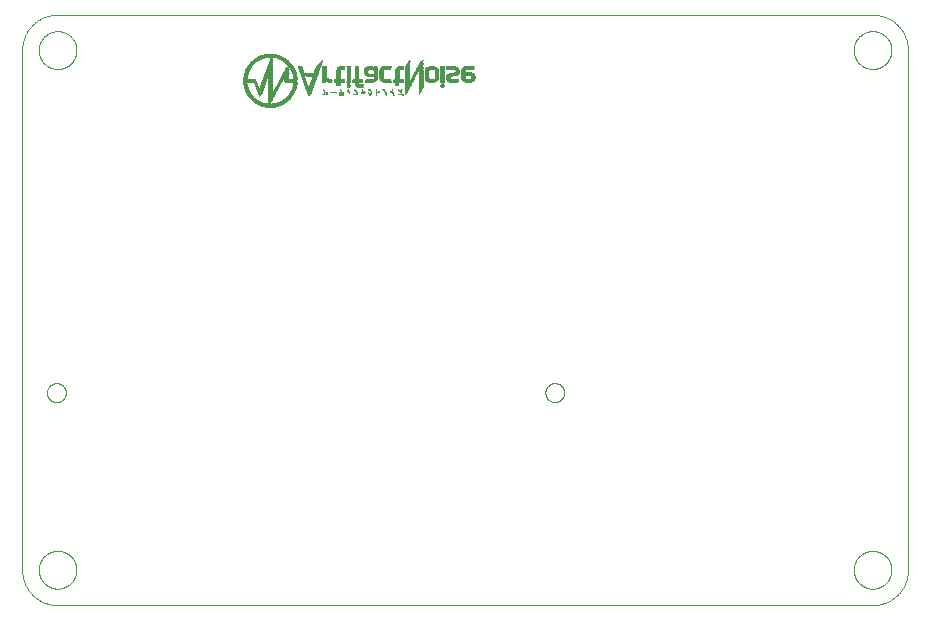
<source format=gbo>
G75*
%MOIN*%
%OFA0B0*%
%FSLAX25Y25*%
%IPPOS*%
%LPD*%
%AMOC8*
5,1,8,0,0,1.08239X$1,22.5*
%
%ADD10C,0.00000*%
%ADD11R,0.00039X0.00039*%
%ADD12R,0.00827X0.00039*%
%ADD13R,0.02008X0.00039*%
%ADD14R,0.00118X0.00039*%
%ADD15R,0.03110X0.00039*%
%ADD16R,0.03898X0.00039*%
%ADD17R,0.04528X0.00039*%
%ADD18R,0.04843X0.00039*%
%ADD19R,0.05079X0.00039*%
%ADD20R,0.05630X0.00039*%
%ADD21R,0.06102X0.00039*%
%ADD22R,0.06496X0.00039*%
%ADD23R,0.06654X0.00039*%
%ADD24R,0.06890X0.00039*%
%ADD25R,0.07283X0.00039*%
%ADD26R,0.07598X0.00039*%
%ADD27R,0.07913X0.00039*%
%ADD28R,0.07992X0.00039*%
%ADD29R,0.08228X0.00039*%
%ADD30R,0.03346X0.00039*%
%ADD31R,0.00276X0.00039*%
%ADD32R,0.02874X0.00039*%
%ADD33R,0.00354X0.00039*%
%ADD34R,0.02953X0.00039*%
%ADD35R,0.02717X0.00039*%
%ADD36R,0.00433X0.00039*%
%ADD37R,0.02559X0.00039*%
%ADD38R,0.00472X0.00039*%
%ADD39R,0.02638X0.00039*%
%ADD40R,0.02480X0.00039*%
%ADD41R,0.02323X0.00039*%
%ADD42R,0.00512X0.00039*%
%ADD43R,0.02402X0.00039*%
%ADD44R,0.02244X0.00039*%
%ADD45R,0.00591X0.00039*%
%ADD46R,0.02165X0.00039*%
%ADD47R,0.00669X0.00039*%
%ADD48R,0.02126X0.00039*%
%ADD49R,0.00748X0.00039*%
%ADD50R,0.02087X0.00039*%
%ADD51R,0.01969X0.00039*%
%ADD52R,0.01929X0.00039*%
%ADD53R,0.00079X0.00039*%
%ADD54R,0.01850X0.00039*%
%ADD55R,0.01772X0.00039*%
%ADD56R,0.01811X0.00039*%
%ADD57R,0.01693X0.00039*%
%ADD58R,0.00157X0.00039*%
%ADD59R,0.01732X0.00039*%
%ADD60R,0.00197X0.00039*%
%ADD61R,0.01654X0.00039*%
%ADD62R,0.00551X0.00039*%
%ADD63R,0.01614X0.00039*%
%ADD64R,0.00866X0.00039*%
%ADD65R,0.00236X0.00039*%
%ADD66R,0.00906X0.00039*%
%ADD67R,0.01535X0.00039*%
%ADD68R,0.00630X0.00039*%
%ADD69R,0.00984X0.00039*%
%ADD70R,0.00945X0.00039*%
%ADD71R,0.01575X0.00039*%
%ADD72R,0.00709X0.00039*%
%ADD73R,0.01496X0.00039*%
%ADD74R,0.01457X0.00039*%
%ADD75R,0.00787X0.00039*%
%ADD76R,0.01063X0.00039*%
%ADD77R,0.01378X0.00039*%
%ADD78R,0.01417X0.00039*%
%ADD79R,0.01102X0.00039*%
%ADD80R,0.01142X0.00039*%
%ADD81R,0.01024X0.00039*%
%ADD82R,0.01299X0.00039*%
%ADD83R,0.01220X0.00039*%
%ADD84R,0.01339X0.00039*%
%ADD85R,0.01181X0.00039*%
%ADD86R,0.01260X0.00039*%
%ADD87R,0.02362X0.00039*%
%ADD88R,0.02677X0.00039*%
%ADD89R,0.03031X0.00039*%
%ADD90R,0.02913X0.00039*%
%ADD91R,0.03189X0.00039*%
%ADD92R,0.03268X0.00039*%
%ADD93R,0.03071X0.00039*%
%ADD94R,0.02795X0.00039*%
%ADD95R,0.03425X0.00039*%
%ADD96R,0.02047X0.00039*%
%ADD97R,0.03386X0.00039*%
%ADD98R,0.03504X0.00039*%
%ADD99R,0.02205X0.00039*%
%ADD100R,0.03819X0.00039*%
%ADD101R,0.03307X0.00039*%
%ADD102R,0.03583X0.00039*%
%ADD103R,0.02283X0.00039*%
%ADD104R,0.03465X0.00039*%
%ADD105R,0.03661X0.00039*%
%ADD106R,0.03976X0.00039*%
%ADD107R,0.03740X0.00039*%
%ADD108R,0.04055X0.00039*%
%ADD109R,0.03780X0.00039*%
%ADD110R,0.02441X0.00039*%
%ADD111R,0.03543X0.00039*%
%ADD112R,0.03858X0.00039*%
%ADD113R,0.04134X0.00039*%
%ADD114R,0.04016X0.00039*%
%ADD115R,0.01890X0.00039*%
%ADD116R,0.04488X0.00039*%
%ADD117R,0.04449X0.00039*%
%ADD118R,0.04409X0.00039*%
%ADD119R,0.04370X0.00039*%
%ADD120R,0.02992X0.00039*%
%ADD121R,0.04331X0.00039*%
%ADD122R,0.04094X0.00039*%
%ADD123R,0.04252X0.00039*%
%ADD124R,0.04213X0.00039*%
%ADD125R,0.04173X0.00039*%
%ADD126R,0.03622X0.00039*%
%ADD127R,0.03701X0.00039*%
%ADD128R,0.03937X0.00039*%
%ADD129R,0.04291X0.00039*%
%ADD130R,0.00315X0.00039*%
%ADD131R,0.00394X0.00039*%
%ADD132R,0.08386X0.00039*%
%ADD133R,0.08071X0.00039*%
%ADD134R,0.07835X0.00039*%
%ADD135R,0.07441X0.00039*%
%ADD136R,0.07126X0.00039*%
%ADD137R,0.06811X0.00039*%
%ADD138R,0.06732X0.00039*%
%ADD139R,0.06339X0.00039*%
%ADD140R,0.05866X0.00039*%
%ADD141R,0.05472X0.00039*%
%ADD142R,0.04921X0.00039*%
D10*
X0017535Y0005724D02*
X0289189Y0005724D01*
X0282890Y0017535D02*
X0282892Y0017693D01*
X0282898Y0017851D01*
X0282908Y0018009D01*
X0282922Y0018167D01*
X0282940Y0018324D01*
X0282961Y0018481D01*
X0282987Y0018637D01*
X0283017Y0018793D01*
X0283050Y0018948D01*
X0283088Y0019101D01*
X0283129Y0019254D01*
X0283174Y0019406D01*
X0283223Y0019557D01*
X0283276Y0019706D01*
X0283332Y0019854D01*
X0283392Y0020000D01*
X0283456Y0020145D01*
X0283524Y0020288D01*
X0283595Y0020430D01*
X0283669Y0020570D01*
X0283747Y0020707D01*
X0283829Y0020843D01*
X0283913Y0020977D01*
X0284002Y0021108D01*
X0284093Y0021237D01*
X0284188Y0021364D01*
X0284285Y0021489D01*
X0284386Y0021611D01*
X0284490Y0021730D01*
X0284597Y0021847D01*
X0284707Y0021961D01*
X0284820Y0022072D01*
X0284935Y0022181D01*
X0285053Y0022286D01*
X0285174Y0022388D01*
X0285297Y0022488D01*
X0285423Y0022584D01*
X0285551Y0022677D01*
X0285681Y0022767D01*
X0285814Y0022853D01*
X0285949Y0022937D01*
X0286085Y0023016D01*
X0286224Y0023093D01*
X0286365Y0023165D01*
X0286507Y0023235D01*
X0286651Y0023300D01*
X0286797Y0023362D01*
X0286944Y0023420D01*
X0287093Y0023475D01*
X0287243Y0023526D01*
X0287394Y0023573D01*
X0287546Y0023616D01*
X0287699Y0023655D01*
X0287854Y0023691D01*
X0288009Y0023722D01*
X0288165Y0023750D01*
X0288321Y0023774D01*
X0288478Y0023794D01*
X0288636Y0023810D01*
X0288793Y0023822D01*
X0288952Y0023830D01*
X0289110Y0023834D01*
X0289268Y0023834D01*
X0289426Y0023830D01*
X0289585Y0023822D01*
X0289742Y0023810D01*
X0289900Y0023794D01*
X0290057Y0023774D01*
X0290213Y0023750D01*
X0290369Y0023722D01*
X0290524Y0023691D01*
X0290679Y0023655D01*
X0290832Y0023616D01*
X0290984Y0023573D01*
X0291135Y0023526D01*
X0291285Y0023475D01*
X0291434Y0023420D01*
X0291581Y0023362D01*
X0291727Y0023300D01*
X0291871Y0023235D01*
X0292013Y0023165D01*
X0292154Y0023093D01*
X0292293Y0023016D01*
X0292429Y0022937D01*
X0292564Y0022853D01*
X0292697Y0022767D01*
X0292827Y0022677D01*
X0292955Y0022584D01*
X0293081Y0022488D01*
X0293204Y0022388D01*
X0293325Y0022286D01*
X0293443Y0022181D01*
X0293558Y0022072D01*
X0293671Y0021961D01*
X0293781Y0021847D01*
X0293888Y0021730D01*
X0293992Y0021611D01*
X0294093Y0021489D01*
X0294190Y0021364D01*
X0294285Y0021237D01*
X0294376Y0021108D01*
X0294465Y0020977D01*
X0294549Y0020843D01*
X0294631Y0020707D01*
X0294709Y0020570D01*
X0294783Y0020430D01*
X0294854Y0020288D01*
X0294922Y0020145D01*
X0294986Y0020000D01*
X0295046Y0019854D01*
X0295102Y0019706D01*
X0295155Y0019557D01*
X0295204Y0019406D01*
X0295249Y0019254D01*
X0295290Y0019101D01*
X0295328Y0018948D01*
X0295361Y0018793D01*
X0295391Y0018637D01*
X0295417Y0018481D01*
X0295438Y0018324D01*
X0295456Y0018167D01*
X0295470Y0018009D01*
X0295480Y0017851D01*
X0295486Y0017693D01*
X0295488Y0017535D01*
X0295486Y0017377D01*
X0295480Y0017219D01*
X0295470Y0017061D01*
X0295456Y0016903D01*
X0295438Y0016746D01*
X0295417Y0016589D01*
X0295391Y0016433D01*
X0295361Y0016277D01*
X0295328Y0016122D01*
X0295290Y0015969D01*
X0295249Y0015816D01*
X0295204Y0015664D01*
X0295155Y0015513D01*
X0295102Y0015364D01*
X0295046Y0015216D01*
X0294986Y0015070D01*
X0294922Y0014925D01*
X0294854Y0014782D01*
X0294783Y0014640D01*
X0294709Y0014500D01*
X0294631Y0014363D01*
X0294549Y0014227D01*
X0294465Y0014093D01*
X0294376Y0013962D01*
X0294285Y0013833D01*
X0294190Y0013706D01*
X0294093Y0013581D01*
X0293992Y0013459D01*
X0293888Y0013340D01*
X0293781Y0013223D01*
X0293671Y0013109D01*
X0293558Y0012998D01*
X0293443Y0012889D01*
X0293325Y0012784D01*
X0293204Y0012682D01*
X0293081Y0012582D01*
X0292955Y0012486D01*
X0292827Y0012393D01*
X0292697Y0012303D01*
X0292564Y0012217D01*
X0292429Y0012133D01*
X0292293Y0012054D01*
X0292154Y0011977D01*
X0292013Y0011905D01*
X0291871Y0011835D01*
X0291727Y0011770D01*
X0291581Y0011708D01*
X0291434Y0011650D01*
X0291285Y0011595D01*
X0291135Y0011544D01*
X0290984Y0011497D01*
X0290832Y0011454D01*
X0290679Y0011415D01*
X0290524Y0011379D01*
X0290369Y0011348D01*
X0290213Y0011320D01*
X0290057Y0011296D01*
X0289900Y0011276D01*
X0289742Y0011260D01*
X0289585Y0011248D01*
X0289426Y0011240D01*
X0289268Y0011236D01*
X0289110Y0011236D01*
X0288952Y0011240D01*
X0288793Y0011248D01*
X0288636Y0011260D01*
X0288478Y0011276D01*
X0288321Y0011296D01*
X0288165Y0011320D01*
X0288009Y0011348D01*
X0287854Y0011379D01*
X0287699Y0011415D01*
X0287546Y0011454D01*
X0287394Y0011497D01*
X0287243Y0011544D01*
X0287093Y0011595D01*
X0286944Y0011650D01*
X0286797Y0011708D01*
X0286651Y0011770D01*
X0286507Y0011835D01*
X0286365Y0011905D01*
X0286224Y0011977D01*
X0286085Y0012054D01*
X0285949Y0012133D01*
X0285814Y0012217D01*
X0285681Y0012303D01*
X0285551Y0012393D01*
X0285423Y0012486D01*
X0285297Y0012582D01*
X0285174Y0012682D01*
X0285053Y0012784D01*
X0284935Y0012889D01*
X0284820Y0012998D01*
X0284707Y0013109D01*
X0284597Y0013223D01*
X0284490Y0013340D01*
X0284386Y0013459D01*
X0284285Y0013581D01*
X0284188Y0013706D01*
X0284093Y0013833D01*
X0284002Y0013962D01*
X0283913Y0014093D01*
X0283829Y0014227D01*
X0283747Y0014363D01*
X0283669Y0014500D01*
X0283595Y0014640D01*
X0283524Y0014782D01*
X0283456Y0014925D01*
X0283392Y0015070D01*
X0283332Y0015216D01*
X0283276Y0015364D01*
X0283223Y0015513D01*
X0283174Y0015664D01*
X0283129Y0015816D01*
X0283088Y0015969D01*
X0283050Y0016122D01*
X0283017Y0016277D01*
X0282987Y0016433D01*
X0282961Y0016589D01*
X0282940Y0016746D01*
X0282922Y0016903D01*
X0282908Y0017061D01*
X0282898Y0017219D01*
X0282892Y0017377D01*
X0282890Y0017535D01*
X0289189Y0005724D02*
X0289474Y0005727D01*
X0289760Y0005738D01*
X0290045Y0005755D01*
X0290329Y0005779D01*
X0290613Y0005810D01*
X0290896Y0005848D01*
X0291177Y0005893D01*
X0291458Y0005944D01*
X0291738Y0006002D01*
X0292016Y0006067D01*
X0292292Y0006139D01*
X0292566Y0006217D01*
X0292839Y0006302D01*
X0293109Y0006394D01*
X0293377Y0006492D01*
X0293643Y0006596D01*
X0293906Y0006707D01*
X0294166Y0006824D01*
X0294424Y0006947D01*
X0294678Y0007077D01*
X0294929Y0007213D01*
X0295177Y0007354D01*
X0295421Y0007502D01*
X0295662Y0007655D01*
X0295898Y0007815D01*
X0296131Y0007980D01*
X0296360Y0008150D01*
X0296585Y0008326D01*
X0296805Y0008508D01*
X0297021Y0008694D01*
X0297232Y0008886D01*
X0297439Y0009083D01*
X0297641Y0009285D01*
X0297838Y0009492D01*
X0298030Y0009703D01*
X0298216Y0009919D01*
X0298398Y0010139D01*
X0298574Y0010364D01*
X0298744Y0010593D01*
X0298909Y0010826D01*
X0299069Y0011062D01*
X0299222Y0011303D01*
X0299370Y0011547D01*
X0299511Y0011795D01*
X0299647Y0012046D01*
X0299777Y0012300D01*
X0299900Y0012558D01*
X0300017Y0012818D01*
X0300128Y0013081D01*
X0300232Y0013347D01*
X0300330Y0013615D01*
X0300422Y0013885D01*
X0300507Y0014158D01*
X0300585Y0014432D01*
X0300657Y0014708D01*
X0300722Y0014986D01*
X0300780Y0015266D01*
X0300831Y0015547D01*
X0300876Y0015828D01*
X0300914Y0016111D01*
X0300945Y0016395D01*
X0300969Y0016679D01*
X0300986Y0016964D01*
X0300997Y0017250D01*
X0301000Y0017535D01*
X0301000Y0190764D01*
X0282890Y0190764D02*
X0282892Y0190922D01*
X0282898Y0191080D01*
X0282908Y0191238D01*
X0282922Y0191396D01*
X0282940Y0191553D01*
X0282961Y0191710D01*
X0282987Y0191866D01*
X0283017Y0192022D01*
X0283050Y0192177D01*
X0283088Y0192330D01*
X0283129Y0192483D01*
X0283174Y0192635D01*
X0283223Y0192786D01*
X0283276Y0192935D01*
X0283332Y0193083D01*
X0283392Y0193229D01*
X0283456Y0193374D01*
X0283524Y0193517D01*
X0283595Y0193659D01*
X0283669Y0193799D01*
X0283747Y0193936D01*
X0283829Y0194072D01*
X0283913Y0194206D01*
X0284002Y0194337D01*
X0284093Y0194466D01*
X0284188Y0194593D01*
X0284285Y0194718D01*
X0284386Y0194840D01*
X0284490Y0194959D01*
X0284597Y0195076D01*
X0284707Y0195190D01*
X0284820Y0195301D01*
X0284935Y0195410D01*
X0285053Y0195515D01*
X0285174Y0195617D01*
X0285297Y0195717D01*
X0285423Y0195813D01*
X0285551Y0195906D01*
X0285681Y0195996D01*
X0285814Y0196082D01*
X0285949Y0196166D01*
X0286085Y0196245D01*
X0286224Y0196322D01*
X0286365Y0196394D01*
X0286507Y0196464D01*
X0286651Y0196529D01*
X0286797Y0196591D01*
X0286944Y0196649D01*
X0287093Y0196704D01*
X0287243Y0196755D01*
X0287394Y0196802D01*
X0287546Y0196845D01*
X0287699Y0196884D01*
X0287854Y0196920D01*
X0288009Y0196951D01*
X0288165Y0196979D01*
X0288321Y0197003D01*
X0288478Y0197023D01*
X0288636Y0197039D01*
X0288793Y0197051D01*
X0288952Y0197059D01*
X0289110Y0197063D01*
X0289268Y0197063D01*
X0289426Y0197059D01*
X0289585Y0197051D01*
X0289742Y0197039D01*
X0289900Y0197023D01*
X0290057Y0197003D01*
X0290213Y0196979D01*
X0290369Y0196951D01*
X0290524Y0196920D01*
X0290679Y0196884D01*
X0290832Y0196845D01*
X0290984Y0196802D01*
X0291135Y0196755D01*
X0291285Y0196704D01*
X0291434Y0196649D01*
X0291581Y0196591D01*
X0291727Y0196529D01*
X0291871Y0196464D01*
X0292013Y0196394D01*
X0292154Y0196322D01*
X0292293Y0196245D01*
X0292429Y0196166D01*
X0292564Y0196082D01*
X0292697Y0195996D01*
X0292827Y0195906D01*
X0292955Y0195813D01*
X0293081Y0195717D01*
X0293204Y0195617D01*
X0293325Y0195515D01*
X0293443Y0195410D01*
X0293558Y0195301D01*
X0293671Y0195190D01*
X0293781Y0195076D01*
X0293888Y0194959D01*
X0293992Y0194840D01*
X0294093Y0194718D01*
X0294190Y0194593D01*
X0294285Y0194466D01*
X0294376Y0194337D01*
X0294465Y0194206D01*
X0294549Y0194072D01*
X0294631Y0193936D01*
X0294709Y0193799D01*
X0294783Y0193659D01*
X0294854Y0193517D01*
X0294922Y0193374D01*
X0294986Y0193229D01*
X0295046Y0193083D01*
X0295102Y0192935D01*
X0295155Y0192786D01*
X0295204Y0192635D01*
X0295249Y0192483D01*
X0295290Y0192330D01*
X0295328Y0192177D01*
X0295361Y0192022D01*
X0295391Y0191866D01*
X0295417Y0191710D01*
X0295438Y0191553D01*
X0295456Y0191396D01*
X0295470Y0191238D01*
X0295480Y0191080D01*
X0295486Y0190922D01*
X0295488Y0190764D01*
X0295486Y0190606D01*
X0295480Y0190448D01*
X0295470Y0190290D01*
X0295456Y0190132D01*
X0295438Y0189975D01*
X0295417Y0189818D01*
X0295391Y0189662D01*
X0295361Y0189506D01*
X0295328Y0189351D01*
X0295290Y0189198D01*
X0295249Y0189045D01*
X0295204Y0188893D01*
X0295155Y0188742D01*
X0295102Y0188593D01*
X0295046Y0188445D01*
X0294986Y0188299D01*
X0294922Y0188154D01*
X0294854Y0188011D01*
X0294783Y0187869D01*
X0294709Y0187729D01*
X0294631Y0187592D01*
X0294549Y0187456D01*
X0294465Y0187322D01*
X0294376Y0187191D01*
X0294285Y0187062D01*
X0294190Y0186935D01*
X0294093Y0186810D01*
X0293992Y0186688D01*
X0293888Y0186569D01*
X0293781Y0186452D01*
X0293671Y0186338D01*
X0293558Y0186227D01*
X0293443Y0186118D01*
X0293325Y0186013D01*
X0293204Y0185911D01*
X0293081Y0185811D01*
X0292955Y0185715D01*
X0292827Y0185622D01*
X0292697Y0185532D01*
X0292564Y0185446D01*
X0292429Y0185362D01*
X0292293Y0185283D01*
X0292154Y0185206D01*
X0292013Y0185134D01*
X0291871Y0185064D01*
X0291727Y0184999D01*
X0291581Y0184937D01*
X0291434Y0184879D01*
X0291285Y0184824D01*
X0291135Y0184773D01*
X0290984Y0184726D01*
X0290832Y0184683D01*
X0290679Y0184644D01*
X0290524Y0184608D01*
X0290369Y0184577D01*
X0290213Y0184549D01*
X0290057Y0184525D01*
X0289900Y0184505D01*
X0289742Y0184489D01*
X0289585Y0184477D01*
X0289426Y0184469D01*
X0289268Y0184465D01*
X0289110Y0184465D01*
X0288952Y0184469D01*
X0288793Y0184477D01*
X0288636Y0184489D01*
X0288478Y0184505D01*
X0288321Y0184525D01*
X0288165Y0184549D01*
X0288009Y0184577D01*
X0287854Y0184608D01*
X0287699Y0184644D01*
X0287546Y0184683D01*
X0287394Y0184726D01*
X0287243Y0184773D01*
X0287093Y0184824D01*
X0286944Y0184879D01*
X0286797Y0184937D01*
X0286651Y0184999D01*
X0286507Y0185064D01*
X0286365Y0185134D01*
X0286224Y0185206D01*
X0286085Y0185283D01*
X0285949Y0185362D01*
X0285814Y0185446D01*
X0285681Y0185532D01*
X0285551Y0185622D01*
X0285423Y0185715D01*
X0285297Y0185811D01*
X0285174Y0185911D01*
X0285053Y0186013D01*
X0284935Y0186118D01*
X0284820Y0186227D01*
X0284707Y0186338D01*
X0284597Y0186452D01*
X0284490Y0186569D01*
X0284386Y0186688D01*
X0284285Y0186810D01*
X0284188Y0186935D01*
X0284093Y0187062D01*
X0284002Y0187191D01*
X0283913Y0187322D01*
X0283829Y0187456D01*
X0283747Y0187592D01*
X0283669Y0187729D01*
X0283595Y0187869D01*
X0283524Y0188011D01*
X0283456Y0188154D01*
X0283392Y0188299D01*
X0283332Y0188445D01*
X0283276Y0188593D01*
X0283223Y0188742D01*
X0283174Y0188893D01*
X0283129Y0189045D01*
X0283088Y0189198D01*
X0283050Y0189351D01*
X0283017Y0189506D01*
X0282987Y0189662D01*
X0282961Y0189818D01*
X0282940Y0189975D01*
X0282922Y0190132D01*
X0282908Y0190290D01*
X0282898Y0190448D01*
X0282892Y0190606D01*
X0282890Y0190764D01*
X0289189Y0202575D02*
X0289474Y0202572D01*
X0289760Y0202561D01*
X0290045Y0202544D01*
X0290329Y0202520D01*
X0290613Y0202489D01*
X0290896Y0202451D01*
X0291177Y0202406D01*
X0291458Y0202355D01*
X0291738Y0202297D01*
X0292016Y0202232D01*
X0292292Y0202160D01*
X0292566Y0202082D01*
X0292839Y0201997D01*
X0293109Y0201905D01*
X0293377Y0201807D01*
X0293643Y0201703D01*
X0293906Y0201592D01*
X0294166Y0201475D01*
X0294424Y0201352D01*
X0294678Y0201222D01*
X0294929Y0201086D01*
X0295177Y0200945D01*
X0295421Y0200797D01*
X0295662Y0200644D01*
X0295898Y0200484D01*
X0296131Y0200319D01*
X0296360Y0200149D01*
X0296585Y0199973D01*
X0296805Y0199791D01*
X0297021Y0199605D01*
X0297232Y0199413D01*
X0297439Y0199216D01*
X0297641Y0199014D01*
X0297838Y0198807D01*
X0298030Y0198596D01*
X0298216Y0198380D01*
X0298398Y0198160D01*
X0298574Y0197935D01*
X0298744Y0197706D01*
X0298909Y0197473D01*
X0299069Y0197237D01*
X0299222Y0196996D01*
X0299370Y0196752D01*
X0299511Y0196504D01*
X0299647Y0196253D01*
X0299777Y0195999D01*
X0299900Y0195741D01*
X0300017Y0195481D01*
X0300128Y0195218D01*
X0300232Y0194952D01*
X0300330Y0194684D01*
X0300422Y0194414D01*
X0300507Y0194141D01*
X0300585Y0193867D01*
X0300657Y0193591D01*
X0300722Y0193313D01*
X0300780Y0193033D01*
X0300831Y0192752D01*
X0300876Y0192471D01*
X0300914Y0192188D01*
X0300945Y0191904D01*
X0300969Y0191620D01*
X0300986Y0191335D01*
X0300997Y0191049D01*
X0301000Y0190764D01*
X0289189Y0202575D02*
X0017535Y0202575D01*
X0011236Y0190764D02*
X0011238Y0190922D01*
X0011244Y0191080D01*
X0011254Y0191238D01*
X0011268Y0191396D01*
X0011286Y0191553D01*
X0011307Y0191710D01*
X0011333Y0191866D01*
X0011363Y0192022D01*
X0011396Y0192177D01*
X0011434Y0192330D01*
X0011475Y0192483D01*
X0011520Y0192635D01*
X0011569Y0192786D01*
X0011622Y0192935D01*
X0011678Y0193083D01*
X0011738Y0193229D01*
X0011802Y0193374D01*
X0011870Y0193517D01*
X0011941Y0193659D01*
X0012015Y0193799D01*
X0012093Y0193936D01*
X0012175Y0194072D01*
X0012259Y0194206D01*
X0012348Y0194337D01*
X0012439Y0194466D01*
X0012534Y0194593D01*
X0012631Y0194718D01*
X0012732Y0194840D01*
X0012836Y0194959D01*
X0012943Y0195076D01*
X0013053Y0195190D01*
X0013166Y0195301D01*
X0013281Y0195410D01*
X0013399Y0195515D01*
X0013520Y0195617D01*
X0013643Y0195717D01*
X0013769Y0195813D01*
X0013897Y0195906D01*
X0014027Y0195996D01*
X0014160Y0196082D01*
X0014295Y0196166D01*
X0014431Y0196245D01*
X0014570Y0196322D01*
X0014711Y0196394D01*
X0014853Y0196464D01*
X0014997Y0196529D01*
X0015143Y0196591D01*
X0015290Y0196649D01*
X0015439Y0196704D01*
X0015589Y0196755D01*
X0015740Y0196802D01*
X0015892Y0196845D01*
X0016045Y0196884D01*
X0016200Y0196920D01*
X0016355Y0196951D01*
X0016511Y0196979D01*
X0016667Y0197003D01*
X0016824Y0197023D01*
X0016982Y0197039D01*
X0017139Y0197051D01*
X0017298Y0197059D01*
X0017456Y0197063D01*
X0017614Y0197063D01*
X0017772Y0197059D01*
X0017931Y0197051D01*
X0018088Y0197039D01*
X0018246Y0197023D01*
X0018403Y0197003D01*
X0018559Y0196979D01*
X0018715Y0196951D01*
X0018870Y0196920D01*
X0019025Y0196884D01*
X0019178Y0196845D01*
X0019330Y0196802D01*
X0019481Y0196755D01*
X0019631Y0196704D01*
X0019780Y0196649D01*
X0019927Y0196591D01*
X0020073Y0196529D01*
X0020217Y0196464D01*
X0020359Y0196394D01*
X0020500Y0196322D01*
X0020639Y0196245D01*
X0020775Y0196166D01*
X0020910Y0196082D01*
X0021043Y0195996D01*
X0021173Y0195906D01*
X0021301Y0195813D01*
X0021427Y0195717D01*
X0021550Y0195617D01*
X0021671Y0195515D01*
X0021789Y0195410D01*
X0021904Y0195301D01*
X0022017Y0195190D01*
X0022127Y0195076D01*
X0022234Y0194959D01*
X0022338Y0194840D01*
X0022439Y0194718D01*
X0022536Y0194593D01*
X0022631Y0194466D01*
X0022722Y0194337D01*
X0022811Y0194206D01*
X0022895Y0194072D01*
X0022977Y0193936D01*
X0023055Y0193799D01*
X0023129Y0193659D01*
X0023200Y0193517D01*
X0023268Y0193374D01*
X0023332Y0193229D01*
X0023392Y0193083D01*
X0023448Y0192935D01*
X0023501Y0192786D01*
X0023550Y0192635D01*
X0023595Y0192483D01*
X0023636Y0192330D01*
X0023674Y0192177D01*
X0023707Y0192022D01*
X0023737Y0191866D01*
X0023763Y0191710D01*
X0023784Y0191553D01*
X0023802Y0191396D01*
X0023816Y0191238D01*
X0023826Y0191080D01*
X0023832Y0190922D01*
X0023834Y0190764D01*
X0023832Y0190606D01*
X0023826Y0190448D01*
X0023816Y0190290D01*
X0023802Y0190132D01*
X0023784Y0189975D01*
X0023763Y0189818D01*
X0023737Y0189662D01*
X0023707Y0189506D01*
X0023674Y0189351D01*
X0023636Y0189198D01*
X0023595Y0189045D01*
X0023550Y0188893D01*
X0023501Y0188742D01*
X0023448Y0188593D01*
X0023392Y0188445D01*
X0023332Y0188299D01*
X0023268Y0188154D01*
X0023200Y0188011D01*
X0023129Y0187869D01*
X0023055Y0187729D01*
X0022977Y0187592D01*
X0022895Y0187456D01*
X0022811Y0187322D01*
X0022722Y0187191D01*
X0022631Y0187062D01*
X0022536Y0186935D01*
X0022439Y0186810D01*
X0022338Y0186688D01*
X0022234Y0186569D01*
X0022127Y0186452D01*
X0022017Y0186338D01*
X0021904Y0186227D01*
X0021789Y0186118D01*
X0021671Y0186013D01*
X0021550Y0185911D01*
X0021427Y0185811D01*
X0021301Y0185715D01*
X0021173Y0185622D01*
X0021043Y0185532D01*
X0020910Y0185446D01*
X0020775Y0185362D01*
X0020639Y0185283D01*
X0020500Y0185206D01*
X0020359Y0185134D01*
X0020217Y0185064D01*
X0020073Y0184999D01*
X0019927Y0184937D01*
X0019780Y0184879D01*
X0019631Y0184824D01*
X0019481Y0184773D01*
X0019330Y0184726D01*
X0019178Y0184683D01*
X0019025Y0184644D01*
X0018870Y0184608D01*
X0018715Y0184577D01*
X0018559Y0184549D01*
X0018403Y0184525D01*
X0018246Y0184505D01*
X0018088Y0184489D01*
X0017931Y0184477D01*
X0017772Y0184469D01*
X0017614Y0184465D01*
X0017456Y0184465D01*
X0017298Y0184469D01*
X0017139Y0184477D01*
X0016982Y0184489D01*
X0016824Y0184505D01*
X0016667Y0184525D01*
X0016511Y0184549D01*
X0016355Y0184577D01*
X0016200Y0184608D01*
X0016045Y0184644D01*
X0015892Y0184683D01*
X0015740Y0184726D01*
X0015589Y0184773D01*
X0015439Y0184824D01*
X0015290Y0184879D01*
X0015143Y0184937D01*
X0014997Y0184999D01*
X0014853Y0185064D01*
X0014711Y0185134D01*
X0014570Y0185206D01*
X0014431Y0185283D01*
X0014295Y0185362D01*
X0014160Y0185446D01*
X0014027Y0185532D01*
X0013897Y0185622D01*
X0013769Y0185715D01*
X0013643Y0185811D01*
X0013520Y0185911D01*
X0013399Y0186013D01*
X0013281Y0186118D01*
X0013166Y0186227D01*
X0013053Y0186338D01*
X0012943Y0186452D01*
X0012836Y0186569D01*
X0012732Y0186688D01*
X0012631Y0186810D01*
X0012534Y0186935D01*
X0012439Y0187062D01*
X0012348Y0187191D01*
X0012259Y0187322D01*
X0012175Y0187456D01*
X0012093Y0187592D01*
X0012015Y0187729D01*
X0011941Y0187869D01*
X0011870Y0188011D01*
X0011802Y0188154D01*
X0011738Y0188299D01*
X0011678Y0188445D01*
X0011622Y0188593D01*
X0011569Y0188742D01*
X0011520Y0188893D01*
X0011475Y0189045D01*
X0011434Y0189198D01*
X0011396Y0189351D01*
X0011363Y0189506D01*
X0011333Y0189662D01*
X0011307Y0189818D01*
X0011286Y0189975D01*
X0011268Y0190132D01*
X0011254Y0190290D01*
X0011244Y0190448D01*
X0011238Y0190606D01*
X0011236Y0190764D01*
X0005724Y0190764D02*
X0005724Y0017535D01*
X0011236Y0017535D02*
X0011238Y0017693D01*
X0011244Y0017851D01*
X0011254Y0018009D01*
X0011268Y0018167D01*
X0011286Y0018324D01*
X0011307Y0018481D01*
X0011333Y0018637D01*
X0011363Y0018793D01*
X0011396Y0018948D01*
X0011434Y0019101D01*
X0011475Y0019254D01*
X0011520Y0019406D01*
X0011569Y0019557D01*
X0011622Y0019706D01*
X0011678Y0019854D01*
X0011738Y0020000D01*
X0011802Y0020145D01*
X0011870Y0020288D01*
X0011941Y0020430D01*
X0012015Y0020570D01*
X0012093Y0020707D01*
X0012175Y0020843D01*
X0012259Y0020977D01*
X0012348Y0021108D01*
X0012439Y0021237D01*
X0012534Y0021364D01*
X0012631Y0021489D01*
X0012732Y0021611D01*
X0012836Y0021730D01*
X0012943Y0021847D01*
X0013053Y0021961D01*
X0013166Y0022072D01*
X0013281Y0022181D01*
X0013399Y0022286D01*
X0013520Y0022388D01*
X0013643Y0022488D01*
X0013769Y0022584D01*
X0013897Y0022677D01*
X0014027Y0022767D01*
X0014160Y0022853D01*
X0014295Y0022937D01*
X0014431Y0023016D01*
X0014570Y0023093D01*
X0014711Y0023165D01*
X0014853Y0023235D01*
X0014997Y0023300D01*
X0015143Y0023362D01*
X0015290Y0023420D01*
X0015439Y0023475D01*
X0015589Y0023526D01*
X0015740Y0023573D01*
X0015892Y0023616D01*
X0016045Y0023655D01*
X0016200Y0023691D01*
X0016355Y0023722D01*
X0016511Y0023750D01*
X0016667Y0023774D01*
X0016824Y0023794D01*
X0016982Y0023810D01*
X0017139Y0023822D01*
X0017298Y0023830D01*
X0017456Y0023834D01*
X0017614Y0023834D01*
X0017772Y0023830D01*
X0017931Y0023822D01*
X0018088Y0023810D01*
X0018246Y0023794D01*
X0018403Y0023774D01*
X0018559Y0023750D01*
X0018715Y0023722D01*
X0018870Y0023691D01*
X0019025Y0023655D01*
X0019178Y0023616D01*
X0019330Y0023573D01*
X0019481Y0023526D01*
X0019631Y0023475D01*
X0019780Y0023420D01*
X0019927Y0023362D01*
X0020073Y0023300D01*
X0020217Y0023235D01*
X0020359Y0023165D01*
X0020500Y0023093D01*
X0020639Y0023016D01*
X0020775Y0022937D01*
X0020910Y0022853D01*
X0021043Y0022767D01*
X0021173Y0022677D01*
X0021301Y0022584D01*
X0021427Y0022488D01*
X0021550Y0022388D01*
X0021671Y0022286D01*
X0021789Y0022181D01*
X0021904Y0022072D01*
X0022017Y0021961D01*
X0022127Y0021847D01*
X0022234Y0021730D01*
X0022338Y0021611D01*
X0022439Y0021489D01*
X0022536Y0021364D01*
X0022631Y0021237D01*
X0022722Y0021108D01*
X0022811Y0020977D01*
X0022895Y0020843D01*
X0022977Y0020707D01*
X0023055Y0020570D01*
X0023129Y0020430D01*
X0023200Y0020288D01*
X0023268Y0020145D01*
X0023332Y0020000D01*
X0023392Y0019854D01*
X0023448Y0019706D01*
X0023501Y0019557D01*
X0023550Y0019406D01*
X0023595Y0019254D01*
X0023636Y0019101D01*
X0023674Y0018948D01*
X0023707Y0018793D01*
X0023737Y0018637D01*
X0023763Y0018481D01*
X0023784Y0018324D01*
X0023802Y0018167D01*
X0023816Y0018009D01*
X0023826Y0017851D01*
X0023832Y0017693D01*
X0023834Y0017535D01*
X0023832Y0017377D01*
X0023826Y0017219D01*
X0023816Y0017061D01*
X0023802Y0016903D01*
X0023784Y0016746D01*
X0023763Y0016589D01*
X0023737Y0016433D01*
X0023707Y0016277D01*
X0023674Y0016122D01*
X0023636Y0015969D01*
X0023595Y0015816D01*
X0023550Y0015664D01*
X0023501Y0015513D01*
X0023448Y0015364D01*
X0023392Y0015216D01*
X0023332Y0015070D01*
X0023268Y0014925D01*
X0023200Y0014782D01*
X0023129Y0014640D01*
X0023055Y0014500D01*
X0022977Y0014363D01*
X0022895Y0014227D01*
X0022811Y0014093D01*
X0022722Y0013962D01*
X0022631Y0013833D01*
X0022536Y0013706D01*
X0022439Y0013581D01*
X0022338Y0013459D01*
X0022234Y0013340D01*
X0022127Y0013223D01*
X0022017Y0013109D01*
X0021904Y0012998D01*
X0021789Y0012889D01*
X0021671Y0012784D01*
X0021550Y0012682D01*
X0021427Y0012582D01*
X0021301Y0012486D01*
X0021173Y0012393D01*
X0021043Y0012303D01*
X0020910Y0012217D01*
X0020775Y0012133D01*
X0020639Y0012054D01*
X0020500Y0011977D01*
X0020359Y0011905D01*
X0020217Y0011835D01*
X0020073Y0011770D01*
X0019927Y0011708D01*
X0019780Y0011650D01*
X0019631Y0011595D01*
X0019481Y0011544D01*
X0019330Y0011497D01*
X0019178Y0011454D01*
X0019025Y0011415D01*
X0018870Y0011379D01*
X0018715Y0011348D01*
X0018559Y0011320D01*
X0018403Y0011296D01*
X0018246Y0011276D01*
X0018088Y0011260D01*
X0017931Y0011248D01*
X0017772Y0011240D01*
X0017614Y0011236D01*
X0017456Y0011236D01*
X0017298Y0011240D01*
X0017139Y0011248D01*
X0016982Y0011260D01*
X0016824Y0011276D01*
X0016667Y0011296D01*
X0016511Y0011320D01*
X0016355Y0011348D01*
X0016200Y0011379D01*
X0016045Y0011415D01*
X0015892Y0011454D01*
X0015740Y0011497D01*
X0015589Y0011544D01*
X0015439Y0011595D01*
X0015290Y0011650D01*
X0015143Y0011708D01*
X0014997Y0011770D01*
X0014853Y0011835D01*
X0014711Y0011905D01*
X0014570Y0011977D01*
X0014431Y0012054D01*
X0014295Y0012133D01*
X0014160Y0012217D01*
X0014027Y0012303D01*
X0013897Y0012393D01*
X0013769Y0012486D01*
X0013643Y0012582D01*
X0013520Y0012682D01*
X0013399Y0012784D01*
X0013281Y0012889D01*
X0013166Y0012998D01*
X0013053Y0013109D01*
X0012943Y0013223D01*
X0012836Y0013340D01*
X0012732Y0013459D01*
X0012631Y0013581D01*
X0012534Y0013706D01*
X0012439Y0013833D01*
X0012348Y0013962D01*
X0012259Y0014093D01*
X0012175Y0014227D01*
X0012093Y0014363D01*
X0012015Y0014500D01*
X0011941Y0014640D01*
X0011870Y0014782D01*
X0011802Y0014925D01*
X0011738Y0015070D01*
X0011678Y0015216D01*
X0011622Y0015364D01*
X0011569Y0015513D01*
X0011520Y0015664D01*
X0011475Y0015816D01*
X0011434Y0015969D01*
X0011396Y0016122D01*
X0011363Y0016277D01*
X0011333Y0016433D01*
X0011307Y0016589D01*
X0011286Y0016746D01*
X0011268Y0016903D01*
X0011254Y0017061D01*
X0011244Y0017219D01*
X0011238Y0017377D01*
X0011236Y0017535D01*
X0005724Y0017535D02*
X0005727Y0017250D01*
X0005738Y0016964D01*
X0005755Y0016679D01*
X0005779Y0016395D01*
X0005810Y0016111D01*
X0005848Y0015828D01*
X0005893Y0015547D01*
X0005944Y0015266D01*
X0006002Y0014986D01*
X0006067Y0014708D01*
X0006139Y0014432D01*
X0006217Y0014158D01*
X0006302Y0013885D01*
X0006394Y0013615D01*
X0006492Y0013347D01*
X0006596Y0013081D01*
X0006707Y0012818D01*
X0006824Y0012558D01*
X0006947Y0012300D01*
X0007077Y0012046D01*
X0007213Y0011795D01*
X0007354Y0011547D01*
X0007502Y0011303D01*
X0007655Y0011062D01*
X0007815Y0010826D01*
X0007980Y0010593D01*
X0008150Y0010364D01*
X0008326Y0010139D01*
X0008508Y0009919D01*
X0008694Y0009703D01*
X0008886Y0009492D01*
X0009083Y0009285D01*
X0009285Y0009083D01*
X0009492Y0008886D01*
X0009703Y0008694D01*
X0009919Y0008508D01*
X0010139Y0008326D01*
X0010364Y0008150D01*
X0010593Y0007980D01*
X0010826Y0007815D01*
X0011062Y0007655D01*
X0011303Y0007502D01*
X0011547Y0007354D01*
X0011795Y0007213D01*
X0012046Y0007077D01*
X0012300Y0006947D01*
X0012558Y0006824D01*
X0012818Y0006707D01*
X0013081Y0006596D01*
X0013347Y0006492D01*
X0013615Y0006394D01*
X0013885Y0006302D01*
X0014158Y0006217D01*
X0014432Y0006139D01*
X0014708Y0006067D01*
X0014986Y0006002D01*
X0015266Y0005944D01*
X0015547Y0005893D01*
X0015828Y0005848D01*
X0016111Y0005810D01*
X0016395Y0005779D01*
X0016679Y0005755D01*
X0016964Y0005738D01*
X0017250Y0005727D01*
X0017535Y0005724D01*
X0013992Y0076591D02*
X0013994Y0076703D01*
X0014000Y0076814D01*
X0014010Y0076926D01*
X0014024Y0077037D01*
X0014041Y0077147D01*
X0014063Y0077257D01*
X0014089Y0077366D01*
X0014118Y0077474D01*
X0014151Y0077580D01*
X0014188Y0077686D01*
X0014229Y0077790D01*
X0014274Y0077893D01*
X0014322Y0077994D01*
X0014373Y0078093D01*
X0014428Y0078190D01*
X0014487Y0078285D01*
X0014548Y0078379D01*
X0014613Y0078470D01*
X0014682Y0078558D01*
X0014753Y0078644D01*
X0014827Y0078728D01*
X0014905Y0078808D01*
X0014985Y0078886D01*
X0015068Y0078962D01*
X0015153Y0079034D01*
X0015241Y0079103D01*
X0015331Y0079169D01*
X0015424Y0079231D01*
X0015519Y0079291D01*
X0015616Y0079347D01*
X0015714Y0079399D01*
X0015815Y0079448D01*
X0015917Y0079493D01*
X0016021Y0079535D01*
X0016126Y0079573D01*
X0016233Y0079607D01*
X0016340Y0079637D01*
X0016449Y0079664D01*
X0016558Y0079686D01*
X0016669Y0079705D01*
X0016779Y0079720D01*
X0016891Y0079731D01*
X0017002Y0079738D01*
X0017114Y0079741D01*
X0017226Y0079740D01*
X0017338Y0079735D01*
X0017449Y0079726D01*
X0017560Y0079713D01*
X0017671Y0079696D01*
X0017781Y0079676D01*
X0017890Y0079651D01*
X0017998Y0079623D01*
X0018105Y0079590D01*
X0018211Y0079554D01*
X0018315Y0079514D01*
X0018418Y0079471D01*
X0018520Y0079424D01*
X0018619Y0079373D01*
X0018717Y0079319D01*
X0018813Y0079261D01*
X0018907Y0079200D01*
X0018998Y0079136D01*
X0019087Y0079069D01*
X0019174Y0078998D01*
X0019258Y0078924D01*
X0019340Y0078848D01*
X0019418Y0078768D01*
X0019494Y0078686D01*
X0019567Y0078601D01*
X0019637Y0078514D01*
X0019703Y0078424D01*
X0019767Y0078332D01*
X0019827Y0078238D01*
X0019884Y0078142D01*
X0019937Y0078043D01*
X0019987Y0077943D01*
X0020033Y0077842D01*
X0020076Y0077738D01*
X0020115Y0077633D01*
X0020150Y0077527D01*
X0020181Y0077420D01*
X0020209Y0077311D01*
X0020232Y0077202D01*
X0020252Y0077092D01*
X0020268Y0076981D01*
X0020280Y0076870D01*
X0020288Y0076759D01*
X0020292Y0076647D01*
X0020292Y0076535D01*
X0020288Y0076423D01*
X0020280Y0076312D01*
X0020268Y0076201D01*
X0020252Y0076090D01*
X0020232Y0075980D01*
X0020209Y0075871D01*
X0020181Y0075762D01*
X0020150Y0075655D01*
X0020115Y0075549D01*
X0020076Y0075444D01*
X0020033Y0075340D01*
X0019987Y0075239D01*
X0019937Y0075139D01*
X0019884Y0075040D01*
X0019827Y0074944D01*
X0019767Y0074850D01*
X0019703Y0074758D01*
X0019637Y0074668D01*
X0019567Y0074581D01*
X0019494Y0074496D01*
X0019418Y0074414D01*
X0019340Y0074334D01*
X0019258Y0074258D01*
X0019174Y0074184D01*
X0019087Y0074113D01*
X0018998Y0074046D01*
X0018907Y0073982D01*
X0018813Y0073921D01*
X0018717Y0073863D01*
X0018619Y0073809D01*
X0018520Y0073758D01*
X0018418Y0073711D01*
X0018315Y0073668D01*
X0018211Y0073628D01*
X0018105Y0073592D01*
X0017998Y0073559D01*
X0017890Y0073531D01*
X0017781Y0073506D01*
X0017671Y0073486D01*
X0017560Y0073469D01*
X0017449Y0073456D01*
X0017338Y0073447D01*
X0017226Y0073442D01*
X0017114Y0073441D01*
X0017002Y0073444D01*
X0016891Y0073451D01*
X0016779Y0073462D01*
X0016669Y0073477D01*
X0016558Y0073496D01*
X0016449Y0073518D01*
X0016340Y0073545D01*
X0016233Y0073575D01*
X0016126Y0073609D01*
X0016021Y0073647D01*
X0015917Y0073689D01*
X0015815Y0073734D01*
X0015714Y0073783D01*
X0015616Y0073835D01*
X0015519Y0073891D01*
X0015424Y0073951D01*
X0015331Y0074013D01*
X0015241Y0074079D01*
X0015153Y0074148D01*
X0015068Y0074220D01*
X0014985Y0074296D01*
X0014905Y0074374D01*
X0014827Y0074454D01*
X0014753Y0074538D01*
X0014682Y0074624D01*
X0014613Y0074712D01*
X0014548Y0074803D01*
X0014487Y0074897D01*
X0014428Y0074992D01*
X0014373Y0075089D01*
X0014322Y0075188D01*
X0014274Y0075289D01*
X0014229Y0075392D01*
X0014188Y0075496D01*
X0014151Y0075602D01*
X0014118Y0075708D01*
X0014089Y0075816D01*
X0014063Y0075925D01*
X0014041Y0076035D01*
X0014024Y0076145D01*
X0014010Y0076256D01*
X0014000Y0076368D01*
X0013994Y0076479D01*
X0013992Y0076591D01*
X0005724Y0190764D02*
X0005727Y0191049D01*
X0005738Y0191335D01*
X0005755Y0191620D01*
X0005779Y0191904D01*
X0005810Y0192188D01*
X0005848Y0192471D01*
X0005893Y0192752D01*
X0005944Y0193033D01*
X0006002Y0193313D01*
X0006067Y0193591D01*
X0006139Y0193867D01*
X0006217Y0194141D01*
X0006302Y0194414D01*
X0006394Y0194684D01*
X0006492Y0194952D01*
X0006596Y0195218D01*
X0006707Y0195481D01*
X0006824Y0195741D01*
X0006947Y0195999D01*
X0007077Y0196253D01*
X0007213Y0196504D01*
X0007354Y0196752D01*
X0007502Y0196996D01*
X0007655Y0197237D01*
X0007815Y0197473D01*
X0007980Y0197706D01*
X0008150Y0197935D01*
X0008326Y0198160D01*
X0008508Y0198380D01*
X0008694Y0198596D01*
X0008886Y0198807D01*
X0009083Y0199014D01*
X0009285Y0199216D01*
X0009492Y0199413D01*
X0009703Y0199605D01*
X0009919Y0199791D01*
X0010139Y0199973D01*
X0010364Y0200149D01*
X0010593Y0200319D01*
X0010826Y0200484D01*
X0011062Y0200644D01*
X0011303Y0200797D01*
X0011547Y0200945D01*
X0011795Y0201086D01*
X0012046Y0201222D01*
X0012300Y0201352D01*
X0012558Y0201475D01*
X0012818Y0201592D01*
X0013081Y0201703D01*
X0013347Y0201807D01*
X0013615Y0201905D01*
X0013885Y0201997D01*
X0014158Y0202082D01*
X0014432Y0202160D01*
X0014708Y0202232D01*
X0014986Y0202297D01*
X0015266Y0202355D01*
X0015547Y0202406D01*
X0015828Y0202451D01*
X0016111Y0202489D01*
X0016395Y0202520D01*
X0016679Y0202544D01*
X0016964Y0202561D01*
X0017250Y0202572D01*
X0017535Y0202575D01*
X0180133Y0076591D02*
X0180135Y0076703D01*
X0180141Y0076814D01*
X0180151Y0076926D01*
X0180165Y0077037D01*
X0180182Y0077147D01*
X0180204Y0077257D01*
X0180230Y0077366D01*
X0180259Y0077474D01*
X0180292Y0077580D01*
X0180329Y0077686D01*
X0180370Y0077790D01*
X0180415Y0077893D01*
X0180463Y0077994D01*
X0180514Y0078093D01*
X0180569Y0078190D01*
X0180628Y0078285D01*
X0180689Y0078379D01*
X0180754Y0078470D01*
X0180823Y0078558D01*
X0180894Y0078644D01*
X0180968Y0078728D01*
X0181046Y0078808D01*
X0181126Y0078886D01*
X0181209Y0078962D01*
X0181294Y0079034D01*
X0181382Y0079103D01*
X0181472Y0079169D01*
X0181565Y0079231D01*
X0181660Y0079291D01*
X0181757Y0079347D01*
X0181855Y0079399D01*
X0181956Y0079448D01*
X0182058Y0079493D01*
X0182162Y0079535D01*
X0182267Y0079573D01*
X0182374Y0079607D01*
X0182481Y0079637D01*
X0182590Y0079664D01*
X0182699Y0079686D01*
X0182810Y0079705D01*
X0182920Y0079720D01*
X0183032Y0079731D01*
X0183143Y0079738D01*
X0183255Y0079741D01*
X0183367Y0079740D01*
X0183479Y0079735D01*
X0183590Y0079726D01*
X0183701Y0079713D01*
X0183812Y0079696D01*
X0183922Y0079676D01*
X0184031Y0079651D01*
X0184139Y0079623D01*
X0184246Y0079590D01*
X0184352Y0079554D01*
X0184456Y0079514D01*
X0184559Y0079471D01*
X0184661Y0079424D01*
X0184760Y0079373D01*
X0184858Y0079319D01*
X0184954Y0079261D01*
X0185048Y0079200D01*
X0185139Y0079136D01*
X0185228Y0079069D01*
X0185315Y0078998D01*
X0185399Y0078924D01*
X0185481Y0078848D01*
X0185559Y0078768D01*
X0185635Y0078686D01*
X0185708Y0078601D01*
X0185778Y0078514D01*
X0185844Y0078424D01*
X0185908Y0078332D01*
X0185968Y0078238D01*
X0186025Y0078142D01*
X0186078Y0078043D01*
X0186128Y0077943D01*
X0186174Y0077842D01*
X0186217Y0077738D01*
X0186256Y0077633D01*
X0186291Y0077527D01*
X0186322Y0077420D01*
X0186350Y0077311D01*
X0186373Y0077202D01*
X0186393Y0077092D01*
X0186409Y0076981D01*
X0186421Y0076870D01*
X0186429Y0076759D01*
X0186433Y0076647D01*
X0186433Y0076535D01*
X0186429Y0076423D01*
X0186421Y0076312D01*
X0186409Y0076201D01*
X0186393Y0076090D01*
X0186373Y0075980D01*
X0186350Y0075871D01*
X0186322Y0075762D01*
X0186291Y0075655D01*
X0186256Y0075549D01*
X0186217Y0075444D01*
X0186174Y0075340D01*
X0186128Y0075239D01*
X0186078Y0075139D01*
X0186025Y0075040D01*
X0185968Y0074944D01*
X0185908Y0074850D01*
X0185844Y0074758D01*
X0185778Y0074668D01*
X0185708Y0074581D01*
X0185635Y0074496D01*
X0185559Y0074414D01*
X0185481Y0074334D01*
X0185399Y0074258D01*
X0185315Y0074184D01*
X0185228Y0074113D01*
X0185139Y0074046D01*
X0185048Y0073982D01*
X0184954Y0073921D01*
X0184858Y0073863D01*
X0184760Y0073809D01*
X0184661Y0073758D01*
X0184559Y0073711D01*
X0184456Y0073668D01*
X0184352Y0073628D01*
X0184246Y0073592D01*
X0184139Y0073559D01*
X0184031Y0073531D01*
X0183922Y0073506D01*
X0183812Y0073486D01*
X0183701Y0073469D01*
X0183590Y0073456D01*
X0183479Y0073447D01*
X0183367Y0073442D01*
X0183255Y0073441D01*
X0183143Y0073444D01*
X0183032Y0073451D01*
X0182920Y0073462D01*
X0182810Y0073477D01*
X0182699Y0073496D01*
X0182590Y0073518D01*
X0182481Y0073545D01*
X0182374Y0073575D01*
X0182267Y0073609D01*
X0182162Y0073647D01*
X0182058Y0073689D01*
X0181956Y0073734D01*
X0181855Y0073783D01*
X0181757Y0073835D01*
X0181660Y0073891D01*
X0181565Y0073951D01*
X0181472Y0074013D01*
X0181382Y0074079D01*
X0181294Y0074148D01*
X0181209Y0074220D01*
X0181126Y0074296D01*
X0181046Y0074374D01*
X0180968Y0074454D01*
X0180894Y0074538D01*
X0180823Y0074624D01*
X0180754Y0074712D01*
X0180689Y0074803D01*
X0180628Y0074897D01*
X0180569Y0074992D01*
X0180514Y0075089D01*
X0180463Y0075188D01*
X0180415Y0075289D01*
X0180370Y0075392D01*
X0180329Y0075496D01*
X0180292Y0075602D01*
X0180259Y0075708D01*
X0180230Y0075816D01*
X0180204Y0075925D01*
X0180182Y0076035D01*
X0180165Y0076145D01*
X0180151Y0076256D01*
X0180141Y0076368D01*
X0180135Y0076479D01*
X0180133Y0076591D01*
D11*
X0093480Y0172969D03*
X0092772Y0172575D03*
X0092654Y0172457D03*
X0092535Y0172417D03*
X0092378Y0172339D03*
X0092142Y0172260D03*
X0091591Y0172024D03*
X0091354Y0171945D03*
X0091079Y0171827D03*
X0090882Y0171787D03*
X0090803Y0171787D03*
X0090764Y0171748D03*
X0090567Y0171709D03*
X0090488Y0171709D03*
X0090173Y0171630D03*
X0090094Y0171630D03*
X0090055Y0171591D03*
X0089976Y0171591D03*
X0089701Y0171551D03*
X0089622Y0171551D03*
X0089425Y0171512D03*
X0089346Y0171512D03*
X0089268Y0171512D03*
X0088953Y0172614D03*
X0088874Y0172614D03*
X0088795Y0172614D03*
X0088638Y0172614D03*
X0088480Y0172614D03*
X0088441Y0172654D03*
X0088441Y0172732D03*
X0088520Y0172890D03*
X0088598Y0172969D03*
X0088598Y0173047D03*
X0088756Y0173283D03*
X0088913Y0173598D03*
X0089071Y0173913D03*
X0088047Y0173913D03*
X0088047Y0173992D03*
X0088047Y0174228D03*
X0088047Y0174307D03*
X0088047Y0174543D03*
X0088047Y0174622D03*
X0088047Y0174858D03*
X0088047Y0174937D03*
X0088047Y0175173D03*
X0088047Y0175252D03*
X0088047Y0175488D03*
X0088047Y0175567D03*
X0088047Y0175803D03*
X0088047Y0175882D03*
X0088047Y0176118D03*
X0088047Y0176197D03*
X0088047Y0176433D03*
X0088047Y0176512D03*
X0088047Y0176748D03*
X0088047Y0176827D03*
X0088047Y0177063D03*
X0088047Y0177142D03*
X0088047Y0177378D03*
X0088047Y0177457D03*
X0088047Y0177693D03*
X0088047Y0177772D03*
X0088047Y0178008D03*
X0088047Y0178087D03*
X0088047Y0178323D03*
X0088047Y0178402D03*
X0088047Y0178638D03*
X0088047Y0178717D03*
X0088047Y0178953D03*
X0088047Y0179031D03*
X0088047Y0179268D03*
X0088047Y0179346D03*
X0088047Y0179583D03*
X0088047Y0179661D03*
X0088047Y0179898D03*
X0088047Y0179976D03*
X0088047Y0180213D03*
X0088047Y0180291D03*
X0088047Y0180528D03*
X0088047Y0180606D03*
X0088047Y0180843D03*
X0088047Y0180921D03*
X0088047Y0181157D03*
X0088047Y0181236D03*
X0088047Y0181472D03*
X0088047Y0181551D03*
X0088047Y0181787D03*
X0088047Y0181866D03*
X0088047Y0182102D03*
X0088047Y0182181D03*
X0087890Y0182339D03*
X0087969Y0182496D03*
X0088047Y0182496D03*
X0088047Y0182417D03*
X0087811Y0182181D03*
X0087811Y0182102D03*
X0087575Y0181394D03*
X0087496Y0181236D03*
X0087417Y0181079D03*
X0087339Y0180843D03*
X0087102Y0180134D03*
X0087024Y0179976D03*
X0087024Y0179898D03*
X0086866Y0179583D03*
X0086709Y0179031D03*
X0086630Y0178874D03*
X0086551Y0178638D03*
X0086315Y0177929D03*
X0086236Y0177772D03*
X0086236Y0177693D03*
X0086157Y0177614D03*
X0086079Y0177378D03*
X0085921Y0176827D03*
X0085843Y0176669D03*
X0085764Y0176512D03*
X0085764Y0176433D03*
X0085291Y0175567D03*
X0084898Y0175488D03*
X0084976Y0175252D03*
X0084819Y0175724D03*
X0084740Y0175882D03*
X0084583Y0176433D03*
X0084425Y0176748D03*
X0084425Y0176827D03*
X0084346Y0176984D03*
X0084268Y0177142D03*
X0084110Y0177693D03*
X0084031Y0177929D03*
X0083953Y0178008D03*
X0083953Y0178087D03*
X0083874Y0178244D03*
X0084504Y0178638D03*
X0084504Y0178717D03*
X0084425Y0178874D03*
X0084583Y0178559D03*
X0084661Y0178323D03*
X0085213Y0178087D03*
X0085291Y0178244D03*
X0085134Y0177929D03*
X0085055Y0177772D03*
X0085055Y0177693D03*
X0084898Y0177614D03*
X0085528Y0178953D03*
X0085528Y0179031D03*
X0085606Y0179189D03*
X0085685Y0179346D03*
X0085843Y0179898D03*
X0086000Y0180213D03*
X0086000Y0180291D03*
X0086079Y0180449D03*
X0086157Y0180606D03*
X0086315Y0181157D03*
X0086472Y0181472D03*
X0086472Y0181551D03*
X0086551Y0181709D03*
X0086787Y0182417D03*
X0086866Y0182654D03*
X0086945Y0182732D03*
X0086945Y0182811D03*
X0087024Y0182969D03*
X0087260Y0183677D03*
X0087339Y0183913D03*
X0087417Y0184071D03*
X0087496Y0184228D03*
X0087732Y0184937D03*
X0087811Y0185173D03*
X0087890Y0185331D03*
X0087969Y0185488D03*
X0088205Y0186197D03*
X0088205Y0186276D03*
X0088283Y0186433D03*
X0088362Y0186591D03*
X0088520Y0187142D03*
X0088520Y0187220D03*
X0088520Y0187457D03*
X0088520Y0187535D03*
X0088835Y0187850D03*
X0088992Y0188087D03*
X0088992Y0188165D03*
X0089346Y0188126D03*
X0089425Y0188126D03*
X0089780Y0188087D03*
X0089976Y0188047D03*
X0090252Y0188008D03*
X0090331Y0188008D03*
X0090370Y0187969D03*
X0090882Y0187850D03*
X0090921Y0187811D03*
X0091433Y0188717D03*
X0091512Y0188717D03*
X0091669Y0188638D03*
X0092063Y0188480D03*
X0092220Y0188402D03*
X0092299Y0188402D03*
X0092575Y0188283D03*
X0092614Y0188244D03*
X0092693Y0188165D03*
X0092772Y0188165D03*
X0092850Y0188087D03*
X0092220Y0187299D03*
X0092102Y0187339D03*
X0092063Y0187378D03*
X0091945Y0187417D03*
X0092693Y0187063D03*
X0092929Y0186906D03*
X0093087Y0186827D03*
X0093165Y0186748D03*
X0093402Y0186591D03*
X0093874Y0186197D03*
X0093953Y0186118D03*
X0094189Y0185882D03*
X0094268Y0185803D03*
X0094504Y0185567D03*
X0094583Y0185488D03*
X0094976Y0184937D03*
X0095055Y0184858D03*
X0095134Y0184701D03*
X0094661Y0184780D03*
X0094583Y0184780D03*
X0094504Y0184780D03*
X0094425Y0184780D03*
X0094346Y0184780D03*
X0094268Y0184780D03*
X0094189Y0184780D03*
X0094110Y0184780D03*
X0094031Y0184701D03*
X0093953Y0184543D03*
X0093874Y0184386D03*
X0093795Y0184228D03*
X0093717Y0184071D03*
X0094661Y0184228D03*
X0094661Y0183913D03*
X0094661Y0183598D03*
X0094661Y0183283D03*
X0094661Y0182969D03*
X0094661Y0182654D03*
X0094661Y0182339D03*
X0094661Y0182024D03*
X0094661Y0181709D03*
X0094661Y0181394D03*
X0094661Y0181079D03*
X0094780Y0180882D03*
X0094858Y0180882D03*
X0094937Y0180882D03*
X0095016Y0180882D03*
X0095094Y0180882D03*
X0095173Y0180882D03*
X0095252Y0180882D03*
X0095331Y0180882D03*
X0095409Y0180882D03*
X0095488Y0180882D03*
X0095567Y0180882D03*
X0095646Y0180882D03*
X0095724Y0180882D03*
X0095803Y0180882D03*
X0095882Y0180882D03*
X0095961Y0180882D03*
X0096039Y0180882D03*
X0096118Y0180882D03*
X0096197Y0180882D03*
X0096276Y0180882D03*
X0096394Y0180921D03*
X0096394Y0181157D03*
X0096394Y0181236D03*
X0096394Y0181472D03*
X0096315Y0181709D03*
X0096236Y0182102D03*
X0096236Y0182181D03*
X0096079Y0182732D03*
X0096079Y0182811D03*
X0096000Y0182969D03*
X0095764Y0183677D03*
X0095606Y0183992D03*
X0096472Y0184307D03*
X0096315Y0184622D03*
X0096157Y0184937D03*
X0095764Y0185488D03*
X0095685Y0185646D03*
X0095291Y0186118D03*
X0095213Y0186197D03*
X0094976Y0186433D03*
X0094898Y0186512D03*
X0094661Y0186748D03*
X0094583Y0186827D03*
X0094346Y0187063D03*
X0094268Y0187142D03*
X0094661Y0184543D03*
X0096630Y0183992D03*
X0096787Y0183677D03*
X0096945Y0183126D03*
X0097024Y0182969D03*
X0097102Y0182732D03*
X0097181Y0182339D03*
X0097260Y0182102D03*
X0097260Y0181866D03*
X0097339Y0181394D03*
X0097417Y0180921D03*
X0097417Y0180843D03*
X0097417Y0180606D03*
X0097417Y0180528D03*
X0097417Y0180291D03*
X0097417Y0180213D03*
X0097417Y0179976D03*
X0097417Y0179898D03*
X0097339Y0179189D03*
X0097260Y0178717D03*
X0097260Y0178638D03*
X0097181Y0178244D03*
X0097102Y0178087D03*
X0097102Y0178008D03*
X0096945Y0177457D03*
X0096866Y0177299D03*
X0096787Y0177063D03*
X0096630Y0176748D03*
X0096315Y0176118D03*
X0096157Y0175803D03*
X0096000Y0175567D03*
X0095921Y0175409D03*
X0095528Y0174858D03*
X0095449Y0174780D03*
X0095055Y0174307D03*
X0094740Y0173992D03*
X0094268Y0173598D03*
X0094189Y0173520D03*
X0093638Y0174465D03*
X0093717Y0174543D03*
X0094346Y0175173D03*
X0094583Y0175409D03*
X0094661Y0175488D03*
X0094976Y0175882D03*
X0095055Y0176039D03*
X0095134Y0176118D03*
X0095291Y0176433D03*
X0095921Y0177693D03*
X0096000Y0177929D03*
X0096079Y0178087D03*
X0096236Y0178638D03*
X0096236Y0178717D03*
X0096315Y0179189D03*
X0096394Y0179583D03*
X0096394Y0179661D03*
X0096394Y0179898D03*
X0093480Y0180134D03*
X0093480Y0180449D03*
X0093480Y0180764D03*
X0093480Y0181079D03*
X0093480Y0181394D03*
X0093480Y0181709D03*
X0093323Y0181787D03*
X0093165Y0181472D03*
X0093087Y0181394D03*
X0093008Y0181236D03*
X0093008Y0181157D03*
X0092929Y0181079D03*
X0092850Y0180921D03*
X0092772Y0180764D03*
X0092693Y0180606D03*
X0092614Y0180449D03*
X0092535Y0180291D03*
X0092457Y0180134D03*
X0091748Y0180449D03*
X0091827Y0180606D03*
X0091906Y0180764D03*
X0091984Y0180921D03*
X0092063Y0181079D03*
X0092142Y0181157D03*
X0092142Y0181236D03*
X0092220Y0181394D03*
X0092299Y0181472D03*
X0092299Y0181551D03*
X0092457Y0181787D03*
X0092614Y0182102D03*
X0092772Y0182417D03*
X0091669Y0180291D03*
X0091591Y0180134D03*
X0091512Y0179976D03*
X0091433Y0179819D03*
X0091433Y0178323D03*
X0091276Y0178008D03*
X0091118Y0177693D03*
X0090961Y0177378D03*
X0090882Y0177299D03*
X0090803Y0177142D03*
X0090803Y0177063D03*
X0090724Y0176984D03*
X0090646Y0176827D03*
X0090567Y0176669D03*
X0090488Y0176512D03*
X0090409Y0176354D03*
X0090331Y0176197D03*
X0090252Y0176039D03*
X0090173Y0175882D03*
X0089465Y0176197D03*
X0089543Y0176354D03*
X0089622Y0176512D03*
X0089701Y0176669D03*
X0089780Y0176827D03*
X0089858Y0176984D03*
X0089937Y0177063D03*
X0089937Y0177142D03*
X0090016Y0177299D03*
X0090094Y0177378D03*
X0090094Y0177457D03*
X0090252Y0177693D03*
X0090409Y0178008D03*
X0090567Y0178323D03*
X0089386Y0176039D03*
X0088047Y0173677D03*
X0088047Y0173598D03*
X0088047Y0173362D03*
X0088047Y0173283D03*
X0088047Y0173047D03*
X0088047Y0172969D03*
X0088047Y0172732D03*
X0088047Y0172654D03*
X0087654Y0172654D03*
X0087575Y0172654D03*
X0087496Y0172654D03*
X0087457Y0172693D03*
X0087378Y0172693D03*
X0087102Y0172732D03*
X0087024Y0172732D03*
X0086984Y0172772D03*
X0086906Y0172772D03*
X0086157Y0172969D03*
X0086079Y0172969D03*
X0085921Y0173047D03*
X0085291Y0173283D03*
X0085134Y0173362D03*
X0084661Y0173598D03*
X0084504Y0173677D03*
X0084268Y0173835D03*
X0084189Y0173913D03*
X0084031Y0173992D03*
X0083795Y0174150D03*
X0083717Y0174228D03*
X0083244Y0174622D03*
X0082929Y0174937D03*
X0082614Y0175252D03*
X0082220Y0175724D03*
X0082142Y0175882D03*
X0081984Y0176118D03*
X0081591Y0176669D03*
X0081512Y0176827D03*
X0081433Y0176984D03*
X0081354Y0177142D03*
X0080567Y0176669D03*
X0080488Y0176748D03*
X0080488Y0176827D03*
X0080409Y0176984D03*
X0080331Y0177142D03*
X0080252Y0177299D03*
X0080173Y0177693D03*
X0080094Y0177929D03*
X0080016Y0178087D03*
X0079937Y0178559D03*
X0079858Y0178953D03*
X0079858Y0179031D03*
X0079780Y0179504D03*
X0079780Y0179819D03*
X0080646Y0179819D03*
X0080843Y0179937D03*
X0080921Y0179937D03*
X0081000Y0179937D03*
X0081079Y0179937D03*
X0081157Y0179937D03*
X0081236Y0179937D03*
X0081315Y0179937D03*
X0081394Y0179937D03*
X0081472Y0179937D03*
X0081551Y0179937D03*
X0081630Y0179937D03*
X0081709Y0179937D03*
X0081787Y0179937D03*
X0081866Y0179937D03*
X0081945Y0179937D03*
X0082024Y0179937D03*
X0082102Y0179937D03*
X0082181Y0179937D03*
X0082260Y0179937D03*
X0082339Y0179937D03*
X0082417Y0179937D03*
X0082496Y0179937D03*
X0082575Y0179937D03*
X0082654Y0179937D03*
X0082732Y0179937D03*
X0082811Y0179937D03*
X0082890Y0179937D03*
X0082969Y0179937D03*
X0083047Y0179937D03*
X0083126Y0179937D03*
X0083205Y0179937D03*
X0083323Y0179898D03*
X0083480Y0179346D03*
X0083559Y0179189D03*
X0083638Y0179031D03*
X0083638Y0178953D03*
X0084189Y0179583D03*
X0084110Y0179819D03*
X0084031Y0179898D03*
X0084031Y0179976D03*
X0083953Y0180134D03*
X0083638Y0180843D03*
X0083559Y0180843D03*
X0083480Y0180843D03*
X0083402Y0180843D03*
X0083323Y0180843D03*
X0083244Y0180843D03*
X0083165Y0180843D03*
X0083087Y0180843D03*
X0083008Y0180843D03*
X0082929Y0180843D03*
X0082850Y0180843D03*
X0082772Y0180843D03*
X0082693Y0180843D03*
X0082614Y0180843D03*
X0082535Y0180843D03*
X0082457Y0180843D03*
X0082378Y0180843D03*
X0082299Y0180843D03*
X0082220Y0180843D03*
X0082142Y0180843D03*
X0082063Y0180843D03*
X0081984Y0180843D03*
X0081906Y0180843D03*
X0081827Y0180843D03*
X0081748Y0180843D03*
X0081669Y0180843D03*
X0081591Y0180843D03*
X0081512Y0180843D03*
X0081433Y0180843D03*
X0081354Y0180843D03*
X0081276Y0180843D03*
X0081197Y0180843D03*
X0081118Y0180843D03*
X0081039Y0180843D03*
X0080961Y0180843D03*
X0080882Y0180843D03*
X0080803Y0180843D03*
X0080724Y0180843D03*
X0080724Y0181157D03*
X0080724Y0181236D03*
X0080724Y0181472D03*
X0080803Y0181709D03*
X0080882Y0182102D03*
X0080882Y0182181D03*
X0081039Y0182732D03*
X0081039Y0182811D03*
X0081118Y0182969D03*
X0081197Y0183126D03*
X0080252Y0183283D03*
X0080173Y0183126D03*
X0080173Y0183047D03*
X0080016Y0182496D03*
X0079937Y0182339D03*
X0079858Y0181866D03*
X0079858Y0181787D03*
X0079780Y0181394D03*
X0079780Y0181079D03*
X0079780Y0180764D03*
X0080724Y0179346D03*
X0080724Y0179268D03*
X0080803Y0178874D03*
X0080882Y0178638D03*
X0080961Y0178244D03*
X0081039Y0178087D03*
X0081039Y0178008D03*
X0080646Y0176433D03*
X0080803Y0176118D03*
X0080882Y0176039D03*
X0080961Y0175882D03*
X0080961Y0175803D03*
X0081039Y0175724D03*
X0081118Y0175567D03*
X0081433Y0175173D03*
X0081591Y0174937D03*
X0081906Y0174543D03*
X0081984Y0174465D03*
X0082220Y0174228D03*
X0082299Y0174150D03*
X0082535Y0173913D03*
X0082614Y0173835D03*
X0082850Y0173598D03*
X0082929Y0173520D03*
X0083165Y0173362D03*
X0083402Y0173205D03*
X0084346Y0172575D03*
X0084976Y0172260D03*
X0085134Y0172181D03*
X0085370Y0172102D03*
X0085528Y0172024D03*
X0085764Y0171945D03*
X0086000Y0171866D03*
X0086315Y0171787D03*
X0086354Y0171748D03*
X0086630Y0171709D03*
X0086748Y0171669D03*
X0087024Y0171630D03*
X0087142Y0171591D03*
X0087496Y0171551D03*
X0087772Y0171512D03*
X0087850Y0171512D03*
X0087929Y0171512D03*
X0089465Y0172654D03*
X0089661Y0172693D03*
X0089937Y0172732D03*
X0090134Y0172772D03*
X0090331Y0172811D03*
X0090449Y0172850D03*
X0090646Y0172890D03*
X0090764Y0172929D03*
X0091197Y0173047D03*
X0091236Y0173087D03*
X0091591Y0173205D03*
X0091630Y0173244D03*
X0091984Y0173362D03*
X0092063Y0173441D03*
X0092220Y0173520D03*
X0092929Y0173913D03*
X0100961Y0176512D03*
X0101039Y0176354D03*
X0101118Y0176118D03*
X0101512Y0175567D03*
X0101354Y0175409D03*
X0102142Y0176433D03*
X0102220Y0176669D03*
X0102299Y0176827D03*
X0102614Y0177693D03*
X0102614Y0177772D03*
X0102693Y0177929D03*
X0102772Y0178087D03*
X0102929Y0178638D03*
X0103087Y0178953D03*
X0103087Y0179031D03*
X0103165Y0179189D03*
X0103402Y0179898D03*
X0103480Y0180134D03*
X0103559Y0180213D03*
X0103559Y0180291D03*
X0103638Y0180449D03*
X0103874Y0181157D03*
X0103953Y0181394D03*
X0104031Y0181551D03*
X0104346Y0182417D03*
X0104346Y0182496D03*
X0104425Y0182654D03*
X0104504Y0182811D03*
X0104661Y0183362D03*
X0104819Y0183677D03*
X0104819Y0183756D03*
X0104898Y0183913D03*
X0105134Y0184622D03*
X0105213Y0184858D03*
X0105291Y0184937D03*
X0105291Y0185016D03*
X0105370Y0185173D03*
X0105606Y0185882D03*
X0105685Y0186118D03*
X0105764Y0186276D03*
X0105370Y0186512D03*
X0105606Y0186748D03*
X0105685Y0186827D03*
X0105921Y0187063D03*
X0106000Y0187142D03*
X0106079Y0187142D03*
X0106079Y0187220D03*
X0106118Y0187260D03*
X0106157Y0187299D03*
X0105055Y0186197D03*
X0104583Y0185646D03*
X0104268Y0185331D03*
X0103953Y0184937D03*
X0103717Y0184228D03*
X0103638Y0184071D03*
X0103638Y0183992D03*
X0103559Y0183913D03*
X0103480Y0183677D03*
X0103323Y0183126D03*
X0103244Y0182969D03*
X0103047Y0182850D03*
X0102969Y0182850D03*
X0102890Y0182850D03*
X0102811Y0182850D03*
X0102732Y0182850D03*
X0102654Y0182850D03*
X0102575Y0182850D03*
X0102496Y0182850D03*
X0102417Y0182850D03*
X0102339Y0182850D03*
X0102260Y0182850D03*
X0102181Y0182850D03*
X0102102Y0182850D03*
X0102024Y0182850D03*
X0101945Y0182850D03*
X0101866Y0182850D03*
X0101787Y0182850D03*
X0101709Y0182850D03*
X0101630Y0182850D03*
X0101551Y0182850D03*
X0101472Y0182850D03*
X0101394Y0182850D03*
X0101315Y0182850D03*
X0101236Y0182850D03*
X0101157Y0182850D03*
X0101079Y0182850D03*
X0101000Y0182850D03*
X0100921Y0182850D03*
X0100843Y0182850D03*
X0100764Y0182850D03*
X0100685Y0182850D03*
X0100606Y0182850D03*
X0100528Y0182850D03*
X0100449Y0182850D03*
X0100370Y0182850D03*
X0100291Y0182850D03*
X0100213Y0182850D03*
X0100134Y0182850D03*
X0100055Y0182850D03*
X0100016Y0182811D03*
X0099976Y0182850D03*
X0100016Y0182732D03*
X0099701Y0182654D03*
X0099780Y0182496D03*
X0099780Y0182417D03*
X0100173Y0182181D03*
X0100252Y0182024D03*
X0099937Y0181866D03*
X0100016Y0181709D03*
X0100094Y0181472D03*
X0100252Y0180921D03*
X0100331Y0180764D03*
X0100409Y0180606D03*
X0100409Y0180528D03*
X0100646Y0179819D03*
X0100724Y0179661D03*
X0100724Y0179583D03*
X0100882Y0179268D03*
X0101039Y0178717D03*
X0101118Y0178559D03*
X0101197Y0178323D03*
X0101591Y0178323D03*
X0101669Y0178559D03*
X0101748Y0178638D03*
X0101748Y0178717D03*
X0101827Y0178874D03*
X0102063Y0179583D03*
X0102142Y0179819D03*
X0102220Y0179898D03*
X0102220Y0179976D03*
X0102299Y0180134D03*
X0102535Y0180843D03*
X0102614Y0181079D03*
X0102693Y0181236D03*
X0102772Y0181394D03*
X0102850Y0181866D03*
X0102693Y0181866D03*
X0102535Y0181866D03*
X0102378Y0181866D03*
X0102220Y0181866D03*
X0102063Y0181866D03*
X0101906Y0181866D03*
X0101748Y0181866D03*
X0101591Y0181866D03*
X0101433Y0181866D03*
X0101276Y0181866D03*
X0101118Y0181866D03*
X0100961Y0181866D03*
X0100803Y0181866D03*
X0099622Y0183047D03*
X0099465Y0183362D03*
X0099465Y0183441D03*
X0099386Y0183598D03*
X0099150Y0184307D03*
X0099071Y0184543D03*
X0098992Y0184701D03*
X0098835Y0185173D03*
X0098756Y0185173D03*
X0098677Y0185173D03*
X0098598Y0185173D03*
X0098520Y0185173D03*
X0098441Y0185173D03*
X0098362Y0185173D03*
X0098283Y0185173D03*
X0098205Y0185173D03*
X0098126Y0185173D03*
X0098047Y0185173D03*
X0097969Y0185173D03*
X0097890Y0185173D03*
X0097969Y0184937D03*
X0098126Y0184386D03*
X0098205Y0184228D03*
X0098283Y0183992D03*
X0098520Y0183283D03*
X0098598Y0183126D03*
X0098598Y0183047D03*
X0098677Y0182969D03*
X0098756Y0182732D03*
X0098913Y0182181D03*
X0098992Y0182024D03*
X0099071Y0181866D03*
X0099071Y0181787D03*
X0099307Y0181079D03*
X0099386Y0180921D03*
X0099386Y0180843D03*
X0099465Y0180764D03*
X0099543Y0180528D03*
X0099701Y0179976D03*
X0099780Y0179819D03*
X0099858Y0179661D03*
X0099858Y0179583D03*
X0100094Y0178874D03*
X0100173Y0178717D03*
X0100252Y0178559D03*
X0100331Y0178323D03*
X0100488Y0177772D03*
X0100567Y0177614D03*
X0100646Y0177457D03*
X0100646Y0177378D03*
X0100803Y0177063D03*
X0106315Y0177378D03*
X0106315Y0177457D03*
X0106394Y0177535D03*
X0106472Y0177142D03*
X0106551Y0176984D03*
X0106630Y0176827D03*
X0106630Y0176748D03*
X0106787Y0176669D03*
X0106630Y0176512D03*
X0106630Y0176433D03*
X0106787Y0176354D03*
X0106945Y0176433D03*
X0107024Y0176354D03*
X0107181Y0176433D03*
X0107260Y0176197D03*
X0107339Y0176039D03*
X0107417Y0175882D03*
X0107496Y0176118D03*
X0106827Y0176000D03*
X0106787Y0176039D03*
X0106748Y0176000D03*
X0106669Y0176000D03*
X0106630Y0176118D03*
X0106630Y0176197D03*
X0108717Y0176394D03*
X0108795Y0176394D03*
X0108874Y0176394D03*
X0108953Y0176394D03*
X0109031Y0176394D03*
X0109110Y0176394D03*
X0109189Y0176394D03*
X0109268Y0176394D03*
X0109346Y0176394D03*
X0109425Y0176394D03*
X0109504Y0176394D03*
X0109583Y0176394D03*
X0109661Y0176394D03*
X0109740Y0176394D03*
X0109819Y0176394D03*
X0109898Y0176394D03*
X0109976Y0176394D03*
X0110055Y0176394D03*
X0110134Y0176394D03*
X0110213Y0176394D03*
X0110291Y0176394D03*
X0110370Y0176394D03*
X0110331Y0176591D03*
X0110252Y0176591D03*
X0110173Y0176591D03*
X0110094Y0176591D03*
X0110016Y0176591D03*
X0109937Y0176591D03*
X0109858Y0176591D03*
X0109780Y0176591D03*
X0109701Y0176591D03*
X0109622Y0176591D03*
X0109543Y0176591D03*
X0109465Y0176591D03*
X0109386Y0176591D03*
X0109307Y0176591D03*
X0109228Y0176591D03*
X0109150Y0176591D03*
X0109071Y0176591D03*
X0108992Y0176591D03*
X0108913Y0176591D03*
X0108835Y0176591D03*
X0108756Y0176591D03*
X0111512Y0176197D03*
X0111591Y0176354D03*
X0111748Y0176354D03*
X0111906Y0176354D03*
X0112063Y0176354D03*
X0112220Y0176354D03*
X0112299Y0176433D03*
X0112299Y0176512D03*
X0112457Y0176354D03*
X0112535Y0176354D03*
X0112693Y0176354D03*
X0112850Y0176354D03*
X0113008Y0176354D03*
X0112811Y0175764D03*
X0112772Y0175567D03*
X0112614Y0175567D03*
X0112457Y0175567D03*
X0112299Y0175567D03*
X0112142Y0175567D03*
X0111984Y0175567D03*
X0111827Y0175567D03*
X0111748Y0175724D03*
X0112378Y0176748D03*
X0112378Y0176827D03*
X0112142Y0177063D03*
X0112142Y0177299D03*
X0112063Y0177457D03*
X0111984Y0177535D03*
X0111945Y0177575D03*
X0111748Y0178717D03*
X0111748Y0178953D03*
X0111748Y0179031D03*
X0111748Y0179268D03*
X0111748Y0179346D03*
X0111748Y0179583D03*
X0111748Y0179661D03*
X0111945Y0179858D03*
X0112102Y0179858D03*
X0112260Y0179858D03*
X0112417Y0179858D03*
X0112575Y0179858D03*
X0112732Y0179858D03*
X0112890Y0179858D03*
X0113047Y0179858D03*
X0113205Y0179858D03*
X0113244Y0180134D03*
X0113244Y0180449D03*
X0113244Y0180685D03*
X0113165Y0180685D03*
X0113087Y0180685D03*
X0113008Y0180685D03*
X0112929Y0180685D03*
X0112850Y0180685D03*
X0112772Y0180685D03*
X0112693Y0180685D03*
X0112614Y0180685D03*
X0112535Y0180685D03*
X0112457Y0180685D03*
X0112378Y0180685D03*
X0112299Y0180685D03*
X0112220Y0180685D03*
X0112142Y0180685D03*
X0112063Y0180685D03*
X0111984Y0180685D03*
X0111906Y0180685D03*
X0111827Y0180685D03*
X0111748Y0180843D03*
X0111748Y0180921D03*
X0111748Y0181157D03*
X0111748Y0181236D03*
X0111748Y0181472D03*
X0111748Y0181551D03*
X0111748Y0181787D03*
X0111748Y0181866D03*
X0111748Y0182102D03*
X0111748Y0182181D03*
X0111748Y0182417D03*
X0111748Y0182496D03*
X0111748Y0182732D03*
X0111748Y0182811D03*
X0111748Y0183047D03*
X0111748Y0183126D03*
X0111748Y0183362D03*
X0111748Y0183441D03*
X0111748Y0183677D03*
X0111748Y0183756D03*
X0111984Y0184150D03*
X0111669Y0185016D03*
X0111787Y0185055D03*
X0111276Y0184858D03*
X0111039Y0184622D03*
X0110961Y0184543D03*
X0110882Y0184386D03*
X0110882Y0184307D03*
X0110803Y0183913D03*
X0113244Y0184228D03*
X0113244Y0184543D03*
X0113244Y0184858D03*
X0114150Y0185055D03*
X0114189Y0185016D03*
X0114228Y0185055D03*
X0114307Y0185055D03*
X0114386Y0185055D03*
X0114465Y0185055D03*
X0114543Y0185055D03*
X0114622Y0185055D03*
X0114701Y0185055D03*
X0114780Y0185055D03*
X0114858Y0185055D03*
X0114937Y0185055D03*
X0115016Y0185055D03*
X0115094Y0185055D03*
X0115134Y0184858D03*
X0115134Y0184543D03*
X0115134Y0184228D03*
X0115134Y0183913D03*
X0115134Y0183598D03*
X0115134Y0183283D03*
X0115134Y0182969D03*
X0115134Y0182654D03*
X0115134Y0182339D03*
X0115134Y0182024D03*
X0115134Y0181709D03*
X0115134Y0181394D03*
X0115134Y0181079D03*
X0115134Y0180764D03*
X0115134Y0180449D03*
X0115134Y0180134D03*
X0114819Y0179346D03*
X0114740Y0179346D03*
X0114504Y0179346D03*
X0114346Y0179268D03*
X0114268Y0179189D03*
X0114189Y0179031D03*
X0114189Y0178953D03*
X0114189Y0178717D03*
X0114189Y0178638D03*
X0114425Y0178165D03*
X0114543Y0178126D03*
X0114780Y0178126D03*
X0114976Y0178244D03*
X0115055Y0178323D03*
X0115134Y0178559D03*
X0115134Y0178874D03*
X0116039Y0179858D03*
X0116079Y0179898D03*
X0116079Y0179976D03*
X0116197Y0179858D03*
X0116354Y0179858D03*
X0116512Y0179858D03*
X0116669Y0179858D03*
X0116827Y0179858D03*
X0116945Y0179819D03*
X0116945Y0179504D03*
X0116945Y0179189D03*
X0117024Y0178953D03*
X0117181Y0178638D03*
X0117339Y0178402D03*
X0117496Y0178323D03*
X0117811Y0178165D03*
X0118008Y0178126D03*
X0117890Y0179346D03*
X0117890Y0179583D03*
X0117890Y0179661D03*
X0118087Y0179858D03*
X0118244Y0179858D03*
X0118402Y0179858D03*
X0118559Y0179858D03*
X0118717Y0179858D03*
X0118874Y0179858D03*
X0119031Y0179858D03*
X0119189Y0179858D03*
X0119346Y0179858D03*
X0119386Y0178874D03*
X0119386Y0178559D03*
X0119386Y0178244D03*
X0119228Y0177535D03*
X0119307Y0177457D03*
X0119228Y0177378D03*
X0119307Y0177299D03*
X0119386Y0177299D03*
X0119386Y0177142D03*
X0119465Y0177142D03*
X0119465Y0177063D03*
X0119386Y0177063D03*
X0119386Y0176827D03*
X0119386Y0176748D03*
X0119425Y0176551D03*
X0119504Y0176551D03*
X0119543Y0176276D03*
X0119465Y0176276D03*
X0119386Y0176276D03*
X0119307Y0176276D03*
X0119228Y0176276D03*
X0119150Y0176276D03*
X0119071Y0176276D03*
X0118992Y0176276D03*
X0118992Y0176354D03*
X0119622Y0176276D03*
X0119701Y0176276D03*
X0119780Y0176276D03*
X0119858Y0176276D03*
X0119937Y0176276D03*
X0120016Y0176276D03*
X0120016Y0176354D03*
X0119780Y0176669D03*
X0119661Y0176866D03*
X0121236Y0176630D03*
X0121276Y0176591D03*
X0121354Y0176512D03*
X0121433Y0176197D03*
X0121669Y0176197D03*
X0121669Y0176118D03*
X0121748Y0176039D03*
X0121827Y0175803D03*
X0121669Y0175724D03*
X0122378Y0176118D03*
X0122299Y0176354D03*
X0122220Y0176512D03*
X0122142Y0176669D03*
X0122063Y0176748D03*
X0122063Y0176984D03*
X0121984Y0177063D03*
X0121827Y0176984D03*
X0121748Y0177063D03*
X0121748Y0177299D03*
X0121512Y0177220D03*
X0121512Y0177457D03*
X0121394Y0177575D03*
X0123913Y0177575D03*
X0123992Y0177575D03*
X0124071Y0177575D03*
X0123953Y0177457D03*
X0123953Y0177378D03*
X0123953Y0177142D03*
X0123953Y0177063D03*
X0123953Y0176827D03*
X0123953Y0176748D03*
X0123953Y0176512D03*
X0123953Y0176433D03*
X0123953Y0176197D03*
X0123953Y0176118D03*
X0123953Y0175882D03*
X0123953Y0175803D03*
X0123953Y0175567D03*
X0123953Y0175488D03*
X0124504Y0176433D03*
X0124543Y0176709D03*
X0124740Y0176827D03*
X0124819Y0176906D03*
X0126157Y0177378D03*
X0126236Y0177535D03*
X0126276Y0177575D03*
X0126472Y0177142D03*
X0126709Y0177142D03*
X0126787Y0176827D03*
X0127024Y0176827D03*
X0127024Y0176748D03*
X0127102Y0176669D03*
X0127181Y0176512D03*
X0127181Y0176433D03*
X0127102Y0176197D03*
X0127102Y0176118D03*
X0127260Y0176039D03*
X0127102Y0175882D03*
X0127102Y0175803D03*
X0127260Y0175724D03*
X0128520Y0176748D03*
X0128598Y0176669D03*
X0128756Y0176748D03*
X0128835Y0176512D03*
X0129071Y0176512D03*
X0129071Y0176354D03*
X0129228Y0176433D03*
X0129307Y0176433D03*
X0129307Y0176512D03*
X0129465Y0176669D03*
X0129307Y0176748D03*
X0129307Y0176827D03*
X0129465Y0176984D03*
X0129307Y0177063D03*
X0129307Y0177142D03*
X0129465Y0177299D03*
X0129307Y0177378D03*
X0129307Y0177457D03*
X0129465Y0176354D03*
X0129543Y0176118D03*
X0129622Y0176039D03*
X0129622Y0175803D03*
X0129701Y0175724D03*
X0129858Y0175567D03*
X0129858Y0175488D03*
X0129307Y0176118D03*
X0131354Y0175803D03*
X0132220Y0176039D03*
X0132378Y0176118D03*
X0132378Y0175882D03*
X0132378Y0175803D03*
X0132535Y0175724D03*
X0132614Y0175724D03*
X0132850Y0175724D03*
X0132929Y0175724D03*
X0132654Y0175449D03*
X0132575Y0175449D03*
X0132299Y0176354D03*
X0132220Y0176433D03*
X0132220Y0176512D03*
X0131984Y0176512D03*
X0131906Y0176669D03*
X0131827Y0176748D03*
X0131591Y0176984D03*
X0131354Y0177142D03*
X0131197Y0177378D03*
X0131276Y0177457D03*
X0131236Y0177496D03*
X0132142Y0177063D03*
X0132299Y0176984D03*
X0132378Y0177063D03*
X0132378Y0177299D03*
X0132457Y0177457D03*
X0132535Y0177457D03*
X0133717Y0177457D03*
X0133717Y0177378D03*
X0133717Y0177142D03*
X0133717Y0177063D03*
X0133717Y0176827D03*
X0133717Y0176748D03*
X0133717Y0176512D03*
X0133717Y0176433D03*
X0133717Y0176197D03*
X0133717Y0176118D03*
X0133874Y0176039D03*
X0133953Y0176197D03*
X0134031Y0176354D03*
X0134110Y0176512D03*
X0134189Y0176669D03*
X0134268Y0176748D03*
X0134268Y0176827D03*
X0134346Y0176984D03*
X0134425Y0177063D03*
X0134583Y0177378D03*
X0134740Y0177693D03*
X0133717Y0177693D03*
X0133717Y0177772D03*
X0133717Y0178008D03*
X0133717Y0178087D03*
X0133717Y0178323D03*
X0133717Y0178402D03*
X0133717Y0178638D03*
X0133717Y0178717D03*
X0133717Y0178953D03*
X0133717Y0179031D03*
X0133717Y0179268D03*
X0133717Y0179346D03*
X0133717Y0179583D03*
X0135134Y0179976D03*
X0135213Y0180134D03*
X0135291Y0180213D03*
X0135291Y0180291D03*
X0135370Y0180449D03*
X0135449Y0180528D03*
X0135449Y0180606D03*
X0135606Y0180843D03*
X0135764Y0181157D03*
X0135921Y0181472D03*
X0136472Y0180843D03*
X0136315Y0180528D03*
X0136157Y0180213D03*
X0136079Y0180134D03*
X0136000Y0179976D03*
X0136000Y0179898D03*
X0135921Y0179819D03*
X0135843Y0179661D03*
X0135764Y0179504D03*
X0135685Y0179346D03*
X0135606Y0179189D03*
X0138283Y0179268D03*
X0138283Y0179346D03*
X0138283Y0179583D03*
X0138283Y0179661D03*
X0138283Y0179898D03*
X0138283Y0179976D03*
X0138283Y0180213D03*
X0138283Y0180291D03*
X0138283Y0180528D03*
X0138283Y0180606D03*
X0138283Y0180843D03*
X0138283Y0180921D03*
X0138283Y0181157D03*
X0138283Y0181236D03*
X0138283Y0181472D03*
X0138283Y0181551D03*
X0138283Y0181787D03*
X0138283Y0181866D03*
X0138283Y0182102D03*
X0138283Y0182181D03*
X0138283Y0182417D03*
X0138283Y0182496D03*
X0138283Y0182732D03*
X0138283Y0182811D03*
X0138283Y0183047D03*
X0138283Y0183126D03*
X0138283Y0183362D03*
X0138283Y0183441D03*
X0138283Y0183677D03*
X0138283Y0183756D03*
X0138283Y0183992D03*
X0138205Y0183992D03*
X0138047Y0183677D03*
X0137890Y0183362D03*
X0137811Y0183283D03*
X0137732Y0183126D03*
X0137732Y0183047D03*
X0137654Y0182969D03*
X0137575Y0182811D03*
X0137496Y0182654D03*
X0137417Y0182496D03*
X0137339Y0182339D03*
X0136709Y0182811D03*
X0136787Y0182969D03*
X0136866Y0183126D03*
X0136945Y0183283D03*
X0137024Y0183441D03*
X0137102Y0183598D03*
X0137181Y0183677D03*
X0137181Y0183756D03*
X0137260Y0183913D03*
X0137339Y0183992D03*
X0137339Y0184071D03*
X0137496Y0184307D03*
X0137654Y0184622D03*
X0137811Y0184937D03*
X0139465Y0184937D03*
X0139465Y0184622D03*
X0139465Y0184307D03*
X0139465Y0183992D03*
X0139465Y0183677D03*
X0139465Y0183362D03*
X0139465Y0183047D03*
X0139465Y0182732D03*
X0139465Y0182417D03*
X0139465Y0182102D03*
X0139465Y0181787D03*
X0139465Y0181472D03*
X0139465Y0181157D03*
X0139465Y0180843D03*
X0139465Y0180528D03*
X0139465Y0180213D03*
X0139465Y0179898D03*
X0139465Y0179583D03*
X0139465Y0179268D03*
X0139465Y0178953D03*
X0139465Y0178638D03*
X0139465Y0178323D03*
X0139386Y0177929D03*
X0139307Y0177772D03*
X0138283Y0178953D03*
X0138283Y0179031D03*
X0140488Y0180528D03*
X0140488Y0180606D03*
X0140567Y0180449D03*
X0140803Y0180213D03*
X0141039Y0180055D03*
X0141276Y0179976D03*
X0141315Y0179937D03*
X0141591Y0179898D03*
X0141866Y0179858D03*
X0141945Y0179858D03*
X0142024Y0179858D03*
X0142890Y0179858D03*
X0142969Y0179858D03*
X0143087Y0179898D03*
X0143165Y0179898D03*
X0143795Y0180134D03*
X0143874Y0180134D03*
X0144031Y0180291D03*
X0143323Y0180843D03*
X0143126Y0180803D03*
X0143087Y0180764D03*
X0143008Y0180764D03*
X0143559Y0181394D03*
X0143559Y0181709D03*
X0143559Y0182024D03*
X0143559Y0182339D03*
X0143559Y0182654D03*
X0143559Y0182969D03*
X0143559Y0183283D03*
X0143559Y0183598D03*
X0143323Y0184071D03*
X0143126Y0184110D03*
X0142929Y0184150D03*
X0142850Y0184150D03*
X0142772Y0184150D03*
X0141984Y0184150D03*
X0141906Y0184150D03*
X0141709Y0184110D03*
X0141276Y0183598D03*
X0141276Y0183283D03*
X0141276Y0182969D03*
X0141276Y0182654D03*
X0141276Y0182339D03*
X0141276Y0182024D03*
X0141276Y0181709D03*
X0141276Y0181394D03*
X0141276Y0181079D03*
X0141512Y0180843D03*
X0141630Y0180803D03*
X0141748Y0180764D03*
X0141827Y0180764D03*
X0140409Y0180764D03*
X0140331Y0180921D03*
X0140252Y0181394D03*
X0140252Y0181709D03*
X0140252Y0182024D03*
X0140252Y0182339D03*
X0140252Y0182654D03*
X0140252Y0182969D03*
X0140252Y0183283D03*
X0140331Y0183992D03*
X0140409Y0184228D03*
X0140488Y0184307D03*
X0140488Y0184386D03*
X0140803Y0184701D03*
X0141276Y0184937D03*
X0141591Y0185016D03*
X0141669Y0185016D03*
X0141748Y0185016D03*
X0141866Y0185055D03*
X0141945Y0185055D03*
X0142024Y0185055D03*
X0142102Y0185055D03*
X0142181Y0185055D03*
X0142260Y0185055D03*
X0142339Y0185055D03*
X0142417Y0185055D03*
X0142496Y0185055D03*
X0142575Y0185055D03*
X0142654Y0185055D03*
X0142732Y0185055D03*
X0142811Y0185055D03*
X0142890Y0185055D03*
X0143087Y0185016D03*
X0143165Y0185016D03*
X0143638Y0184858D03*
X0143717Y0184858D03*
X0144110Y0184543D03*
X0144346Y0184307D03*
X0144504Y0183756D03*
X0144504Y0183677D03*
X0144504Y0183441D03*
X0144504Y0183362D03*
X0144504Y0183126D03*
X0144504Y0183047D03*
X0144504Y0182811D03*
X0144504Y0182732D03*
X0144504Y0182496D03*
X0144504Y0182417D03*
X0144504Y0182181D03*
X0144504Y0182102D03*
X0144504Y0181866D03*
X0144504Y0181787D03*
X0144504Y0181551D03*
X0144504Y0181472D03*
X0144504Y0181236D03*
X0144504Y0181157D03*
X0145449Y0181079D03*
X0145449Y0181394D03*
X0145449Y0181709D03*
X0145449Y0182024D03*
X0145449Y0182339D03*
X0145449Y0182654D03*
X0145449Y0182969D03*
X0145449Y0183283D03*
X0145449Y0183598D03*
X0145449Y0183913D03*
X0145449Y0184228D03*
X0145449Y0184543D03*
X0145449Y0184858D03*
X0145488Y0185055D03*
X0145409Y0185055D03*
X0145567Y0185055D03*
X0145646Y0185055D03*
X0145724Y0185055D03*
X0145803Y0185055D03*
X0145882Y0185055D03*
X0145961Y0185055D03*
X0146039Y0185055D03*
X0146118Y0185055D03*
X0146197Y0185055D03*
X0146276Y0185055D03*
X0146354Y0185055D03*
X0146394Y0185016D03*
X0146394Y0184937D03*
X0146394Y0184701D03*
X0146394Y0184622D03*
X0146394Y0184386D03*
X0146394Y0184307D03*
X0146394Y0184071D03*
X0146394Y0183992D03*
X0146394Y0183756D03*
X0146394Y0183677D03*
X0146394Y0183441D03*
X0146394Y0183362D03*
X0146394Y0183126D03*
X0146394Y0183047D03*
X0146394Y0182811D03*
X0146394Y0182732D03*
X0146394Y0182496D03*
X0146394Y0182417D03*
X0146394Y0182181D03*
X0146394Y0182102D03*
X0146394Y0181866D03*
X0146394Y0181787D03*
X0146394Y0181551D03*
X0146394Y0181472D03*
X0146394Y0181236D03*
X0146394Y0181157D03*
X0146394Y0180921D03*
X0146394Y0180843D03*
X0146394Y0180606D03*
X0146394Y0180528D03*
X0146394Y0180291D03*
X0146394Y0180213D03*
X0146394Y0179976D03*
X0146394Y0179898D03*
X0146276Y0179858D03*
X0146118Y0179858D03*
X0145961Y0179858D03*
X0145803Y0179858D03*
X0145646Y0179858D03*
X0145488Y0179858D03*
X0145449Y0180134D03*
X0145449Y0180449D03*
X0145449Y0180764D03*
X0145843Y0179346D03*
X0145685Y0179268D03*
X0145606Y0179189D03*
X0145449Y0178874D03*
X0145449Y0178559D03*
X0145528Y0178402D03*
X0145528Y0178323D03*
X0145606Y0178244D03*
X0145803Y0178126D03*
X0145882Y0178126D03*
X0145961Y0178126D03*
X0146039Y0178126D03*
X0146394Y0178638D03*
X0146394Y0178717D03*
X0146394Y0178953D03*
X0146394Y0179031D03*
X0146315Y0179189D03*
X0146236Y0179268D03*
X0146079Y0179346D03*
X0147732Y0180291D03*
X0147969Y0180134D03*
X0148402Y0179937D03*
X0148598Y0179898D03*
X0148677Y0179898D03*
X0148795Y0179858D03*
X0148953Y0179858D03*
X0149031Y0179858D03*
X0149110Y0179858D03*
X0148913Y0180764D03*
X0148835Y0180764D03*
X0148717Y0180803D03*
X0148559Y0180882D03*
X0148441Y0180921D03*
X0148362Y0181079D03*
X0148520Y0181709D03*
X0149228Y0181945D03*
X0149504Y0181984D03*
X0149622Y0182024D03*
X0149819Y0182063D03*
X0149898Y0182063D03*
X0150016Y0182102D03*
X0150213Y0182142D03*
X0150331Y0182181D03*
X0150567Y0182260D03*
X0150724Y0182339D03*
X0150961Y0182496D03*
X0151276Y0182811D03*
X0151354Y0182969D03*
X0151433Y0183126D03*
X0151433Y0183362D03*
X0151433Y0183756D03*
X0151433Y0183992D03*
X0151354Y0184228D03*
X0151276Y0184307D03*
X0151276Y0184386D03*
X0150961Y0184701D03*
X0150370Y0184976D03*
X0150094Y0185016D03*
X0150016Y0185016D03*
X0149819Y0185055D03*
X0149740Y0185055D03*
X0149661Y0185055D03*
X0149583Y0185055D03*
X0149504Y0185055D03*
X0149425Y0185055D03*
X0149346Y0185055D03*
X0149268Y0185055D03*
X0149189Y0185055D03*
X0149110Y0185055D03*
X0149031Y0185055D03*
X0148953Y0185055D03*
X0148874Y0185055D03*
X0148795Y0185055D03*
X0148717Y0185055D03*
X0148638Y0185055D03*
X0148559Y0185055D03*
X0148480Y0185055D03*
X0148402Y0185055D03*
X0148323Y0185055D03*
X0148244Y0185055D03*
X0148165Y0185055D03*
X0148087Y0185055D03*
X0148008Y0185055D03*
X0147929Y0185055D03*
X0147850Y0185055D03*
X0147772Y0185055D03*
X0147693Y0185055D03*
X0147614Y0185055D03*
X0147535Y0185055D03*
X0147457Y0185055D03*
X0149543Y0184150D03*
X0149622Y0184150D03*
X0149701Y0184150D03*
X0149898Y0184110D03*
X0150094Y0184071D03*
X0150252Y0183126D03*
X0150134Y0183087D03*
X0150094Y0183047D03*
X0149858Y0182969D03*
X0149583Y0182929D03*
X0149386Y0182890D03*
X0149110Y0182850D03*
X0148992Y0182811D03*
X0148520Y0182732D03*
X0148283Y0182654D03*
X0147575Y0182181D03*
X0147575Y0182102D03*
X0147496Y0182024D03*
X0147417Y0181866D03*
X0147417Y0181787D03*
X0147339Y0181394D03*
X0147339Y0181079D03*
X0147417Y0180843D03*
X0151118Y0180606D03*
X0151118Y0180528D03*
X0151118Y0180291D03*
X0151118Y0180213D03*
X0151118Y0179976D03*
X0151118Y0179898D03*
X0152614Y0180606D03*
X0152693Y0180449D03*
X0152535Y0180764D03*
X0152457Y0180921D03*
X0153402Y0181394D03*
X0153402Y0181709D03*
X0153402Y0182024D03*
X0153520Y0182220D03*
X0153598Y0182220D03*
X0153677Y0182220D03*
X0153756Y0182220D03*
X0153835Y0182220D03*
X0153913Y0182220D03*
X0153992Y0182220D03*
X0154071Y0182220D03*
X0154150Y0182220D03*
X0154228Y0182220D03*
X0154307Y0182220D03*
X0154386Y0182220D03*
X0154465Y0182220D03*
X0154543Y0182220D03*
X0154622Y0182220D03*
X0154701Y0182220D03*
X0154780Y0182220D03*
X0154858Y0182220D03*
X0154937Y0182220D03*
X0155016Y0182220D03*
X0155055Y0183047D03*
X0154976Y0183047D03*
X0154898Y0183047D03*
X0154819Y0183047D03*
X0154740Y0183047D03*
X0154661Y0183047D03*
X0154583Y0183047D03*
X0154504Y0183047D03*
X0154425Y0183047D03*
X0154346Y0183047D03*
X0154268Y0183047D03*
X0154189Y0183047D03*
X0154110Y0183047D03*
X0154031Y0183047D03*
X0153953Y0183047D03*
X0153874Y0183047D03*
X0153795Y0183047D03*
X0153717Y0183047D03*
X0153638Y0183047D03*
X0153559Y0183047D03*
X0153480Y0183047D03*
X0153402Y0183598D03*
X0154150Y0184189D03*
X0154228Y0184189D03*
X0154307Y0184189D03*
X0154386Y0184189D03*
X0154465Y0184189D03*
X0154543Y0184189D03*
X0154622Y0184189D03*
X0154701Y0184189D03*
X0154780Y0184189D03*
X0154858Y0184189D03*
X0154937Y0184189D03*
X0155016Y0184189D03*
X0155094Y0184189D03*
X0155173Y0184189D03*
X0155252Y0184189D03*
X0155331Y0184189D03*
X0155409Y0184189D03*
X0155488Y0184189D03*
X0155567Y0184189D03*
X0155646Y0184189D03*
X0155724Y0184189D03*
X0155803Y0184189D03*
X0155882Y0184189D03*
X0155961Y0184189D03*
X0156039Y0184189D03*
X0156118Y0184189D03*
X0156197Y0184189D03*
X0156276Y0184189D03*
X0156354Y0184189D03*
X0156315Y0185094D03*
X0156236Y0185094D03*
X0156157Y0185094D03*
X0156079Y0185094D03*
X0156000Y0185094D03*
X0155921Y0185094D03*
X0155843Y0185094D03*
X0155764Y0185094D03*
X0155685Y0185094D03*
X0155606Y0185094D03*
X0155528Y0185094D03*
X0155449Y0185094D03*
X0155370Y0185094D03*
X0155291Y0185094D03*
X0155213Y0185094D03*
X0155134Y0185094D03*
X0155055Y0185094D03*
X0154976Y0185094D03*
X0154898Y0185094D03*
X0154819Y0185094D03*
X0154740Y0185094D03*
X0154661Y0185094D03*
X0154583Y0185094D03*
X0154504Y0185094D03*
X0154425Y0185094D03*
X0154346Y0185094D03*
X0154268Y0185094D03*
X0153598Y0185055D03*
X0153559Y0185016D03*
X0153480Y0185016D03*
X0153283Y0184976D03*
X0153244Y0184937D03*
X0152772Y0184622D03*
X0152693Y0184543D03*
X0152614Y0184386D03*
X0152535Y0184228D03*
X0152457Y0184071D03*
X0152457Y0183992D03*
X0155134Y0183047D03*
X0155488Y0183008D03*
X0155606Y0182969D03*
X0156157Y0182732D03*
X0156472Y0182417D03*
X0156551Y0182339D03*
X0156630Y0182181D03*
X0156630Y0182102D03*
X0156709Y0181709D03*
X0156709Y0181394D03*
X0156709Y0181079D03*
X0156630Y0180921D03*
X0156630Y0180843D03*
X0156472Y0180528D03*
X0156394Y0180449D03*
X0156157Y0180213D03*
X0155606Y0179976D03*
X0155528Y0179976D03*
X0155488Y0179937D03*
X0155134Y0179898D03*
X0155055Y0179898D03*
X0154976Y0179898D03*
X0154898Y0179898D03*
X0154819Y0179898D03*
X0154740Y0179898D03*
X0154661Y0179898D03*
X0154583Y0179898D03*
X0154504Y0179898D03*
X0154425Y0179898D03*
X0154346Y0179898D03*
X0154268Y0179898D03*
X0154189Y0179898D03*
X0154110Y0179898D03*
X0154031Y0179898D03*
X0153953Y0179898D03*
X0153598Y0179937D03*
X0153559Y0179976D03*
X0153913Y0180803D03*
X0153992Y0180803D03*
X0155094Y0180803D03*
X0155173Y0180803D03*
X0155252Y0180803D03*
X0155449Y0180843D03*
X0155685Y0181079D03*
X0139465Y0185252D03*
X0139465Y0185567D03*
X0139465Y0185882D03*
X0139465Y0186197D03*
X0139465Y0186512D03*
X0139465Y0186827D03*
X0138913Y0186906D03*
X0138835Y0186748D03*
X0138756Y0186591D03*
X0138677Y0186433D03*
X0134976Y0186433D03*
X0134976Y0186118D03*
X0134976Y0185803D03*
X0134976Y0185488D03*
X0134976Y0185173D03*
X0134976Y0184858D03*
X0134976Y0184543D03*
X0134976Y0184228D03*
X0134976Y0183913D03*
X0134976Y0183598D03*
X0134976Y0183283D03*
X0134976Y0182969D03*
X0134976Y0182654D03*
X0134976Y0182339D03*
X0132850Y0184307D03*
X0132850Y0184386D03*
X0132890Y0185055D03*
X0131709Y0185055D03*
X0131630Y0185055D03*
X0131551Y0185055D03*
X0131354Y0185016D03*
X0131000Y0184898D03*
X0130961Y0184858D03*
X0130724Y0184622D03*
X0130646Y0184543D03*
X0130567Y0184386D03*
X0130488Y0184228D03*
X0130409Y0183756D03*
X0130409Y0183677D03*
X0130409Y0183441D03*
X0130409Y0183362D03*
X0130409Y0183126D03*
X0130409Y0183047D03*
X0130409Y0182811D03*
X0130409Y0182732D03*
X0130409Y0182496D03*
X0130409Y0182417D03*
X0130409Y0182181D03*
X0130409Y0182102D03*
X0130409Y0181866D03*
X0130409Y0181787D03*
X0130409Y0181551D03*
X0130409Y0181472D03*
X0130409Y0181236D03*
X0130409Y0181157D03*
X0130409Y0180921D03*
X0130409Y0180843D03*
X0131354Y0180764D03*
X0131354Y0181079D03*
X0131354Y0181394D03*
X0131354Y0181709D03*
X0131354Y0182024D03*
X0131354Y0182339D03*
X0131354Y0182654D03*
X0131354Y0182969D03*
X0131354Y0183283D03*
X0131354Y0183598D03*
X0131433Y0183992D03*
X0131669Y0184150D03*
X0128756Y0184307D03*
X0128756Y0184386D03*
X0128717Y0184189D03*
X0128638Y0184189D03*
X0128559Y0184189D03*
X0128480Y0184189D03*
X0128402Y0184189D03*
X0128323Y0184189D03*
X0128244Y0184189D03*
X0128165Y0184189D03*
X0128087Y0184189D03*
X0128008Y0184189D03*
X0127929Y0184189D03*
X0127850Y0184189D03*
X0127772Y0184189D03*
X0127693Y0184189D03*
X0127614Y0184189D03*
X0127535Y0184189D03*
X0127457Y0184189D03*
X0127378Y0184189D03*
X0127299Y0184189D03*
X0127220Y0184189D03*
X0127142Y0184189D03*
X0127063Y0184189D03*
X0126984Y0184189D03*
X0126906Y0184189D03*
X0126827Y0184189D03*
X0126472Y0184150D03*
X0126236Y0184071D03*
X0126079Y0183756D03*
X0126079Y0183677D03*
X0126079Y0183441D03*
X0126079Y0183362D03*
X0126079Y0183126D03*
X0126079Y0183047D03*
X0126079Y0182811D03*
X0126079Y0182732D03*
X0126079Y0182496D03*
X0126079Y0182417D03*
X0126079Y0182181D03*
X0126079Y0182102D03*
X0126079Y0181866D03*
X0126079Y0181787D03*
X0126079Y0181551D03*
X0126079Y0181472D03*
X0126079Y0181236D03*
X0126079Y0181157D03*
X0126236Y0180921D03*
X0126512Y0180803D03*
X0126591Y0180803D03*
X0126787Y0180764D03*
X0126866Y0180764D03*
X0126945Y0180764D03*
X0127024Y0180764D03*
X0127102Y0180764D03*
X0127181Y0180764D03*
X0127260Y0180764D03*
X0127339Y0180764D03*
X0127417Y0180764D03*
X0127496Y0180764D03*
X0127575Y0180764D03*
X0127654Y0180764D03*
X0127732Y0180764D03*
X0127811Y0180764D03*
X0127890Y0180764D03*
X0127969Y0180764D03*
X0128047Y0180764D03*
X0128126Y0180764D03*
X0128205Y0180764D03*
X0128283Y0180764D03*
X0128362Y0180764D03*
X0128441Y0180764D03*
X0128520Y0180764D03*
X0128598Y0180764D03*
X0128677Y0180764D03*
X0128756Y0180764D03*
X0128756Y0180606D03*
X0128756Y0180528D03*
X0128756Y0180291D03*
X0128756Y0180213D03*
X0128677Y0179898D03*
X0128598Y0179898D03*
X0128520Y0179898D03*
X0128441Y0179898D03*
X0128362Y0179898D03*
X0128283Y0179898D03*
X0128205Y0179898D03*
X0128126Y0179898D03*
X0128047Y0179898D03*
X0127969Y0179898D03*
X0127890Y0179898D03*
X0127811Y0179898D03*
X0127732Y0179898D03*
X0127654Y0179898D03*
X0127575Y0179898D03*
X0127496Y0179898D03*
X0127417Y0179898D03*
X0127339Y0179898D03*
X0127260Y0179898D03*
X0127181Y0179898D03*
X0127102Y0179898D03*
X0127024Y0179898D03*
X0126945Y0179898D03*
X0126866Y0179898D03*
X0126787Y0179898D03*
X0126709Y0179898D03*
X0126630Y0179898D03*
X0126276Y0179937D03*
X0126157Y0179976D03*
X0125764Y0180134D03*
X0125646Y0180173D03*
X0125528Y0180291D03*
X0125134Y0181079D03*
X0125055Y0181236D03*
X0125055Y0181472D03*
X0125055Y0181551D03*
X0125055Y0181787D03*
X0125055Y0181866D03*
X0125055Y0182102D03*
X0125055Y0182181D03*
X0125055Y0182417D03*
X0125055Y0182496D03*
X0125055Y0182732D03*
X0125055Y0182811D03*
X0125055Y0183047D03*
X0125055Y0183126D03*
X0125055Y0183362D03*
X0125055Y0183441D03*
X0125055Y0183677D03*
X0125055Y0183756D03*
X0125213Y0184307D03*
X0125528Y0184701D03*
X0125606Y0184780D03*
X0125646Y0184819D03*
X0125764Y0184858D03*
X0125803Y0184898D03*
X0126000Y0184937D03*
X0126039Y0184976D03*
X0126236Y0185016D03*
X0126315Y0185016D03*
X0126354Y0185055D03*
X0126945Y0185094D03*
X0127024Y0185094D03*
X0127102Y0185094D03*
X0127181Y0185094D03*
X0127260Y0185094D03*
X0127339Y0185094D03*
X0127417Y0185094D03*
X0127496Y0185094D03*
X0127575Y0185094D03*
X0127654Y0185094D03*
X0127732Y0185094D03*
X0127811Y0185094D03*
X0127890Y0185094D03*
X0127969Y0185094D03*
X0128047Y0185094D03*
X0128126Y0185094D03*
X0128205Y0185094D03*
X0128283Y0185094D03*
X0128362Y0185094D03*
X0128441Y0185094D03*
X0128520Y0185094D03*
X0128598Y0185094D03*
X0128677Y0185094D03*
X0128756Y0185094D03*
X0128756Y0185016D03*
X0128756Y0184937D03*
X0128756Y0184701D03*
X0128756Y0184622D03*
X0124189Y0184622D03*
X0124189Y0184307D03*
X0124189Y0183992D03*
X0124189Y0183677D03*
X0124189Y0183362D03*
X0124189Y0183047D03*
X0124189Y0182732D03*
X0124189Y0182417D03*
X0124189Y0182102D03*
X0124189Y0181787D03*
X0124189Y0181472D03*
X0123244Y0181394D03*
X0123244Y0181709D03*
X0123244Y0182654D03*
X0123244Y0182969D03*
X0123244Y0183283D03*
X0123244Y0183598D03*
X0123165Y0183756D03*
X0122929Y0183913D03*
X0122850Y0183992D03*
X0122693Y0184071D03*
X0122457Y0184150D03*
X0122142Y0184228D03*
X0122063Y0184228D03*
X0121984Y0184228D03*
X0121827Y0184228D03*
X0121669Y0184228D03*
X0121591Y0184228D03*
X0121472Y0184189D03*
X0121354Y0184150D03*
X0121039Y0183992D03*
X0120331Y0184622D03*
X0120252Y0184543D03*
X0120173Y0184386D03*
X0120094Y0184228D03*
X0120016Y0184071D03*
X0119937Y0183913D03*
X0119937Y0183598D03*
X0119937Y0183283D03*
X0120094Y0182654D03*
X0120488Y0182181D03*
X0120646Y0182102D03*
X0121000Y0181906D03*
X0121512Y0181787D03*
X0121591Y0181787D03*
X0121709Y0181748D03*
X0121787Y0181748D03*
X0121866Y0181748D03*
X0121827Y0182575D03*
X0121906Y0182575D03*
X0121709Y0182614D03*
X0121630Y0182614D03*
X0121433Y0182654D03*
X0122614Y0180764D03*
X0122614Y0179898D03*
X0122535Y0179898D03*
X0122457Y0179898D03*
X0122969Y0179937D03*
X0123087Y0179976D03*
X0123480Y0180134D03*
X0123717Y0180291D03*
X0123244Y0184858D03*
X0123323Y0185094D03*
X0123402Y0185094D03*
X0123480Y0185094D03*
X0123559Y0185094D03*
X0123638Y0185094D03*
X0123717Y0185094D03*
X0123795Y0185094D03*
X0123874Y0185094D03*
X0123953Y0185094D03*
X0124031Y0185094D03*
X0124110Y0185094D03*
X0124189Y0184937D03*
X0122850Y0184858D03*
X0122260Y0185055D03*
X0121906Y0185094D03*
X0121827Y0185094D03*
X0121748Y0185094D03*
X0121669Y0185094D03*
X0121591Y0185094D03*
X0121512Y0185094D03*
X0121157Y0185055D03*
X0121118Y0185016D03*
X0121039Y0185016D03*
X0120843Y0184976D03*
X0120803Y0184937D03*
X0117890Y0184937D03*
X0117890Y0185016D03*
X0117890Y0184701D03*
X0117890Y0184622D03*
X0117890Y0184386D03*
X0117890Y0184307D03*
X0117890Y0184071D03*
X0117890Y0183992D03*
X0117890Y0183756D03*
X0117890Y0183677D03*
X0117890Y0183441D03*
X0117890Y0183362D03*
X0117890Y0183126D03*
X0117890Y0183047D03*
X0117890Y0182811D03*
X0117890Y0182732D03*
X0117890Y0182496D03*
X0117890Y0182417D03*
X0117890Y0182181D03*
X0117890Y0182102D03*
X0117890Y0181866D03*
X0117890Y0181787D03*
X0117890Y0181551D03*
X0117890Y0181472D03*
X0117890Y0181236D03*
X0117890Y0181157D03*
X0117890Y0180921D03*
X0117890Y0180843D03*
X0116945Y0180764D03*
X0116945Y0181079D03*
X0116945Y0181394D03*
X0116945Y0181709D03*
X0116945Y0182024D03*
X0116945Y0182339D03*
X0116945Y0182654D03*
X0116945Y0182969D03*
X0116945Y0183283D03*
X0116945Y0183598D03*
X0116945Y0183913D03*
X0116945Y0184228D03*
X0116945Y0184543D03*
X0116945Y0184858D03*
X0114189Y0184937D03*
X0114189Y0184701D03*
X0114189Y0184622D03*
X0114189Y0184386D03*
X0114189Y0184307D03*
X0114189Y0184071D03*
X0114189Y0183992D03*
X0114189Y0183756D03*
X0114189Y0183677D03*
X0114189Y0183441D03*
X0114189Y0183362D03*
X0114189Y0183126D03*
X0114189Y0183047D03*
X0114189Y0182811D03*
X0114189Y0182732D03*
X0114189Y0182496D03*
X0114189Y0182417D03*
X0114189Y0182181D03*
X0114189Y0182102D03*
X0114189Y0181866D03*
X0114189Y0181787D03*
X0114189Y0181551D03*
X0114189Y0181472D03*
X0114189Y0181236D03*
X0114189Y0181157D03*
X0114189Y0180921D03*
X0114189Y0180843D03*
X0114189Y0180606D03*
X0114189Y0180528D03*
X0114189Y0180291D03*
X0114189Y0180213D03*
X0114189Y0179976D03*
X0114189Y0179898D03*
X0114150Y0179858D03*
X0116079Y0180213D03*
X0116079Y0180291D03*
X0116079Y0180528D03*
X0116079Y0180606D03*
X0116709Y0177535D03*
X0116787Y0177457D03*
X0116866Y0177142D03*
X0117102Y0177142D03*
X0117181Y0176748D03*
X0117260Y0176669D03*
X0117339Y0176512D03*
X0117417Y0176354D03*
X0117575Y0176433D03*
X0117496Y0176118D03*
X0117654Y0176039D03*
X0117496Y0175882D03*
X0117654Y0175724D03*
X0117417Y0176748D03*
X0116315Y0175724D03*
X0115094Y0176157D03*
X0115016Y0176157D03*
X0114976Y0176197D03*
X0114819Y0176512D03*
X0114819Y0176669D03*
X0114583Y0176669D03*
X0114504Y0176748D03*
X0114661Y0177063D03*
X0114661Y0177142D03*
X0114661Y0177378D03*
X0114661Y0177457D03*
X0114189Y0177142D03*
X0114189Y0177063D03*
X0110803Y0178874D03*
X0110803Y0179189D03*
X0110803Y0179504D03*
X0110685Y0179858D03*
X0110528Y0179858D03*
X0110370Y0179858D03*
X0110213Y0179858D03*
X0110055Y0179858D03*
X0110016Y0180134D03*
X0110016Y0180449D03*
X0110016Y0180685D03*
X0110094Y0180685D03*
X0110173Y0180685D03*
X0110252Y0180685D03*
X0110331Y0180685D03*
X0110409Y0180685D03*
X0110488Y0180685D03*
X0110567Y0180685D03*
X0110646Y0180685D03*
X0109071Y0180606D03*
X0109071Y0180528D03*
X0109071Y0180291D03*
X0109071Y0180213D03*
X0109071Y0179976D03*
X0109071Y0179898D03*
X0108480Y0179858D03*
X0108362Y0179898D03*
X0108283Y0179898D03*
X0108087Y0179937D03*
X0108047Y0179976D03*
X0107811Y0180055D03*
X0107693Y0180094D03*
X0107575Y0180213D03*
X0107457Y0180252D03*
X0107339Y0180449D03*
X0107260Y0180528D03*
X0107024Y0180528D03*
X0107024Y0180606D03*
X0107024Y0180213D03*
X0106984Y0179858D03*
X0106118Y0179858D03*
X0107732Y0181079D03*
X0107969Y0180921D03*
X0108126Y0180843D03*
X0108205Y0180843D03*
X0108362Y0180764D03*
X0108441Y0180764D03*
X0107339Y0181551D03*
X0107102Y0182024D03*
X0107102Y0182339D03*
X0107102Y0182654D03*
X0107102Y0182969D03*
X0107102Y0183283D03*
X0107102Y0183598D03*
X0107102Y0183913D03*
X0107102Y0184228D03*
X0107102Y0184543D03*
X0107102Y0184858D03*
X0091157Y0188835D03*
X0090921Y0188913D03*
X0090331Y0189031D03*
X0090213Y0189071D03*
X0089937Y0189110D03*
X0089858Y0189110D03*
X0089740Y0189150D03*
X0089661Y0189150D03*
X0089583Y0189150D03*
X0089228Y0189189D03*
X0089150Y0189189D03*
X0089071Y0189189D03*
X0088126Y0189189D03*
X0088047Y0189189D03*
X0087969Y0189189D03*
X0087890Y0189189D03*
X0087457Y0189150D03*
X0087260Y0189110D03*
X0086984Y0189071D03*
X0086787Y0189031D03*
X0086591Y0188992D03*
X0086551Y0188953D03*
X0086472Y0188953D03*
X0086276Y0188913D03*
X0085724Y0188756D03*
X0085685Y0188717D03*
X0085449Y0188638D03*
X0085055Y0188480D03*
X0084898Y0188402D03*
X0084425Y0188165D03*
X0084268Y0188087D03*
X0084189Y0188008D03*
X0083795Y0187772D03*
X0083323Y0187457D03*
X0083244Y0187378D03*
X0083008Y0187220D03*
X0082535Y0186827D03*
X0082457Y0186748D03*
X0082220Y0186512D03*
X0082142Y0186433D03*
X0081748Y0185961D03*
X0081433Y0185567D03*
X0081354Y0185488D03*
X0081276Y0185331D03*
X0081197Y0185173D03*
X0081984Y0184701D03*
X0082063Y0184858D03*
X0082142Y0184937D03*
X0081906Y0184543D03*
X0082457Y0185331D03*
X0082850Y0185803D03*
X0083402Y0186276D03*
X0083953Y0186748D03*
X0084189Y0186906D03*
X0084425Y0187063D03*
X0084504Y0187063D03*
X0085055Y0187378D03*
X0085961Y0187732D03*
X0086197Y0187811D03*
X0086236Y0187850D03*
X0086433Y0187890D03*
X0086787Y0188008D03*
X0086866Y0188008D03*
X0087142Y0188047D03*
X0087339Y0188087D03*
X0087693Y0188126D03*
X0087772Y0188126D03*
X0087969Y0188165D03*
X0088047Y0188165D03*
X0080646Y0184307D03*
X0080488Y0183992D03*
X0130409Y0179661D03*
X0130409Y0179583D03*
X0131354Y0179504D03*
X0131354Y0179819D03*
X0131354Y0179189D03*
X0131354Y0178874D03*
X0133717Y0175882D03*
X0133756Y0175843D03*
X0133717Y0175803D03*
X0138205Y0175803D03*
X0138244Y0175843D03*
X0138205Y0176039D03*
X0138362Y0176118D03*
X0138205Y0176354D03*
X0134583Y0186433D03*
X0134661Y0186591D03*
X0134740Y0186748D03*
X0134819Y0186906D03*
X0134898Y0187063D03*
X0134976Y0187063D03*
X0134976Y0187220D03*
X0134976Y0186748D03*
D12*
X0134622Y0185921D03*
X0134583Y0185724D03*
X0139031Y0186394D03*
X0138638Y0177339D03*
X0138638Y0177260D03*
X0134150Y0177260D03*
X0134110Y0177220D03*
X0101551Y0176000D03*
X0094268Y0184465D03*
X0094307Y0184504D03*
X0088913Y0186984D03*
X0088874Y0186945D03*
X0088874Y0187024D03*
X0088913Y0187299D03*
X0088598Y0189189D03*
X0083677Y0179937D03*
X0083677Y0179858D03*
X0083756Y0179701D03*
X0083756Y0179622D03*
X0083835Y0179543D03*
X0083835Y0179465D03*
X0083874Y0179386D03*
X0083913Y0179307D03*
X0083913Y0179228D03*
X0083953Y0179150D03*
X0083953Y0179110D03*
X0083992Y0179071D03*
X0083992Y0178992D03*
X0084071Y0178835D03*
X0084110Y0178795D03*
X0084071Y0178756D03*
X0084150Y0178677D03*
X0084150Y0178598D03*
X0084189Y0178480D03*
X0084228Y0178441D03*
X0084228Y0178362D03*
X0084307Y0178205D03*
X0084386Y0177969D03*
X0084425Y0177850D03*
X0084465Y0177811D03*
X0084465Y0177732D03*
X0084543Y0177575D03*
X0085173Y0175843D03*
X0088441Y0173441D03*
X0088441Y0173402D03*
D13*
X0088559Y0171551D03*
X0083953Y0173480D03*
X0089031Y0175606D03*
X0089031Y0175646D03*
X0093126Y0173441D03*
X0093165Y0173480D03*
X0093402Y0173638D03*
X0101591Y0177496D03*
X0101591Y0177575D03*
X0107102Y0180882D03*
X0108087Y0180685D03*
X0093717Y0182299D03*
X0093677Y0182260D03*
X0093717Y0182378D03*
X0088323Y0183835D03*
X0088283Y0183795D03*
X0088283Y0183717D03*
X0084346Y0187496D03*
X0088520Y0189150D03*
X0131906Y0184819D03*
X0138441Y0184268D03*
X0142378Y0184976D03*
X0142378Y0179937D03*
X0148441Y0181984D03*
X0134740Y0179465D03*
X0134701Y0179425D03*
X0134740Y0179386D03*
D14*
X0134780Y0179346D03*
X0134780Y0179268D03*
X0134858Y0179189D03*
X0134937Y0179268D03*
X0134937Y0179346D03*
X0135094Y0179346D03*
X0135094Y0179268D03*
X0135016Y0179189D03*
X0135173Y0179189D03*
X0135252Y0179268D03*
X0135252Y0179346D03*
X0135409Y0179346D03*
X0135409Y0179268D03*
X0135331Y0179189D03*
X0135488Y0179189D03*
X0135567Y0179268D03*
X0135567Y0179346D03*
X0135646Y0179504D03*
X0135724Y0179583D03*
X0135724Y0179661D03*
X0135567Y0179661D03*
X0135567Y0179583D03*
X0135488Y0179504D03*
X0135409Y0179583D03*
X0135409Y0179661D03*
X0135252Y0179661D03*
X0135252Y0179583D03*
X0135331Y0179504D03*
X0135173Y0179504D03*
X0135094Y0179583D03*
X0135094Y0179661D03*
X0134937Y0179661D03*
X0134937Y0179583D03*
X0134858Y0179504D03*
X0134780Y0179583D03*
X0134780Y0179661D03*
X0134622Y0179661D03*
X0134622Y0179583D03*
X0134543Y0179504D03*
X0134465Y0179583D03*
X0134465Y0179661D03*
X0134307Y0179661D03*
X0134307Y0179583D03*
X0134228Y0179504D03*
X0134150Y0179583D03*
X0134150Y0179661D03*
X0133992Y0179661D03*
X0133992Y0179583D03*
X0133913Y0179504D03*
X0133835Y0179583D03*
X0133835Y0179661D03*
X0133913Y0179819D03*
X0133835Y0179898D03*
X0133835Y0179976D03*
X0133992Y0179976D03*
X0133992Y0179898D03*
X0134071Y0179819D03*
X0134150Y0179898D03*
X0134150Y0179976D03*
X0134307Y0179976D03*
X0134307Y0179898D03*
X0134228Y0179819D03*
X0134386Y0179819D03*
X0134465Y0179898D03*
X0134465Y0179976D03*
X0134622Y0179976D03*
X0134622Y0179898D03*
X0134543Y0179819D03*
X0134701Y0179819D03*
X0134780Y0179898D03*
X0134780Y0179976D03*
X0134937Y0179976D03*
X0134937Y0179898D03*
X0134858Y0179819D03*
X0135016Y0179819D03*
X0135094Y0179898D03*
X0135173Y0179819D03*
X0135252Y0179898D03*
X0135252Y0179976D03*
X0135409Y0179976D03*
X0135409Y0179898D03*
X0135331Y0179819D03*
X0135488Y0179819D03*
X0135567Y0179898D03*
X0135567Y0179976D03*
X0135724Y0179976D03*
X0135724Y0179898D03*
X0135646Y0179819D03*
X0135803Y0179819D03*
X0135882Y0179898D03*
X0135882Y0179976D03*
X0135961Y0180134D03*
X0136039Y0180213D03*
X0136039Y0180291D03*
X0135882Y0180291D03*
X0135882Y0180213D03*
X0135803Y0180134D03*
X0135724Y0180213D03*
X0135724Y0180291D03*
X0135567Y0180291D03*
X0135567Y0180213D03*
X0135646Y0180134D03*
X0135488Y0180134D03*
X0135409Y0180213D03*
X0135409Y0180291D03*
X0135331Y0180134D03*
X0135488Y0180449D03*
X0135567Y0180528D03*
X0135567Y0180606D03*
X0135724Y0180606D03*
X0135724Y0180528D03*
X0135646Y0180449D03*
X0135803Y0180449D03*
X0135882Y0180528D03*
X0135882Y0180606D03*
X0136039Y0180606D03*
X0136039Y0180528D03*
X0135961Y0180449D03*
X0136118Y0180449D03*
X0136197Y0180528D03*
X0136197Y0180606D03*
X0136354Y0180606D03*
X0136276Y0180764D03*
X0136354Y0180843D03*
X0136354Y0180921D03*
X0136197Y0180921D03*
X0136197Y0180843D03*
X0136118Y0180764D03*
X0136039Y0180843D03*
X0136039Y0180921D03*
X0135882Y0180921D03*
X0135882Y0180843D03*
X0135961Y0180764D03*
X0135803Y0180764D03*
X0135724Y0180843D03*
X0135724Y0180921D03*
X0135646Y0180764D03*
X0135803Y0181079D03*
X0135882Y0181157D03*
X0135882Y0181236D03*
X0136039Y0181236D03*
X0136039Y0181157D03*
X0135961Y0181079D03*
X0136118Y0181079D03*
X0136197Y0181157D03*
X0136197Y0181236D03*
X0136354Y0181236D03*
X0136354Y0181157D03*
X0136276Y0181079D03*
X0136433Y0181079D03*
X0136512Y0181157D03*
X0136512Y0181236D03*
X0136669Y0181236D03*
X0136591Y0181079D03*
X0136512Y0180921D03*
X0136433Y0180764D03*
X0136433Y0181394D03*
X0136354Y0181472D03*
X0136354Y0181551D03*
X0136197Y0181551D03*
X0136197Y0181472D03*
X0136276Y0181394D03*
X0136118Y0181394D03*
X0136039Y0181472D03*
X0136039Y0181551D03*
X0135961Y0181394D03*
X0136118Y0181709D03*
X0136197Y0181787D03*
X0136197Y0181866D03*
X0136354Y0181866D03*
X0136354Y0181787D03*
X0136276Y0181709D03*
X0136433Y0181709D03*
X0136512Y0181787D03*
X0136512Y0181866D03*
X0136669Y0181866D03*
X0136669Y0181787D03*
X0136591Y0181709D03*
X0136748Y0181709D03*
X0136827Y0181787D03*
X0136827Y0181866D03*
X0136984Y0181866D03*
X0136984Y0181787D03*
X0136906Y0181709D03*
X0136827Y0181551D03*
X0136827Y0181472D03*
X0136748Y0181394D03*
X0136669Y0181472D03*
X0136669Y0181551D03*
X0136512Y0181551D03*
X0136512Y0181472D03*
X0136591Y0181394D03*
X0136591Y0182024D03*
X0136669Y0182102D03*
X0136669Y0182181D03*
X0136512Y0182181D03*
X0136512Y0182102D03*
X0136433Y0182024D03*
X0136354Y0182102D03*
X0136354Y0182181D03*
X0136276Y0182024D03*
X0136591Y0182339D03*
X0136669Y0182417D03*
X0136669Y0182496D03*
X0136827Y0182496D03*
X0136827Y0182417D03*
X0136906Y0182339D03*
X0136984Y0182417D03*
X0136984Y0182496D03*
X0137142Y0182496D03*
X0137142Y0182417D03*
X0137220Y0182339D03*
X0137299Y0182417D03*
X0137299Y0182496D03*
X0137220Y0182654D03*
X0137142Y0182732D03*
X0137142Y0182811D03*
X0137299Y0182811D03*
X0137299Y0182732D03*
X0137378Y0182654D03*
X0137457Y0182732D03*
X0137457Y0182811D03*
X0137535Y0182969D03*
X0137457Y0183047D03*
X0137457Y0183126D03*
X0137614Y0183126D03*
X0137614Y0183047D03*
X0137378Y0182969D03*
X0137299Y0183047D03*
X0137299Y0183126D03*
X0137142Y0183126D03*
X0137142Y0183047D03*
X0137220Y0182969D03*
X0137063Y0182969D03*
X0136984Y0183047D03*
X0136984Y0183126D03*
X0136827Y0183047D03*
X0136906Y0182969D03*
X0136984Y0182811D03*
X0136984Y0182732D03*
X0136906Y0182654D03*
X0136827Y0182732D03*
X0136827Y0182811D03*
X0136748Y0182654D03*
X0136669Y0182732D03*
X0136512Y0182417D03*
X0136748Y0182339D03*
X0136827Y0182181D03*
X0136827Y0182102D03*
X0136906Y0182024D03*
X0136984Y0182102D03*
X0136984Y0182181D03*
X0137142Y0182181D03*
X0137142Y0182102D03*
X0137063Y0182024D03*
X0137063Y0182339D03*
X0137063Y0182654D03*
X0137063Y0183283D03*
X0137142Y0183362D03*
X0137142Y0183441D03*
X0137299Y0183441D03*
X0137299Y0183362D03*
X0137220Y0183283D03*
X0137378Y0183283D03*
X0137457Y0183362D03*
X0137457Y0183441D03*
X0137614Y0183441D03*
X0137614Y0183362D03*
X0137535Y0183283D03*
X0137693Y0183283D03*
X0137772Y0183362D03*
X0137772Y0183441D03*
X0137850Y0183598D03*
X0137772Y0183677D03*
X0137772Y0183756D03*
X0137929Y0183756D03*
X0137929Y0183677D03*
X0138087Y0183756D03*
X0138165Y0183913D03*
X0138087Y0183992D03*
X0138087Y0184071D03*
X0138244Y0184071D03*
X0138402Y0184071D03*
X0138402Y0183992D03*
X0138480Y0183913D03*
X0138559Y0183992D03*
X0138559Y0184071D03*
X0138717Y0184071D03*
X0138717Y0183992D03*
X0138795Y0183913D03*
X0138874Y0183992D03*
X0138874Y0184071D03*
X0139031Y0184071D03*
X0139031Y0183992D03*
X0138953Y0183913D03*
X0139110Y0183913D03*
X0139189Y0183992D03*
X0139189Y0184071D03*
X0139346Y0184071D03*
X0139346Y0183992D03*
X0139268Y0183913D03*
X0139425Y0183913D03*
X0139346Y0183756D03*
X0139346Y0183677D03*
X0139268Y0183598D03*
X0139189Y0183677D03*
X0139189Y0183756D03*
X0139031Y0183756D03*
X0139031Y0183677D03*
X0138953Y0183598D03*
X0138874Y0183677D03*
X0138874Y0183756D03*
X0138717Y0183756D03*
X0138717Y0183677D03*
X0138795Y0183598D03*
X0138638Y0183598D03*
X0138559Y0183677D03*
X0138559Y0183756D03*
X0138402Y0183756D03*
X0138402Y0183677D03*
X0138480Y0183598D03*
X0138323Y0183598D03*
X0138402Y0183441D03*
X0138402Y0183362D03*
X0138480Y0183283D03*
X0138559Y0183362D03*
X0138559Y0183441D03*
X0138717Y0183441D03*
X0138717Y0183362D03*
X0138795Y0183283D03*
X0138874Y0183362D03*
X0138874Y0183441D03*
X0139031Y0183441D03*
X0139031Y0183362D03*
X0138953Y0183283D03*
X0139110Y0183283D03*
X0139189Y0183362D03*
X0139189Y0183441D03*
X0139346Y0183441D03*
X0139346Y0183362D03*
X0139268Y0183283D03*
X0139425Y0183283D03*
X0139346Y0183126D03*
X0139346Y0183047D03*
X0139268Y0182969D03*
X0139189Y0183047D03*
X0139189Y0183126D03*
X0139031Y0183126D03*
X0139031Y0183047D03*
X0138953Y0182969D03*
X0138874Y0183047D03*
X0138874Y0183126D03*
X0138717Y0183126D03*
X0138717Y0183047D03*
X0138795Y0182969D03*
X0138638Y0182969D03*
X0138559Y0183047D03*
X0138559Y0183126D03*
X0138402Y0183126D03*
X0138402Y0183047D03*
X0138480Y0182969D03*
X0138323Y0182969D03*
X0138402Y0182811D03*
X0138402Y0182732D03*
X0138480Y0182654D03*
X0138559Y0182732D03*
X0138559Y0182811D03*
X0138717Y0182811D03*
X0138717Y0182732D03*
X0138795Y0182654D03*
X0138874Y0182732D03*
X0138874Y0182811D03*
X0139031Y0182811D03*
X0139031Y0182732D03*
X0138953Y0182654D03*
X0139110Y0182654D03*
X0139189Y0182732D03*
X0139189Y0182811D03*
X0139346Y0182811D03*
X0139346Y0182732D03*
X0139268Y0182654D03*
X0139425Y0182654D03*
X0139346Y0182496D03*
X0139346Y0182417D03*
X0139268Y0182339D03*
X0139189Y0182417D03*
X0139189Y0182496D03*
X0139031Y0182496D03*
X0139031Y0182417D03*
X0138953Y0182339D03*
X0138874Y0182417D03*
X0138874Y0182496D03*
X0138717Y0182496D03*
X0138717Y0182417D03*
X0138795Y0182339D03*
X0138638Y0182339D03*
X0138559Y0182417D03*
X0138559Y0182496D03*
X0138402Y0182496D03*
X0138402Y0182417D03*
X0138480Y0182339D03*
X0138323Y0182339D03*
X0138402Y0182181D03*
X0138402Y0182102D03*
X0138480Y0182024D03*
X0138559Y0182102D03*
X0138559Y0182181D03*
X0138717Y0182181D03*
X0138717Y0182102D03*
X0138795Y0182024D03*
X0138874Y0182102D03*
X0138874Y0182181D03*
X0139031Y0182181D03*
X0139031Y0182102D03*
X0138953Y0182024D03*
X0139110Y0182024D03*
X0139189Y0182102D03*
X0139189Y0182181D03*
X0139346Y0182181D03*
X0139346Y0182102D03*
X0139268Y0182024D03*
X0139425Y0182024D03*
X0139346Y0181866D03*
X0139346Y0181787D03*
X0139268Y0181709D03*
X0139189Y0181787D03*
X0139189Y0181866D03*
X0139031Y0181866D03*
X0139031Y0181787D03*
X0138953Y0181709D03*
X0138874Y0181787D03*
X0138874Y0181866D03*
X0138717Y0181866D03*
X0138717Y0181787D03*
X0138795Y0181709D03*
X0138638Y0181709D03*
X0138559Y0181787D03*
X0138559Y0181866D03*
X0138402Y0181866D03*
X0138402Y0181787D03*
X0138480Y0181709D03*
X0138323Y0181709D03*
X0138402Y0181551D03*
X0138402Y0181472D03*
X0138480Y0181394D03*
X0138559Y0181472D03*
X0138559Y0181551D03*
X0138717Y0181551D03*
X0138717Y0181472D03*
X0138795Y0181394D03*
X0138874Y0181472D03*
X0138874Y0181551D03*
X0139031Y0181551D03*
X0139031Y0181472D03*
X0138953Y0181394D03*
X0139110Y0181394D03*
X0139189Y0181472D03*
X0139189Y0181551D03*
X0139346Y0181551D03*
X0139346Y0181472D03*
X0139268Y0181394D03*
X0139425Y0181394D03*
X0139346Y0181236D03*
X0139346Y0181157D03*
X0139268Y0181079D03*
X0139189Y0181157D03*
X0139189Y0181236D03*
X0139031Y0181236D03*
X0139031Y0181157D03*
X0138953Y0181079D03*
X0138874Y0181157D03*
X0138874Y0181236D03*
X0138717Y0181236D03*
X0138717Y0181157D03*
X0138795Y0181079D03*
X0138638Y0181079D03*
X0138559Y0181157D03*
X0138559Y0181236D03*
X0138402Y0181236D03*
X0138402Y0181157D03*
X0138480Y0181079D03*
X0138323Y0181079D03*
X0138402Y0180921D03*
X0138402Y0180843D03*
X0138480Y0180764D03*
X0138559Y0180843D03*
X0138559Y0180921D03*
X0138717Y0180921D03*
X0138717Y0180843D03*
X0138795Y0180764D03*
X0138874Y0180843D03*
X0138874Y0180921D03*
X0139031Y0180921D03*
X0139031Y0180843D03*
X0138953Y0180764D03*
X0139110Y0180764D03*
X0139189Y0180843D03*
X0139189Y0180921D03*
X0139346Y0180921D03*
X0139346Y0180843D03*
X0139268Y0180764D03*
X0139425Y0180764D03*
X0139346Y0180606D03*
X0139346Y0180528D03*
X0139268Y0180449D03*
X0139189Y0180528D03*
X0139189Y0180606D03*
X0139031Y0180606D03*
X0139031Y0180528D03*
X0138953Y0180449D03*
X0138874Y0180528D03*
X0138874Y0180606D03*
X0138717Y0180606D03*
X0138717Y0180528D03*
X0138795Y0180449D03*
X0138638Y0180449D03*
X0138559Y0180528D03*
X0138559Y0180606D03*
X0138402Y0180606D03*
X0138402Y0180528D03*
X0138480Y0180449D03*
X0138323Y0180449D03*
X0138402Y0180291D03*
X0138402Y0180213D03*
X0138480Y0180134D03*
X0138559Y0180213D03*
X0138559Y0180291D03*
X0138717Y0180291D03*
X0138717Y0180213D03*
X0138795Y0180134D03*
X0138874Y0180213D03*
X0138874Y0180291D03*
X0139031Y0180291D03*
X0139031Y0180213D03*
X0138953Y0180134D03*
X0139110Y0180134D03*
X0139189Y0180213D03*
X0139189Y0180291D03*
X0139346Y0180291D03*
X0139346Y0180213D03*
X0139268Y0180134D03*
X0139425Y0180134D03*
X0139346Y0179976D03*
X0139346Y0179898D03*
X0139268Y0179819D03*
X0139189Y0179898D03*
X0139189Y0179976D03*
X0139031Y0179976D03*
X0139031Y0179898D03*
X0138953Y0179819D03*
X0138874Y0179898D03*
X0138874Y0179976D03*
X0138717Y0179976D03*
X0138717Y0179898D03*
X0138795Y0179819D03*
X0138638Y0179819D03*
X0138559Y0179898D03*
X0138559Y0179976D03*
X0138402Y0179976D03*
X0138402Y0179898D03*
X0138480Y0179819D03*
X0138323Y0179819D03*
X0138402Y0179661D03*
X0138402Y0179583D03*
X0138480Y0179504D03*
X0138559Y0179583D03*
X0138559Y0179661D03*
X0138717Y0179661D03*
X0138717Y0179583D03*
X0138795Y0179504D03*
X0138874Y0179583D03*
X0138874Y0179661D03*
X0139031Y0179661D03*
X0139031Y0179583D03*
X0138953Y0179504D03*
X0139110Y0179504D03*
X0139189Y0179583D03*
X0139189Y0179661D03*
X0139346Y0179661D03*
X0139346Y0179583D03*
X0139268Y0179504D03*
X0139425Y0179504D03*
X0139346Y0179346D03*
X0139346Y0179268D03*
X0139268Y0179189D03*
X0139189Y0179268D03*
X0139189Y0179346D03*
X0139031Y0179346D03*
X0139031Y0179268D03*
X0138953Y0179189D03*
X0138874Y0179268D03*
X0138874Y0179346D03*
X0138717Y0179346D03*
X0138717Y0179268D03*
X0138795Y0179189D03*
X0138638Y0179189D03*
X0138559Y0179268D03*
X0138559Y0179346D03*
X0138402Y0179346D03*
X0138402Y0179268D03*
X0138480Y0179189D03*
X0138323Y0179189D03*
X0138402Y0179031D03*
X0138402Y0178953D03*
X0138480Y0178874D03*
X0138559Y0178953D03*
X0138559Y0179031D03*
X0138717Y0179031D03*
X0138717Y0178953D03*
X0138795Y0178874D03*
X0138874Y0178953D03*
X0138874Y0179031D03*
X0139031Y0179031D03*
X0139031Y0178953D03*
X0138953Y0178874D03*
X0139110Y0178874D03*
X0139189Y0178953D03*
X0139189Y0179031D03*
X0139346Y0179031D03*
X0139346Y0178953D03*
X0139268Y0178874D03*
X0139425Y0178874D03*
X0139346Y0178717D03*
X0139346Y0178638D03*
X0139268Y0178559D03*
X0139189Y0178638D03*
X0139189Y0178717D03*
X0139031Y0178717D03*
X0139031Y0178638D03*
X0138953Y0178559D03*
X0138874Y0178638D03*
X0138874Y0178717D03*
X0138717Y0178717D03*
X0138717Y0178638D03*
X0138795Y0178559D03*
X0138638Y0178559D03*
X0138559Y0178638D03*
X0138559Y0178717D03*
X0138402Y0178717D03*
X0138402Y0178638D03*
X0138480Y0178559D03*
X0138323Y0178559D03*
X0138402Y0178402D03*
X0138402Y0178323D03*
X0138480Y0178244D03*
X0138559Y0178323D03*
X0138559Y0178402D03*
X0138717Y0178402D03*
X0138717Y0178323D03*
X0138795Y0178244D03*
X0138874Y0178323D03*
X0138874Y0178402D03*
X0139031Y0178402D03*
X0139031Y0178323D03*
X0138953Y0178244D03*
X0139110Y0178244D03*
X0139189Y0178323D03*
X0139189Y0178402D03*
X0139346Y0178402D03*
X0139346Y0178323D03*
X0139268Y0178244D03*
X0139425Y0178244D03*
X0139346Y0178087D03*
X0139346Y0178008D03*
X0139268Y0177929D03*
X0139189Y0178008D03*
X0139189Y0178087D03*
X0139031Y0178087D03*
X0139031Y0178008D03*
X0138953Y0177929D03*
X0138874Y0178008D03*
X0138874Y0178087D03*
X0138717Y0178087D03*
X0138717Y0178008D03*
X0138795Y0177929D03*
X0138638Y0177929D03*
X0138559Y0178008D03*
X0138559Y0178087D03*
X0138402Y0178087D03*
X0138402Y0178008D03*
X0138480Y0177929D03*
X0138323Y0177929D03*
X0138402Y0177772D03*
X0138402Y0177693D03*
X0138480Y0177614D03*
X0138559Y0177693D03*
X0138559Y0177772D03*
X0138717Y0177772D03*
X0138717Y0177693D03*
X0138795Y0177614D03*
X0138874Y0177693D03*
X0138874Y0177772D03*
X0139031Y0177772D03*
X0139031Y0177693D03*
X0138953Y0177614D03*
X0139110Y0177614D03*
X0139189Y0177693D03*
X0139189Y0177772D03*
X0139110Y0177929D03*
X0139031Y0177457D03*
X0139031Y0177378D03*
X0138953Y0177299D03*
X0138874Y0177378D03*
X0138874Y0177457D03*
X0138717Y0177457D03*
X0138717Y0177378D03*
X0138795Y0177299D03*
X0138638Y0177299D03*
X0138559Y0177378D03*
X0138559Y0177457D03*
X0138402Y0177457D03*
X0138402Y0177378D03*
X0138480Y0177299D03*
X0138323Y0177299D03*
X0138402Y0177142D03*
X0138402Y0177063D03*
X0138480Y0176984D03*
X0138559Y0177063D03*
X0138559Y0177142D03*
X0138717Y0177142D03*
X0138717Y0177063D03*
X0138795Y0176984D03*
X0138874Y0177063D03*
X0138874Y0177142D03*
X0138638Y0176984D03*
X0138717Y0176827D03*
X0138717Y0176748D03*
X0138638Y0176669D03*
X0138559Y0176748D03*
X0138559Y0176827D03*
X0138402Y0176827D03*
X0138402Y0176748D03*
X0138480Y0176669D03*
X0138323Y0176669D03*
X0138402Y0176512D03*
X0138402Y0176433D03*
X0138480Y0176354D03*
X0138323Y0176354D03*
X0138244Y0176433D03*
X0138402Y0176197D03*
X0138323Y0176039D03*
X0138283Y0176000D03*
X0138244Y0175961D03*
X0138244Y0176118D03*
X0138559Y0176512D03*
X0138323Y0176984D03*
X0138323Y0177614D03*
X0138638Y0177614D03*
X0138638Y0178244D03*
X0138323Y0178244D03*
X0138323Y0178874D03*
X0138638Y0178874D03*
X0139110Y0178559D03*
X0139425Y0178559D03*
X0139425Y0179189D03*
X0139110Y0179189D03*
X0138638Y0179504D03*
X0138323Y0179504D03*
X0138323Y0180134D03*
X0138638Y0180134D03*
X0139110Y0180449D03*
X0139425Y0180449D03*
X0139425Y0181079D03*
X0139110Y0181079D03*
X0138638Y0181394D03*
X0138323Y0181394D03*
X0138323Y0182024D03*
X0138638Y0182024D03*
X0139110Y0182339D03*
X0139425Y0182339D03*
X0139425Y0182969D03*
X0139110Y0182969D03*
X0138638Y0183283D03*
X0138323Y0183283D03*
X0138323Y0182654D03*
X0138638Y0182654D03*
X0139110Y0183598D03*
X0139425Y0183598D03*
X0139425Y0184228D03*
X0139346Y0184307D03*
X0139346Y0184386D03*
X0139189Y0184386D03*
X0139189Y0184307D03*
X0139268Y0184228D03*
X0139110Y0184228D03*
X0139031Y0184307D03*
X0139031Y0184386D03*
X0138874Y0184386D03*
X0138874Y0184307D03*
X0138795Y0184228D03*
X0138717Y0184307D03*
X0138717Y0184386D03*
X0138559Y0184386D03*
X0138559Y0184307D03*
X0138480Y0184228D03*
X0138402Y0184307D03*
X0138402Y0184386D03*
X0138244Y0184386D03*
X0138244Y0184307D03*
X0138165Y0184228D03*
X0138087Y0184307D03*
X0138087Y0184386D03*
X0137929Y0184386D03*
X0137929Y0184307D03*
X0137850Y0184228D03*
X0137772Y0184307D03*
X0137772Y0184386D03*
X0137614Y0184386D03*
X0137614Y0184307D03*
X0137535Y0184228D03*
X0137693Y0184228D03*
X0137772Y0184071D03*
X0137772Y0183992D03*
X0137850Y0183913D03*
X0137929Y0183992D03*
X0137929Y0184071D03*
X0138008Y0184228D03*
X0138008Y0183913D03*
X0138323Y0183913D03*
X0138638Y0183913D03*
X0138638Y0184228D03*
X0138953Y0184228D03*
X0138953Y0184543D03*
X0139031Y0184622D03*
X0139031Y0184701D03*
X0138874Y0184701D03*
X0138874Y0184622D03*
X0138795Y0184543D03*
X0138717Y0184622D03*
X0138717Y0184701D03*
X0138559Y0184701D03*
X0138559Y0184622D03*
X0138480Y0184543D03*
X0138402Y0184622D03*
X0138402Y0184701D03*
X0138244Y0184701D03*
X0138244Y0184622D03*
X0138165Y0184543D03*
X0138087Y0184622D03*
X0138087Y0184701D03*
X0137929Y0184701D03*
X0137929Y0184622D03*
X0137850Y0184543D03*
X0137772Y0184622D03*
X0137772Y0184701D03*
X0137850Y0184858D03*
X0137929Y0184937D03*
X0137929Y0185016D03*
X0138087Y0185016D03*
X0138087Y0184937D03*
X0138165Y0184858D03*
X0138244Y0184937D03*
X0138244Y0185016D03*
X0138402Y0185016D03*
X0138402Y0184937D03*
X0138480Y0184858D03*
X0138559Y0184937D03*
X0138559Y0185016D03*
X0138717Y0185016D03*
X0138717Y0184937D03*
X0138795Y0184858D03*
X0138874Y0184937D03*
X0138874Y0185016D03*
X0139031Y0185016D03*
X0139031Y0184937D03*
X0138953Y0184858D03*
X0139110Y0184858D03*
X0139189Y0184937D03*
X0139189Y0185016D03*
X0139346Y0185016D03*
X0139346Y0184937D03*
X0139268Y0184858D03*
X0139425Y0184858D03*
X0139346Y0184701D03*
X0139346Y0184622D03*
X0139268Y0184543D03*
X0139189Y0184622D03*
X0139189Y0184701D03*
X0139110Y0184543D03*
X0139425Y0184543D03*
X0139425Y0185173D03*
X0139346Y0185252D03*
X0139346Y0185331D03*
X0139189Y0185331D03*
X0139189Y0185252D03*
X0139268Y0185173D03*
X0139110Y0185173D03*
X0139031Y0185252D03*
X0139031Y0185331D03*
X0138874Y0185331D03*
X0138874Y0185252D03*
X0138795Y0185173D03*
X0138717Y0185252D03*
X0138717Y0185331D03*
X0138559Y0185331D03*
X0138559Y0185252D03*
X0138480Y0185173D03*
X0138402Y0185252D03*
X0138402Y0185331D03*
X0138244Y0185331D03*
X0138244Y0185252D03*
X0138165Y0185173D03*
X0138087Y0185252D03*
X0138087Y0185331D03*
X0138165Y0185488D03*
X0138244Y0185567D03*
X0138244Y0185646D03*
X0138402Y0185646D03*
X0138402Y0185567D03*
X0138480Y0185488D03*
X0138559Y0185567D03*
X0138559Y0185646D03*
X0138717Y0185646D03*
X0138717Y0185567D03*
X0138795Y0185488D03*
X0138874Y0185567D03*
X0138874Y0185646D03*
X0139031Y0185646D03*
X0139031Y0185567D03*
X0138953Y0185488D03*
X0139110Y0185488D03*
X0139189Y0185567D03*
X0139189Y0185646D03*
X0139346Y0185646D03*
X0139346Y0185567D03*
X0139268Y0185488D03*
X0139425Y0185488D03*
X0139425Y0185803D03*
X0139346Y0185882D03*
X0139346Y0185961D03*
X0139189Y0185961D03*
X0139189Y0185882D03*
X0139268Y0185803D03*
X0139110Y0185803D03*
X0139031Y0185882D03*
X0139031Y0185961D03*
X0138874Y0185961D03*
X0138874Y0185882D03*
X0138795Y0185803D03*
X0138717Y0185882D03*
X0138717Y0185961D03*
X0138559Y0185961D03*
X0138559Y0185882D03*
X0138480Y0185803D03*
X0138402Y0185882D03*
X0138638Y0185803D03*
X0138953Y0185803D03*
X0138953Y0186118D03*
X0139031Y0186197D03*
X0139031Y0186276D03*
X0138874Y0186276D03*
X0138874Y0186197D03*
X0138795Y0186118D03*
X0138717Y0186197D03*
X0138717Y0186276D03*
X0138795Y0186433D03*
X0138717Y0186512D03*
X0138874Y0186512D03*
X0138874Y0186591D03*
X0139031Y0186591D03*
X0139031Y0186512D03*
X0138953Y0186433D03*
X0139110Y0186433D03*
X0139189Y0186512D03*
X0139189Y0186591D03*
X0139346Y0186591D03*
X0139346Y0186512D03*
X0139268Y0186433D03*
X0139425Y0186433D03*
X0139346Y0186276D03*
X0139346Y0186197D03*
X0139268Y0186118D03*
X0139189Y0186197D03*
X0139189Y0186276D03*
X0139110Y0186118D03*
X0139425Y0186118D03*
X0139425Y0186748D03*
X0139346Y0186827D03*
X0139346Y0186906D03*
X0139189Y0186906D03*
X0139189Y0186827D03*
X0139268Y0186748D03*
X0139110Y0186748D03*
X0139031Y0186827D03*
X0139031Y0186906D03*
X0138953Y0186748D03*
X0138559Y0186197D03*
X0138638Y0186118D03*
X0138638Y0185488D03*
X0138638Y0185173D03*
X0138638Y0184858D03*
X0138638Y0184543D03*
X0138323Y0184543D03*
X0138323Y0184228D03*
X0138008Y0184543D03*
X0137693Y0184543D03*
X0138008Y0184858D03*
X0138323Y0184858D03*
X0138323Y0185173D03*
X0138008Y0185173D03*
X0138323Y0185488D03*
X0138953Y0185173D03*
X0137614Y0184071D03*
X0137614Y0183992D03*
X0137535Y0183913D03*
X0137457Y0183992D03*
X0137457Y0184071D03*
X0137378Y0183913D03*
X0137457Y0183756D03*
X0137457Y0183677D03*
X0137535Y0183598D03*
X0137614Y0183677D03*
X0137614Y0183756D03*
X0137693Y0183913D03*
X0137693Y0183598D03*
X0137378Y0183598D03*
X0137299Y0183677D03*
X0137299Y0183756D03*
X0137220Y0183598D03*
X0136748Y0182024D03*
X0134937Y0182102D03*
X0134937Y0182181D03*
X0134780Y0182181D03*
X0134780Y0182102D03*
X0134858Y0182024D03*
X0134701Y0182024D03*
X0134622Y0182102D03*
X0134622Y0182181D03*
X0134465Y0182181D03*
X0134465Y0182102D03*
X0134543Y0182024D03*
X0134386Y0182024D03*
X0134307Y0182102D03*
X0134307Y0182181D03*
X0134150Y0182181D03*
X0134150Y0182102D03*
X0134228Y0182024D03*
X0134071Y0182024D03*
X0133992Y0182102D03*
X0133992Y0182181D03*
X0133835Y0182181D03*
X0133835Y0182102D03*
X0133913Y0182024D03*
X0133835Y0181866D03*
X0133835Y0181787D03*
X0133913Y0181709D03*
X0133992Y0181787D03*
X0133992Y0181866D03*
X0134150Y0181866D03*
X0134150Y0181787D03*
X0134228Y0181709D03*
X0134307Y0181787D03*
X0134307Y0181866D03*
X0134465Y0181866D03*
X0134465Y0181787D03*
X0134543Y0181709D03*
X0134622Y0181787D03*
X0134622Y0181866D03*
X0134780Y0181866D03*
X0134780Y0181787D03*
X0134858Y0181709D03*
X0134937Y0181787D03*
X0134937Y0181866D03*
X0134701Y0181709D03*
X0134780Y0181551D03*
X0134780Y0181472D03*
X0134858Y0181394D03*
X0134937Y0181472D03*
X0134937Y0181551D03*
X0134701Y0181394D03*
X0134622Y0181472D03*
X0134622Y0181551D03*
X0134465Y0181551D03*
X0134465Y0181472D03*
X0134543Y0181394D03*
X0134386Y0181394D03*
X0134307Y0181472D03*
X0134307Y0181551D03*
X0134150Y0181551D03*
X0134150Y0181472D03*
X0134228Y0181394D03*
X0134071Y0181394D03*
X0133992Y0181472D03*
X0133992Y0181551D03*
X0133835Y0181551D03*
X0133835Y0181472D03*
X0133913Y0181394D03*
X0133835Y0181236D03*
X0133835Y0181157D03*
X0133913Y0181079D03*
X0133992Y0181157D03*
X0133992Y0181236D03*
X0134150Y0181236D03*
X0134150Y0181157D03*
X0134228Y0181079D03*
X0134307Y0181157D03*
X0134307Y0181236D03*
X0134465Y0181236D03*
X0134465Y0181157D03*
X0134543Y0181079D03*
X0134622Y0181157D03*
X0134622Y0181236D03*
X0134780Y0181236D03*
X0134780Y0181157D03*
X0134858Y0181079D03*
X0134937Y0181157D03*
X0134937Y0181236D03*
X0134701Y0181079D03*
X0134780Y0180921D03*
X0134780Y0180843D03*
X0134858Y0180764D03*
X0134937Y0180843D03*
X0134937Y0180921D03*
X0134701Y0180764D03*
X0134622Y0180843D03*
X0134622Y0180921D03*
X0134465Y0180921D03*
X0134465Y0180843D03*
X0134543Y0180764D03*
X0134386Y0180764D03*
X0134307Y0180843D03*
X0134307Y0180921D03*
X0134150Y0180921D03*
X0134150Y0180843D03*
X0134228Y0180764D03*
X0134071Y0180764D03*
X0133992Y0180843D03*
X0133992Y0180921D03*
X0133835Y0180921D03*
X0133835Y0180843D03*
X0133913Y0180764D03*
X0133835Y0180606D03*
X0133835Y0180528D03*
X0133913Y0180449D03*
X0133992Y0180528D03*
X0133992Y0180606D03*
X0134150Y0180606D03*
X0134150Y0180528D03*
X0134228Y0180449D03*
X0134307Y0180528D03*
X0134307Y0180606D03*
X0134465Y0180606D03*
X0134465Y0180528D03*
X0134543Y0180449D03*
X0134622Y0180528D03*
X0134622Y0180606D03*
X0134780Y0180606D03*
X0134780Y0180528D03*
X0134858Y0180449D03*
X0134937Y0180528D03*
X0134937Y0180606D03*
X0134701Y0180449D03*
X0134780Y0180291D03*
X0134780Y0180213D03*
X0134858Y0180134D03*
X0134937Y0180213D03*
X0134937Y0180291D03*
X0134701Y0180134D03*
X0134622Y0180213D03*
X0134622Y0180291D03*
X0134465Y0180291D03*
X0134465Y0180213D03*
X0134543Y0180134D03*
X0134386Y0180134D03*
X0134307Y0180213D03*
X0134307Y0180291D03*
X0134150Y0180291D03*
X0134150Y0180213D03*
X0134228Y0180134D03*
X0134071Y0180134D03*
X0133992Y0180213D03*
X0133992Y0180291D03*
X0133835Y0180291D03*
X0133835Y0180213D03*
X0133913Y0180134D03*
X0134071Y0180449D03*
X0134386Y0180449D03*
X0134386Y0181079D03*
X0134071Y0181079D03*
X0134071Y0181709D03*
X0134386Y0181709D03*
X0134386Y0182339D03*
X0134465Y0182417D03*
X0134465Y0182496D03*
X0134622Y0182496D03*
X0134622Y0182417D03*
X0134543Y0182339D03*
X0134701Y0182339D03*
X0134780Y0182417D03*
X0134780Y0182496D03*
X0134937Y0182496D03*
X0134937Y0182417D03*
X0134858Y0182339D03*
X0134858Y0182654D03*
X0134780Y0182732D03*
X0134780Y0182811D03*
X0134937Y0182811D03*
X0134937Y0182732D03*
X0134701Y0182654D03*
X0134622Y0182732D03*
X0134622Y0182811D03*
X0134465Y0182811D03*
X0134465Y0182732D03*
X0134543Y0182654D03*
X0134386Y0182654D03*
X0134307Y0182732D03*
X0134307Y0182811D03*
X0134150Y0182811D03*
X0134150Y0182732D03*
X0134228Y0182654D03*
X0134071Y0182654D03*
X0133992Y0182732D03*
X0133992Y0182811D03*
X0133835Y0182811D03*
X0133835Y0182732D03*
X0133913Y0182654D03*
X0133835Y0182496D03*
X0133835Y0182417D03*
X0133913Y0182339D03*
X0133992Y0182417D03*
X0133992Y0182496D03*
X0134150Y0182496D03*
X0134150Y0182417D03*
X0134228Y0182339D03*
X0134307Y0182417D03*
X0134307Y0182496D03*
X0134071Y0182339D03*
X0134071Y0182969D03*
X0134150Y0183047D03*
X0134150Y0183126D03*
X0134307Y0183126D03*
X0134307Y0183047D03*
X0134228Y0182969D03*
X0134386Y0182969D03*
X0134465Y0183047D03*
X0134465Y0183126D03*
X0134622Y0183126D03*
X0134622Y0183047D03*
X0134543Y0182969D03*
X0134701Y0182969D03*
X0134780Y0183047D03*
X0134780Y0183126D03*
X0134937Y0183126D03*
X0134937Y0183047D03*
X0134858Y0182969D03*
X0134858Y0183283D03*
X0134780Y0183362D03*
X0134780Y0183441D03*
X0134937Y0183441D03*
X0134937Y0183362D03*
X0134701Y0183283D03*
X0134622Y0183362D03*
X0134622Y0183441D03*
X0134465Y0183441D03*
X0134465Y0183362D03*
X0134543Y0183283D03*
X0134386Y0183283D03*
X0134307Y0183362D03*
X0134307Y0183441D03*
X0134150Y0183441D03*
X0134150Y0183362D03*
X0134228Y0183283D03*
X0134071Y0183283D03*
X0133992Y0183362D03*
X0133992Y0183441D03*
X0133835Y0183441D03*
X0133835Y0183362D03*
X0133913Y0183283D03*
X0133835Y0183126D03*
X0133835Y0183047D03*
X0133913Y0182969D03*
X0133992Y0183047D03*
X0133992Y0183126D03*
X0133913Y0183598D03*
X0133835Y0183677D03*
X0133835Y0183756D03*
X0133992Y0183756D03*
X0133992Y0183677D03*
X0134071Y0183598D03*
X0134150Y0183677D03*
X0134150Y0183756D03*
X0134307Y0183756D03*
X0134307Y0183677D03*
X0134228Y0183598D03*
X0134386Y0183598D03*
X0134465Y0183677D03*
X0134465Y0183756D03*
X0134622Y0183756D03*
X0134622Y0183677D03*
X0134543Y0183598D03*
X0134701Y0183598D03*
X0134780Y0183677D03*
X0134780Y0183756D03*
X0134937Y0183756D03*
X0134937Y0183677D03*
X0134858Y0183598D03*
X0134858Y0183913D03*
X0134780Y0183992D03*
X0134780Y0184071D03*
X0134937Y0184071D03*
X0134937Y0183992D03*
X0134701Y0183913D03*
X0134622Y0183992D03*
X0134622Y0184071D03*
X0134465Y0184071D03*
X0134465Y0183992D03*
X0134543Y0183913D03*
X0134386Y0183913D03*
X0134307Y0183992D03*
X0134307Y0184071D03*
X0134150Y0184071D03*
X0134150Y0183992D03*
X0134228Y0183913D03*
X0134071Y0183913D03*
X0133992Y0183992D03*
X0133992Y0184071D03*
X0133835Y0184071D03*
X0133835Y0183992D03*
X0133913Y0183913D03*
X0133913Y0184228D03*
X0133835Y0184307D03*
X0133835Y0184386D03*
X0133992Y0184386D03*
X0133992Y0184307D03*
X0134071Y0184228D03*
X0134150Y0184307D03*
X0134150Y0184386D03*
X0134307Y0184386D03*
X0134307Y0184307D03*
X0134228Y0184228D03*
X0134386Y0184228D03*
X0134465Y0184307D03*
X0134465Y0184386D03*
X0134622Y0184386D03*
X0134622Y0184307D03*
X0134543Y0184228D03*
X0134701Y0184228D03*
X0134780Y0184307D03*
X0134780Y0184386D03*
X0134937Y0184386D03*
X0134937Y0184307D03*
X0134858Y0184228D03*
X0134858Y0184543D03*
X0134780Y0184622D03*
X0134780Y0184701D03*
X0134937Y0184701D03*
X0134937Y0184622D03*
X0134701Y0184543D03*
X0134622Y0184622D03*
X0134622Y0184701D03*
X0134465Y0184701D03*
X0134465Y0184622D03*
X0134543Y0184543D03*
X0134386Y0184543D03*
X0134307Y0184622D03*
X0134307Y0184701D03*
X0134150Y0184701D03*
X0134150Y0184622D03*
X0134228Y0184543D03*
X0134071Y0184543D03*
X0133992Y0184622D03*
X0133992Y0184701D03*
X0133835Y0184701D03*
X0133835Y0184622D03*
X0133913Y0184543D03*
X0133913Y0184858D03*
X0133835Y0184937D03*
X0133835Y0185016D03*
X0133992Y0185016D03*
X0133992Y0184937D03*
X0134071Y0184858D03*
X0134150Y0184937D03*
X0134150Y0185016D03*
X0134307Y0185016D03*
X0134307Y0184937D03*
X0134228Y0184858D03*
X0134386Y0184858D03*
X0134465Y0184937D03*
X0134465Y0185016D03*
X0134622Y0185016D03*
X0134622Y0184937D03*
X0134543Y0184858D03*
X0134701Y0184858D03*
X0134780Y0184937D03*
X0134780Y0185016D03*
X0134937Y0185016D03*
X0134937Y0184937D03*
X0134858Y0184858D03*
X0134858Y0185173D03*
X0134780Y0185252D03*
X0134780Y0185331D03*
X0134937Y0185331D03*
X0134937Y0185252D03*
X0134858Y0185488D03*
X0134780Y0185567D03*
X0134780Y0185646D03*
X0134937Y0185646D03*
X0134937Y0185567D03*
X0134858Y0185803D03*
X0134780Y0185882D03*
X0134780Y0185961D03*
X0134937Y0185961D03*
X0134937Y0185882D03*
X0134858Y0186118D03*
X0134780Y0186197D03*
X0134780Y0186276D03*
X0134937Y0186276D03*
X0134937Y0186197D03*
X0134858Y0186433D03*
X0134780Y0186512D03*
X0134780Y0186591D03*
X0134937Y0186591D03*
X0134937Y0186512D03*
X0134858Y0186748D03*
X0134780Y0186827D03*
X0134937Y0186827D03*
X0134937Y0186906D03*
X0134937Y0187102D03*
X0134622Y0186512D03*
X0134701Y0186433D03*
X0134622Y0186276D03*
X0134622Y0186197D03*
X0134543Y0186118D03*
X0134465Y0186197D03*
X0134465Y0185961D03*
X0134465Y0185882D03*
X0134543Y0185803D03*
X0134622Y0185882D03*
X0134622Y0185961D03*
X0134701Y0186118D03*
X0134701Y0185803D03*
X0134622Y0185646D03*
X0134622Y0185567D03*
X0134543Y0185488D03*
X0134465Y0185567D03*
X0134465Y0185646D03*
X0134307Y0185646D03*
X0134307Y0185567D03*
X0134228Y0185488D03*
X0134150Y0185567D03*
X0134150Y0185646D03*
X0134228Y0185803D03*
X0134307Y0185882D03*
X0134386Y0185803D03*
X0134386Y0185488D03*
X0134465Y0185331D03*
X0134465Y0185252D03*
X0134543Y0185173D03*
X0134622Y0185252D03*
X0134622Y0185331D03*
X0134701Y0185488D03*
X0134701Y0185173D03*
X0134386Y0185173D03*
X0134307Y0185252D03*
X0134307Y0185331D03*
X0134150Y0185331D03*
X0134150Y0185252D03*
X0134228Y0185173D03*
X0134071Y0185173D03*
X0133992Y0185252D03*
X0133992Y0185331D03*
X0134071Y0185488D03*
X0133913Y0185173D03*
X0132811Y0184858D03*
X0132732Y0184937D03*
X0132732Y0185016D03*
X0132772Y0185055D03*
X0132614Y0185055D03*
X0132575Y0185016D03*
X0132575Y0184937D03*
X0132654Y0184858D03*
X0132496Y0184858D03*
X0132417Y0184937D03*
X0132417Y0185016D03*
X0132457Y0185055D03*
X0132299Y0185055D03*
X0132260Y0185016D03*
X0132260Y0184937D03*
X0132339Y0184858D03*
X0132181Y0184858D03*
X0132102Y0184937D03*
X0132102Y0185016D03*
X0132142Y0185055D03*
X0131984Y0185055D03*
X0131945Y0185016D03*
X0131945Y0184937D03*
X0132024Y0184858D03*
X0131866Y0184858D03*
X0131787Y0184937D03*
X0131787Y0185016D03*
X0131827Y0185055D03*
X0131630Y0185016D03*
X0131630Y0184937D03*
X0131709Y0184858D03*
X0131551Y0184858D03*
X0131472Y0184937D03*
X0131472Y0185016D03*
X0131315Y0184937D03*
X0131394Y0184858D03*
X0131236Y0184858D03*
X0131157Y0184937D03*
X0131079Y0184858D03*
X0131157Y0184701D03*
X0131157Y0184622D03*
X0131079Y0184543D03*
X0131000Y0184622D03*
X0131000Y0184701D03*
X0130843Y0184701D03*
X0130843Y0184622D03*
X0130921Y0184543D03*
X0130764Y0184543D03*
X0130843Y0184386D03*
X0130843Y0184307D03*
X0130921Y0184228D03*
X0131000Y0184307D03*
X0131000Y0184386D03*
X0131157Y0184386D03*
X0131157Y0184307D03*
X0131079Y0184228D03*
X0131236Y0184228D03*
X0131315Y0184307D03*
X0131315Y0184386D03*
X0131472Y0184386D03*
X0131472Y0184307D03*
X0131394Y0184228D03*
X0131551Y0184228D03*
X0131630Y0184307D03*
X0131630Y0184386D03*
X0131787Y0184386D03*
X0131787Y0184307D03*
X0131709Y0184228D03*
X0131866Y0184228D03*
X0131945Y0184307D03*
X0131945Y0184386D03*
X0132102Y0184386D03*
X0132102Y0184307D03*
X0132024Y0184228D03*
X0132181Y0184228D03*
X0132260Y0184307D03*
X0132260Y0184386D03*
X0132417Y0184386D03*
X0132417Y0184307D03*
X0132339Y0184228D03*
X0132496Y0184228D03*
X0132575Y0184307D03*
X0132575Y0184386D03*
X0132732Y0184386D03*
X0132732Y0184307D03*
X0132654Y0184228D03*
X0132811Y0184228D03*
X0132811Y0184543D03*
X0132732Y0184622D03*
X0132732Y0184701D03*
X0132575Y0184701D03*
X0132575Y0184622D03*
X0132654Y0184543D03*
X0132496Y0184543D03*
X0132417Y0184622D03*
X0132417Y0184701D03*
X0132260Y0184701D03*
X0132260Y0184622D03*
X0132339Y0184543D03*
X0132181Y0184543D03*
X0132102Y0184622D03*
X0132102Y0184701D03*
X0131945Y0184701D03*
X0131945Y0184622D03*
X0132024Y0184543D03*
X0131866Y0184543D03*
X0131787Y0184622D03*
X0131787Y0184701D03*
X0131630Y0184701D03*
X0131630Y0184622D03*
X0131709Y0184543D03*
X0131551Y0184543D03*
X0131472Y0184622D03*
X0131472Y0184701D03*
X0131315Y0184701D03*
X0131315Y0184622D03*
X0131394Y0184543D03*
X0131236Y0184543D03*
X0131157Y0184071D03*
X0131157Y0183992D03*
X0131079Y0183913D03*
X0131000Y0183992D03*
X0131000Y0184071D03*
X0130843Y0184071D03*
X0130843Y0183992D03*
X0130921Y0183913D03*
X0130764Y0183913D03*
X0130685Y0183992D03*
X0130685Y0184071D03*
X0130528Y0184071D03*
X0130528Y0183992D03*
X0130606Y0183913D03*
X0130528Y0183756D03*
X0130528Y0183677D03*
X0130606Y0183598D03*
X0130685Y0183677D03*
X0130685Y0183756D03*
X0130843Y0183756D03*
X0130843Y0183677D03*
X0130921Y0183598D03*
X0131000Y0183677D03*
X0131000Y0183756D03*
X0131157Y0183756D03*
X0131157Y0183677D03*
X0131079Y0183598D03*
X0131236Y0183598D03*
X0131315Y0183677D03*
X0131315Y0183756D03*
X0131394Y0183913D03*
X0131315Y0183992D03*
X0131315Y0184071D03*
X0131472Y0184071D03*
X0131236Y0183913D03*
X0131157Y0183441D03*
X0131157Y0183362D03*
X0131079Y0183283D03*
X0131000Y0183362D03*
X0131000Y0183441D03*
X0130843Y0183441D03*
X0130843Y0183362D03*
X0130921Y0183283D03*
X0130764Y0183283D03*
X0130685Y0183362D03*
X0130685Y0183441D03*
X0130528Y0183441D03*
X0130528Y0183362D03*
X0130606Y0183283D03*
X0130449Y0183283D03*
X0130528Y0183126D03*
X0130528Y0183047D03*
X0130606Y0182969D03*
X0130685Y0183047D03*
X0130685Y0183126D03*
X0130843Y0183126D03*
X0130843Y0183047D03*
X0130921Y0182969D03*
X0131000Y0183047D03*
X0131000Y0183126D03*
X0131157Y0183126D03*
X0131157Y0183047D03*
X0131079Y0182969D03*
X0131236Y0182969D03*
X0131315Y0183047D03*
X0131315Y0183126D03*
X0131236Y0183283D03*
X0131315Y0183362D03*
X0131315Y0183441D03*
X0130764Y0183598D03*
X0130449Y0183598D03*
X0130449Y0182969D03*
X0130528Y0182811D03*
X0130528Y0182732D03*
X0130606Y0182654D03*
X0130685Y0182732D03*
X0130685Y0182811D03*
X0130843Y0182811D03*
X0130843Y0182732D03*
X0130921Y0182654D03*
X0131000Y0182732D03*
X0131000Y0182811D03*
X0131157Y0182811D03*
X0131157Y0182732D03*
X0131079Y0182654D03*
X0131236Y0182654D03*
X0131315Y0182732D03*
X0131315Y0182811D03*
X0131315Y0182496D03*
X0131315Y0182417D03*
X0131236Y0182339D03*
X0131157Y0182417D03*
X0131157Y0182496D03*
X0131000Y0182496D03*
X0131000Y0182417D03*
X0131079Y0182339D03*
X0130921Y0182339D03*
X0130843Y0182417D03*
X0130843Y0182496D03*
X0130685Y0182496D03*
X0130685Y0182417D03*
X0130606Y0182339D03*
X0130528Y0182417D03*
X0130528Y0182496D03*
X0130449Y0182339D03*
X0130528Y0182181D03*
X0130528Y0182102D03*
X0130606Y0182024D03*
X0130685Y0182102D03*
X0130685Y0182181D03*
X0130843Y0182181D03*
X0130843Y0182102D03*
X0130921Y0182024D03*
X0131000Y0182102D03*
X0131000Y0182181D03*
X0131157Y0182181D03*
X0131157Y0182102D03*
X0131079Y0182024D03*
X0131236Y0182024D03*
X0131315Y0182102D03*
X0131315Y0182181D03*
X0131315Y0181866D03*
X0131315Y0181787D03*
X0131236Y0181709D03*
X0131157Y0181787D03*
X0131157Y0181866D03*
X0131000Y0181866D03*
X0131000Y0181787D03*
X0131079Y0181709D03*
X0130921Y0181709D03*
X0130843Y0181787D03*
X0130843Y0181866D03*
X0130685Y0181866D03*
X0130685Y0181787D03*
X0130606Y0181709D03*
X0130528Y0181787D03*
X0130528Y0181866D03*
X0130449Y0181709D03*
X0130528Y0181551D03*
X0130528Y0181472D03*
X0130606Y0181394D03*
X0130685Y0181472D03*
X0130685Y0181551D03*
X0130843Y0181551D03*
X0130843Y0181472D03*
X0130921Y0181394D03*
X0131000Y0181472D03*
X0131000Y0181551D03*
X0131157Y0181551D03*
X0131157Y0181472D03*
X0131079Y0181394D03*
X0131236Y0181394D03*
X0131315Y0181472D03*
X0131315Y0181551D03*
X0131315Y0181236D03*
X0131315Y0181157D03*
X0131236Y0181079D03*
X0131157Y0181157D03*
X0131157Y0181236D03*
X0131000Y0181236D03*
X0131000Y0181157D03*
X0131079Y0181079D03*
X0130921Y0181079D03*
X0130843Y0181157D03*
X0130843Y0181236D03*
X0130685Y0181236D03*
X0130685Y0181157D03*
X0130606Y0181079D03*
X0130528Y0181157D03*
X0130528Y0181236D03*
X0130449Y0181079D03*
X0130528Y0180921D03*
X0130528Y0180843D03*
X0130606Y0180764D03*
X0130685Y0180843D03*
X0130685Y0180921D03*
X0130843Y0180921D03*
X0130843Y0180843D03*
X0130921Y0180764D03*
X0131000Y0180843D03*
X0131000Y0180921D03*
X0131157Y0180921D03*
X0131157Y0180843D03*
X0131079Y0180764D03*
X0131236Y0180764D03*
X0131315Y0180843D03*
X0131315Y0180921D03*
X0131315Y0180606D03*
X0131315Y0180528D03*
X0131394Y0180449D03*
X0131472Y0180528D03*
X0131472Y0180606D03*
X0131630Y0180606D03*
X0131630Y0180528D03*
X0131709Y0180449D03*
X0131787Y0180528D03*
X0131787Y0180606D03*
X0131945Y0180606D03*
X0131945Y0180528D03*
X0132024Y0180449D03*
X0132102Y0180528D03*
X0132102Y0180606D03*
X0132260Y0180606D03*
X0132260Y0180528D03*
X0132339Y0180449D03*
X0132417Y0180528D03*
X0132417Y0180606D03*
X0132575Y0180606D03*
X0132575Y0180528D03*
X0132654Y0180449D03*
X0132732Y0180528D03*
X0132732Y0180606D03*
X0132811Y0180449D03*
X0132732Y0180291D03*
X0132732Y0180213D03*
X0132654Y0180134D03*
X0132575Y0180213D03*
X0132575Y0180291D03*
X0132417Y0180291D03*
X0132417Y0180213D03*
X0132339Y0180134D03*
X0132260Y0180213D03*
X0132260Y0180291D03*
X0132102Y0180291D03*
X0132102Y0180213D03*
X0132024Y0180134D03*
X0131945Y0180213D03*
X0131945Y0180291D03*
X0131787Y0180291D03*
X0131787Y0180213D03*
X0131709Y0180134D03*
X0131630Y0180213D03*
X0131630Y0180291D03*
X0131472Y0180291D03*
X0131472Y0180213D03*
X0131394Y0180134D03*
X0131315Y0180213D03*
X0131315Y0180291D03*
X0131157Y0180291D03*
X0131157Y0180213D03*
X0131079Y0180134D03*
X0131000Y0180213D03*
X0131000Y0180291D03*
X0130843Y0180291D03*
X0130843Y0180213D03*
X0130921Y0180134D03*
X0130764Y0180134D03*
X0130685Y0180213D03*
X0130685Y0180291D03*
X0130528Y0180291D03*
X0130528Y0180213D03*
X0130606Y0180134D03*
X0130449Y0180134D03*
X0130370Y0180213D03*
X0130370Y0180291D03*
X0130213Y0180291D03*
X0130213Y0180213D03*
X0130291Y0180134D03*
X0130134Y0180134D03*
X0130055Y0180213D03*
X0130055Y0180291D03*
X0129898Y0180291D03*
X0129898Y0180213D03*
X0129976Y0180134D03*
X0129819Y0180134D03*
X0129740Y0180213D03*
X0129740Y0180291D03*
X0129819Y0180449D03*
X0129898Y0180528D03*
X0129898Y0180606D03*
X0130055Y0180606D03*
X0130055Y0180528D03*
X0129976Y0180449D03*
X0130134Y0180449D03*
X0130213Y0180528D03*
X0130213Y0180606D03*
X0130370Y0180606D03*
X0130370Y0180528D03*
X0130291Y0180449D03*
X0130449Y0180449D03*
X0130528Y0180528D03*
X0130528Y0180606D03*
X0130685Y0180606D03*
X0130685Y0180528D03*
X0130606Y0180449D03*
X0130764Y0180449D03*
X0130843Y0180528D03*
X0130843Y0180606D03*
X0131000Y0180606D03*
X0131000Y0180528D03*
X0131079Y0180449D03*
X0131157Y0180528D03*
X0131157Y0180606D03*
X0131236Y0180449D03*
X0130921Y0180449D03*
X0130764Y0180764D03*
X0130764Y0181079D03*
X0130764Y0181394D03*
X0130764Y0181709D03*
X0130764Y0182024D03*
X0130764Y0182339D03*
X0130764Y0182654D03*
X0130764Y0182969D03*
X0130449Y0182654D03*
X0130449Y0182024D03*
X0130449Y0181394D03*
X0130449Y0180764D03*
X0129740Y0180606D03*
X0129740Y0180528D03*
X0129740Y0179976D03*
X0129740Y0179898D03*
X0129898Y0179898D03*
X0129898Y0179976D03*
X0130055Y0179976D03*
X0130055Y0179898D03*
X0130213Y0179898D03*
X0130213Y0179976D03*
X0130370Y0179976D03*
X0130370Y0179898D03*
X0130528Y0179898D03*
X0130528Y0179976D03*
X0130685Y0179976D03*
X0130685Y0179898D03*
X0130606Y0179819D03*
X0130764Y0179819D03*
X0130843Y0179898D03*
X0130843Y0179976D03*
X0131000Y0179976D03*
X0131000Y0179898D03*
X0131079Y0179819D03*
X0131157Y0179898D03*
X0131157Y0179976D03*
X0131315Y0179976D03*
X0131315Y0179898D03*
X0131236Y0179819D03*
X0131157Y0179661D03*
X0131157Y0179583D03*
X0131079Y0179504D03*
X0131000Y0179583D03*
X0131000Y0179661D03*
X0130843Y0179661D03*
X0130843Y0179583D03*
X0130921Y0179504D03*
X0130764Y0179504D03*
X0130685Y0179583D03*
X0130685Y0179661D03*
X0130528Y0179661D03*
X0130528Y0179583D03*
X0130606Y0179504D03*
X0130528Y0179346D03*
X0130528Y0179268D03*
X0130606Y0179189D03*
X0130685Y0179268D03*
X0130685Y0179346D03*
X0130843Y0179346D03*
X0130843Y0179268D03*
X0130921Y0179189D03*
X0131000Y0179268D03*
X0131000Y0179346D03*
X0131157Y0179346D03*
X0131157Y0179268D03*
X0131079Y0179189D03*
X0131236Y0179189D03*
X0131315Y0179268D03*
X0131315Y0179346D03*
X0131236Y0179504D03*
X0131315Y0179583D03*
X0131315Y0179661D03*
X0131472Y0179898D03*
X0131472Y0179976D03*
X0131630Y0179976D03*
X0131630Y0179898D03*
X0131787Y0179898D03*
X0131787Y0179976D03*
X0131945Y0179976D03*
X0131945Y0179898D03*
X0132102Y0179898D03*
X0132102Y0179976D03*
X0132260Y0179976D03*
X0132260Y0179898D03*
X0132417Y0179898D03*
X0132417Y0179976D03*
X0132575Y0179976D03*
X0132575Y0179898D03*
X0132732Y0179898D03*
X0132732Y0179976D03*
X0132811Y0180134D03*
X0132496Y0180134D03*
X0132496Y0180449D03*
X0132181Y0180449D03*
X0131866Y0180449D03*
X0131551Y0180449D03*
X0131551Y0180134D03*
X0131236Y0180134D03*
X0130921Y0179819D03*
X0130764Y0179189D03*
X0130843Y0179031D03*
X0130843Y0178953D03*
X0130921Y0178874D03*
X0131000Y0178953D03*
X0131000Y0179031D03*
X0131157Y0179031D03*
X0131157Y0178953D03*
X0131079Y0178874D03*
X0131236Y0178874D03*
X0131315Y0178953D03*
X0131315Y0179031D03*
X0131315Y0178717D03*
X0131157Y0178717D03*
X0131000Y0178717D03*
X0130843Y0178717D03*
X0130685Y0178717D03*
X0130528Y0178717D03*
X0130606Y0178874D03*
X0130528Y0178953D03*
X0130528Y0179031D03*
X0130685Y0179031D03*
X0130685Y0178953D03*
X0130764Y0178874D03*
X0131315Y0177378D03*
X0131394Y0177299D03*
X0131236Y0177299D03*
X0131472Y0177142D03*
X0131630Y0177142D03*
X0131630Y0177063D03*
X0131709Y0176984D03*
X0131787Y0176827D03*
X0131945Y0176827D03*
X0131945Y0176748D03*
X0132024Y0176669D03*
X0132102Y0176748D03*
X0132102Y0176827D03*
X0132181Y0176984D03*
X0132260Y0177063D03*
X0132260Y0177142D03*
X0132417Y0177142D03*
X0132496Y0177299D03*
X0132575Y0177378D03*
X0132102Y0176512D03*
X0132102Y0176433D03*
X0132181Y0176354D03*
X0132260Y0176197D03*
X0132260Y0176118D03*
X0132339Y0176039D03*
X0132260Y0175882D03*
X0132260Y0175803D03*
X0132339Y0175724D03*
X0132181Y0175724D03*
X0132102Y0175803D03*
X0132024Y0175724D03*
X0131945Y0175803D03*
X0131866Y0175724D03*
X0131787Y0175803D03*
X0131709Y0175724D03*
X0131630Y0175803D03*
X0131551Y0175724D03*
X0131472Y0175803D03*
X0131394Y0175724D03*
X0132575Y0175646D03*
X0132614Y0175606D03*
X0132575Y0175567D03*
X0132575Y0175488D03*
X0132850Y0175449D03*
X0132890Y0175488D03*
X0132890Y0175567D03*
X0132890Y0175646D03*
X0132890Y0175803D03*
X0132614Y0175843D03*
X0132575Y0175803D03*
X0133756Y0175961D03*
X0133795Y0176000D03*
X0133835Y0176118D03*
X0133835Y0176197D03*
X0133913Y0176354D03*
X0133835Y0176433D03*
X0133835Y0176512D03*
X0133992Y0176512D03*
X0133992Y0176433D03*
X0133913Y0176669D03*
X0133835Y0176748D03*
X0133835Y0176827D03*
X0133992Y0176827D03*
X0133992Y0176748D03*
X0134071Y0176669D03*
X0134150Y0176748D03*
X0134150Y0176827D03*
X0134228Y0176984D03*
X0134150Y0177063D03*
X0134150Y0177142D03*
X0134307Y0177142D03*
X0134307Y0177063D03*
X0134071Y0176984D03*
X0133992Y0177063D03*
X0133992Y0177142D03*
X0133835Y0177142D03*
X0133835Y0177063D03*
X0133913Y0176984D03*
X0133913Y0177299D03*
X0133835Y0177378D03*
X0133835Y0177457D03*
X0133992Y0177457D03*
X0133992Y0177378D03*
X0134071Y0177299D03*
X0134150Y0177378D03*
X0134150Y0177457D03*
X0134307Y0177457D03*
X0134307Y0177378D03*
X0134228Y0177299D03*
X0134386Y0177299D03*
X0134465Y0177378D03*
X0134465Y0177457D03*
X0134622Y0177457D03*
X0134543Y0177614D03*
X0134465Y0177693D03*
X0134465Y0177772D03*
X0134622Y0177772D03*
X0134622Y0177693D03*
X0134701Y0177614D03*
X0134780Y0177772D03*
X0134858Y0177929D03*
X0134780Y0178008D03*
X0134780Y0178087D03*
X0134937Y0178087D03*
X0134858Y0178244D03*
X0134780Y0178323D03*
X0134780Y0178402D03*
X0134937Y0178402D03*
X0134937Y0178323D03*
X0135016Y0178244D03*
X0135094Y0178323D03*
X0135094Y0178402D03*
X0135016Y0178559D03*
X0135094Y0178638D03*
X0135094Y0178717D03*
X0134937Y0178717D03*
X0134937Y0178638D03*
X0134858Y0178559D03*
X0134780Y0178638D03*
X0134780Y0178717D03*
X0134622Y0178717D03*
X0134622Y0178638D03*
X0134543Y0178559D03*
X0134465Y0178638D03*
X0134465Y0178717D03*
X0134307Y0178717D03*
X0134307Y0178638D03*
X0134228Y0178559D03*
X0134150Y0178638D03*
X0134150Y0178717D03*
X0133992Y0178717D03*
X0133992Y0178638D03*
X0133913Y0178559D03*
X0133835Y0178638D03*
X0133835Y0178717D03*
X0133913Y0178874D03*
X0133835Y0178953D03*
X0133835Y0179031D03*
X0133992Y0179031D03*
X0133992Y0178953D03*
X0134071Y0178874D03*
X0134150Y0178953D03*
X0134150Y0179031D03*
X0134307Y0179031D03*
X0134307Y0178953D03*
X0134228Y0178874D03*
X0134386Y0178874D03*
X0134465Y0178953D03*
X0134465Y0179031D03*
X0134622Y0179031D03*
X0134622Y0178953D03*
X0134543Y0178874D03*
X0134701Y0178874D03*
X0134780Y0178953D03*
X0134780Y0179031D03*
X0134937Y0179031D03*
X0134937Y0178953D03*
X0134858Y0178874D03*
X0135016Y0178874D03*
X0135094Y0178953D03*
X0135094Y0179031D03*
X0135252Y0179031D03*
X0135252Y0178953D03*
X0135331Y0178874D03*
X0135409Y0178953D03*
X0135409Y0179031D03*
X0135173Y0178874D03*
X0135252Y0178717D03*
X0135252Y0178638D03*
X0135173Y0178559D03*
X0134701Y0178559D03*
X0134622Y0178402D03*
X0134622Y0178323D03*
X0134543Y0178244D03*
X0134465Y0178323D03*
X0134465Y0178402D03*
X0134307Y0178402D03*
X0134307Y0178323D03*
X0134228Y0178244D03*
X0134150Y0178323D03*
X0134150Y0178402D03*
X0133992Y0178402D03*
X0133992Y0178323D03*
X0133913Y0178244D03*
X0133835Y0178323D03*
X0133835Y0178402D03*
X0134071Y0178559D03*
X0134386Y0178559D03*
X0134386Y0178244D03*
X0134465Y0178087D03*
X0134465Y0178008D03*
X0134543Y0177929D03*
X0134622Y0178008D03*
X0134622Y0178087D03*
X0134701Y0178244D03*
X0134701Y0177929D03*
X0134386Y0177929D03*
X0134307Y0178008D03*
X0134307Y0178087D03*
X0134150Y0178087D03*
X0134150Y0178008D03*
X0134228Y0177929D03*
X0134071Y0177929D03*
X0133992Y0178008D03*
X0133992Y0178087D03*
X0133835Y0178087D03*
X0133835Y0178008D03*
X0133913Y0177929D03*
X0133835Y0177772D03*
X0133835Y0177693D03*
X0133913Y0177614D03*
X0133992Y0177693D03*
X0133992Y0177772D03*
X0134150Y0177772D03*
X0134150Y0177693D03*
X0134228Y0177614D03*
X0134307Y0177693D03*
X0134307Y0177772D03*
X0134386Y0177614D03*
X0134071Y0177614D03*
X0134071Y0178244D03*
X0134071Y0179189D03*
X0134150Y0179268D03*
X0134150Y0179346D03*
X0134307Y0179346D03*
X0134307Y0179268D03*
X0134228Y0179189D03*
X0134386Y0179189D03*
X0134465Y0179268D03*
X0134465Y0179346D03*
X0134622Y0179346D03*
X0134622Y0179268D03*
X0134543Y0179189D03*
X0134701Y0179189D03*
X0134701Y0179504D03*
X0135016Y0179504D03*
X0134386Y0179504D03*
X0134071Y0179504D03*
X0133992Y0179346D03*
X0133992Y0179268D03*
X0133913Y0179189D03*
X0133835Y0179268D03*
X0133835Y0179346D03*
X0132181Y0180134D03*
X0131866Y0180134D03*
X0128717Y0180134D03*
X0128638Y0180213D03*
X0128638Y0180291D03*
X0128480Y0180291D03*
X0128480Y0180213D03*
X0128402Y0180134D03*
X0128323Y0180213D03*
X0128323Y0180291D03*
X0128165Y0180291D03*
X0128165Y0180213D03*
X0128087Y0180134D03*
X0128008Y0180213D03*
X0128008Y0180291D03*
X0127850Y0180291D03*
X0127850Y0180213D03*
X0127772Y0180134D03*
X0127693Y0180213D03*
X0127693Y0180291D03*
X0127535Y0180291D03*
X0127535Y0180213D03*
X0127457Y0180134D03*
X0127378Y0180213D03*
X0127378Y0180291D03*
X0127220Y0180291D03*
X0127220Y0180213D03*
X0127142Y0180134D03*
X0127063Y0180213D03*
X0127063Y0180291D03*
X0126906Y0180291D03*
X0126906Y0180213D03*
X0126984Y0180134D03*
X0126827Y0180134D03*
X0126748Y0180213D03*
X0126748Y0180291D03*
X0126591Y0180291D03*
X0126591Y0180213D03*
X0126669Y0180134D03*
X0126512Y0180134D03*
X0126433Y0180213D03*
X0126433Y0180291D03*
X0126276Y0180291D03*
X0126276Y0180213D03*
X0126354Y0180134D03*
X0126197Y0180134D03*
X0126118Y0180213D03*
X0126118Y0180291D03*
X0125961Y0180291D03*
X0125961Y0180213D03*
X0126039Y0180134D03*
X0125882Y0180134D03*
X0125803Y0180213D03*
X0125803Y0180291D03*
X0125646Y0180291D03*
X0125724Y0180449D03*
X0125646Y0180528D03*
X0125646Y0180606D03*
X0125803Y0180606D03*
X0125803Y0180528D03*
X0125882Y0180449D03*
X0125961Y0180528D03*
X0125961Y0180606D03*
X0126118Y0180606D03*
X0126118Y0180528D03*
X0126039Y0180449D03*
X0126197Y0180449D03*
X0126276Y0180528D03*
X0126276Y0180606D03*
X0126433Y0180606D03*
X0126433Y0180528D03*
X0126354Y0180449D03*
X0126512Y0180449D03*
X0126591Y0180528D03*
X0126591Y0180606D03*
X0126748Y0180606D03*
X0126748Y0180528D03*
X0126669Y0180449D03*
X0126827Y0180449D03*
X0126906Y0180528D03*
X0126906Y0180606D03*
X0127063Y0180606D03*
X0127063Y0180528D03*
X0127142Y0180449D03*
X0127220Y0180528D03*
X0127220Y0180606D03*
X0127378Y0180606D03*
X0127378Y0180528D03*
X0127457Y0180449D03*
X0127535Y0180528D03*
X0127535Y0180606D03*
X0127693Y0180606D03*
X0127693Y0180528D03*
X0127772Y0180449D03*
X0127850Y0180528D03*
X0127850Y0180606D03*
X0128008Y0180606D03*
X0128008Y0180528D03*
X0128087Y0180449D03*
X0128165Y0180528D03*
X0128165Y0180606D03*
X0128323Y0180606D03*
X0128323Y0180528D03*
X0128402Y0180449D03*
X0128480Y0180528D03*
X0128480Y0180606D03*
X0128638Y0180606D03*
X0128638Y0180528D03*
X0128717Y0180449D03*
X0128559Y0180449D03*
X0128244Y0180449D03*
X0127929Y0180449D03*
X0127614Y0180449D03*
X0127299Y0180449D03*
X0126984Y0180449D03*
X0126669Y0180764D03*
X0126512Y0180764D03*
X0126354Y0180764D03*
X0126276Y0180843D03*
X0126197Y0180764D03*
X0126118Y0180843D03*
X0126118Y0180921D03*
X0125961Y0180921D03*
X0125961Y0180843D03*
X0126039Y0180764D03*
X0125882Y0180764D03*
X0125803Y0180843D03*
X0125803Y0180921D03*
X0125646Y0180921D03*
X0125646Y0180843D03*
X0125724Y0180764D03*
X0125567Y0180764D03*
X0125488Y0180843D03*
X0125488Y0180921D03*
X0125331Y0180921D03*
X0125331Y0180843D03*
X0125409Y0180764D03*
X0125252Y0180764D03*
X0125173Y0180921D03*
X0125252Y0181079D03*
X0125331Y0181157D03*
X0125331Y0181236D03*
X0125488Y0181236D03*
X0125488Y0181157D03*
X0125409Y0181079D03*
X0125567Y0181079D03*
X0125646Y0181157D03*
X0125646Y0181236D03*
X0125803Y0181236D03*
X0125803Y0181157D03*
X0125724Y0181079D03*
X0125882Y0181079D03*
X0125961Y0181157D03*
X0125961Y0181236D03*
X0126039Y0181079D03*
X0126039Y0181394D03*
X0125961Y0181472D03*
X0125961Y0181551D03*
X0125803Y0181551D03*
X0125803Y0181472D03*
X0125724Y0181394D03*
X0125646Y0181472D03*
X0125646Y0181551D03*
X0125488Y0181551D03*
X0125488Y0181472D03*
X0125409Y0181394D03*
X0125331Y0181472D03*
X0125331Y0181551D03*
X0125173Y0181551D03*
X0125173Y0181472D03*
X0125252Y0181394D03*
X0125173Y0181236D03*
X0125173Y0181157D03*
X0125567Y0181394D03*
X0125567Y0181709D03*
X0125646Y0181787D03*
X0125646Y0181866D03*
X0125803Y0181866D03*
X0125803Y0181787D03*
X0125724Y0181709D03*
X0125882Y0181709D03*
X0125961Y0181787D03*
X0125961Y0181866D03*
X0126039Y0181709D03*
X0126039Y0182024D03*
X0125961Y0182102D03*
X0125961Y0182181D03*
X0125803Y0182181D03*
X0125803Y0182102D03*
X0125724Y0182024D03*
X0125646Y0182102D03*
X0125646Y0182181D03*
X0125488Y0182181D03*
X0125488Y0182102D03*
X0125409Y0182024D03*
X0125331Y0182102D03*
X0125331Y0182181D03*
X0125173Y0182181D03*
X0125173Y0182102D03*
X0125252Y0182024D03*
X0125331Y0181866D03*
X0125331Y0181787D03*
X0125409Y0181709D03*
X0125488Y0181787D03*
X0125488Y0181866D03*
X0125567Y0182024D03*
X0125567Y0182339D03*
X0125646Y0182417D03*
X0125646Y0182496D03*
X0125803Y0182496D03*
X0125803Y0182417D03*
X0125724Y0182339D03*
X0125882Y0182339D03*
X0125961Y0182417D03*
X0125961Y0182496D03*
X0126039Y0182339D03*
X0126039Y0182654D03*
X0125961Y0182732D03*
X0125961Y0182811D03*
X0125803Y0182811D03*
X0125803Y0182732D03*
X0125724Y0182654D03*
X0125646Y0182732D03*
X0125646Y0182811D03*
X0125488Y0182811D03*
X0125488Y0182732D03*
X0125409Y0182654D03*
X0125331Y0182732D03*
X0125331Y0182811D03*
X0125173Y0182811D03*
X0125173Y0182732D03*
X0125252Y0182654D03*
X0125331Y0182496D03*
X0125331Y0182417D03*
X0125409Y0182339D03*
X0125488Y0182417D03*
X0125488Y0182496D03*
X0125567Y0182654D03*
X0125567Y0182969D03*
X0125646Y0183047D03*
X0125646Y0183126D03*
X0125803Y0183126D03*
X0125803Y0183047D03*
X0125724Y0182969D03*
X0125882Y0182969D03*
X0125961Y0183047D03*
X0125961Y0183126D03*
X0126039Y0183283D03*
X0125961Y0183362D03*
X0125961Y0183441D03*
X0125803Y0183441D03*
X0125803Y0183362D03*
X0125724Y0183283D03*
X0125646Y0183362D03*
X0125646Y0183441D03*
X0125488Y0183441D03*
X0125488Y0183362D03*
X0125409Y0183283D03*
X0125331Y0183362D03*
X0125331Y0183441D03*
X0125173Y0183441D03*
X0125173Y0183362D03*
X0125252Y0183283D03*
X0125331Y0183126D03*
X0125331Y0183047D03*
X0125409Y0182969D03*
X0125488Y0183047D03*
X0125488Y0183126D03*
X0125567Y0183283D03*
X0125882Y0183283D03*
X0125882Y0183598D03*
X0125961Y0183677D03*
X0125961Y0183756D03*
X0125803Y0183756D03*
X0125803Y0183677D03*
X0125724Y0183598D03*
X0125646Y0183677D03*
X0125646Y0183756D03*
X0125488Y0183756D03*
X0125488Y0183677D03*
X0125409Y0183598D03*
X0125331Y0183677D03*
X0125331Y0183756D03*
X0125173Y0183756D03*
X0125173Y0183677D03*
X0125252Y0183598D03*
X0125567Y0183598D03*
X0125567Y0183913D03*
X0125646Y0183992D03*
X0125646Y0184071D03*
X0125803Y0184071D03*
X0125803Y0183992D03*
X0125724Y0183913D03*
X0125882Y0183913D03*
X0125961Y0183992D03*
X0125961Y0184071D03*
X0126118Y0184071D03*
X0126118Y0183992D03*
X0126039Y0183913D03*
X0126039Y0183598D03*
X0126039Y0182969D03*
X0125882Y0182654D03*
X0125882Y0182024D03*
X0125882Y0181394D03*
X0125252Y0181709D03*
X0125173Y0181787D03*
X0125173Y0181866D03*
X0125252Y0182339D03*
X0125173Y0182417D03*
X0125173Y0182496D03*
X0125252Y0182969D03*
X0125173Y0183047D03*
X0125173Y0183126D03*
X0125252Y0183913D03*
X0125331Y0183992D03*
X0125331Y0184071D03*
X0125488Y0184071D03*
X0125488Y0183992D03*
X0125409Y0183913D03*
X0125173Y0183992D03*
X0125173Y0184071D03*
X0125252Y0184228D03*
X0125331Y0184307D03*
X0125331Y0184386D03*
X0125488Y0184386D03*
X0125488Y0184307D03*
X0125409Y0184228D03*
X0125567Y0184228D03*
X0125646Y0184307D03*
X0125646Y0184386D03*
X0125803Y0184386D03*
X0125803Y0184307D03*
X0125724Y0184228D03*
X0125882Y0184228D03*
X0125961Y0184307D03*
X0125961Y0184386D03*
X0126118Y0184386D03*
X0126118Y0184307D03*
X0126039Y0184228D03*
X0126197Y0184228D03*
X0126276Y0184307D03*
X0126276Y0184386D03*
X0126433Y0184386D03*
X0126433Y0184307D03*
X0126354Y0184228D03*
X0126512Y0184228D03*
X0126591Y0184307D03*
X0126591Y0184386D03*
X0126748Y0184386D03*
X0126748Y0184307D03*
X0126669Y0184228D03*
X0126827Y0184228D03*
X0126906Y0184307D03*
X0126906Y0184386D03*
X0127063Y0184386D03*
X0127063Y0184307D03*
X0127142Y0184228D03*
X0127220Y0184307D03*
X0127220Y0184386D03*
X0127378Y0184386D03*
X0127378Y0184307D03*
X0127457Y0184228D03*
X0127535Y0184307D03*
X0127535Y0184386D03*
X0127693Y0184386D03*
X0127693Y0184307D03*
X0127772Y0184228D03*
X0127850Y0184307D03*
X0127850Y0184386D03*
X0128008Y0184386D03*
X0128008Y0184307D03*
X0128087Y0184228D03*
X0128165Y0184307D03*
X0128165Y0184386D03*
X0128323Y0184386D03*
X0128323Y0184307D03*
X0128402Y0184228D03*
X0128480Y0184307D03*
X0128480Y0184386D03*
X0128638Y0184386D03*
X0128638Y0184307D03*
X0128717Y0184228D03*
X0128559Y0184228D03*
X0128244Y0184228D03*
X0127929Y0184228D03*
X0127614Y0184228D03*
X0127299Y0184228D03*
X0126984Y0184228D03*
X0126984Y0184543D03*
X0126906Y0184622D03*
X0126906Y0184701D03*
X0127063Y0184701D03*
X0127063Y0184622D03*
X0127142Y0184543D03*
X0127220Y0184622D03*
X0127220Y0184701D03*
X0127378Y0184701D03*
X0127378Y0184622D03*
X0127457Y0184543D03*
X0127535Y0184622D03*
X0127535Y0184701D03*
X0127693Y0184701D03*
X0127693Y0184622D03*
X0127772Y0184543D03*
X0127850Y0184622D03*
X0127850Y0184701D03*
X0128008Y0184701D03*
X0128008Y0184622D03*
X0128087Y0184543D03*
X0128165Y0184622D03*
X0128165Y0184701D03*
X0128323Y0184701D03*
X0128323Y0184622D03*
X0128402Y0184543D03*
X0128480Y0184622D03*
X0128480Y0184701D03*
X0128638Y0184701D03*
X0128638Y0184622D03*
X0128717Y0184543D03*
X0128559Y0184543D03*
X0128244Y0184543D03*
X0127929Y0184543D03*
X0127614Y0184543D03*
X0127299Y0184543D03*
X0127299Y0184858D03*
X0127220Y0184937D03*
X0127220Y0185016D03*
X0127063Y0185016D03*
X0127063Y0184937D03*
X0127142Y0184858D03*
X0126984Y0184858D03*
X0126906Y0184937D03*
X0126906Y0185016D03*
X0126748Y0185016D03*
X0126748Y0184937D03*
X0126669Y0184858D03*
X0126591Y0184937D03*
X0126591Y0185016D03*
X0126433Y0185016D03*
X0126433Y0184937D03*
X0126354Y0184858D03*
X0126276Y0184937D03*
X0126197Y0184858D03*
X0126118Y0184937D03*
X0126039Y0184858D03*
X0125882Y0184858D03*
X0125961Y0184701D03*
X0125961Y0184622D03*
X0126039Y0184543D03*
X0126118Y0184622D03*
X0126118Y0184701D03*
X0126276Y0184701D03*
X0126276Y0184622D03*
X0126354Y0184543D03*
X0126433Y0184622D03*
X0126433Y0184701D03*
X0126591Y0184701D03*
X0126591Y0184622D03*
X0126669Y0184543D03*
X0126748Y0184622D03*
X0126748Y0184701D03*
X0126827Y0184858D03*
X0126827Y0184543D03*
X0126512Y0184543D03*
X0126197Y0184543D03*
X0125882Y0184543D03*
X0125803Y0184622D03*
X0125803Y0184701D03*
X0125646Y0184701D03*
X0125646Y0184622D03*
X0125724Y0184543D03*
X0125567Y0184543D03*
X0125488Y0184622D03*
X0125409Y0184543D03*
X0126512Y0184858D03*
X0127378Y0184937D03*
X0127378Y0185016D03*
X0127535Y0185016D03*
X0127535Y0184937D03*
X0127457Y0184858D03*
X0127614Y0184858D03*
X0127693Y0184937D03*
X0127693Y0185016D03*
X0127850Y0185016D03*
X0127850Y0184937D03*
X0127772Y0184858D03*
X0127929Y0184858D03*
X0128008Y0184937D03*
X0128008Y0185016D03*
X0128165Y0185016D03*
X0128165Y0184937D03*
X0128087Y0184858D03*
X0128244Y0184858D03*
X0128323Y0184937D03*
X0128323Y0185016D03*
X0128480Y0185016D03*
X0128480Y0184937D03*
X0128402Y0184858D03*
X0128559Y0184858D03*
X0128638Y0184937D03*
X0128638Y0185016D03*
X0128717Y0184858D03*
X0130606Y0184228D03*
X0130685Y0184307D03*
X0130685Y0184386D03*
X0130764Y0184228D03*
X0128559Y0180134D03*
X0128480Y0179976D03*
X0128323Y0179976D03*
X0128165Y0179976D03*
X0128008Y0179976D03*
X0127850Y0179976D03*
X0127693Y0179976D03*
X0127535Y0179976D03*
X0127378Y0179976D03*
X0127220Y0179976D03*
X0127063Y0179976D03*
X0126906Y0179976D03*
X0126748Y0179976D03*
X0126591Y0179976D03*
X0126433Y0179976D03*
X0126276Y0179976D03*
X0125567Y0180449D03*
X0125488Y0180528D03*
X0125488Y0180606D03*
X0125331Y0180606D03*
X0125331Y0180528D03*
X0125409Y0180449D03*
X0124071Y0180843D03*
X0124071Y0180921D03*
X0123913Y0180921D03*
X0123913Y0180843D03*
X0123835Y0180764D03*
X0123756Y0180843D03*
X0123756Y0180921D03*
X0123598Y0180921D03*
X0123598Y0180843D03*
X0123520Y0180764D03*
X0123441Y0180843D03*
X0123441Y0180921D03*
X0123283Y0180921D03*
X0123283Y0180843D03*
X0123205Y0180764D03*
X0123126Y0180843D03*
X0123126Y0180921D03*
X0123047Y0180764D03*
X0122969Y0180843D03*
X0122890Y0180764D03*
X0122732Y0180764D03*
X0122654Y0180606D03*
X0122654Y0180528D03*
X0122732Y0180449D03*
X0122811Y0180528D03*
X0122811Y0180606D03*
X0122969Y0180606D03*
X0122969Y0180528D03*
X0123047Y0180449D03*
X0123126Y0180528D03*
X0123126Y0180606D03*
X0123283Y0180606D03*
X0123283Y0180528D03*
X0123205Y0180449D03*
X0123362Y0180449D03*
X0123441Y0180528D03*
X0123441Y0180606D03*
X0123598Y0180606D03*
X0123598Y0180528D03*
X0123520Y0180449D03*
X0123677Y0180449D03*
X0123756Y0180528D03*
X0123756Y0180606D03*
X0123913Y0180606D03*
X0123913Y0180528D03*
X0123835Y0180449D03*
X0123598Y0180291D03*
X0123598Y0180213D03*
X0123441Y0180213D03*
X0123441Y0180291D03*
X0123283Y0180291D03*
X0123283Y0180213D03*
X0123205Y0180134D03*
X0123126Y0180213D03*
X0123126Y0180291D03*
X0122969Y0180291D03*
X0122969Y0180213D03*
X0123047Y0180134D03*
X0122890Y0180134D03*
X0122811Y0180213D03*
X0122811Y0180291D03*
X0122654Y0180291D03*
X0122654Y0180213D03*
X0122732Y0180134D03*
X0122575Y0180134D03*
X0122496Y0180213D03*
X0122496Y0180291D03*
X0122339Y0180291D03*
X0122339Y0180213D03*
X0122417Y0180134D03*
X0122260Y0180134D03*
X0122181Y0180213D03*
X0122181Y0180291D03*
X0122024Y0180291D03*
X0122024Y0180213D03*
X0122102Y0180134D03*
X0121945Y0180134D03*
X0121866Y0180213D03*
X0121866Y0180291D03*
X0121709Y0180291D03*
X0121709Y0180213D03*
X0121787Y0180134D03*
X0121630Y0180134D03*
X0121551Y0180213D03*
X0121551Y0180291D03*
X0121394Y0180291D03*
X0121394Y0180213D03*
X0121472Y0180134D03*
X0121315Y0180134D03*
X0121236Y0180213D03*
X0121236Y0180291D03*
X0121079Y0180291D03*
X0121079Y0180213D03*
X0121157Y0180134D03*
X0121000Y0180134D03*
X0120921Y0180213D03*
X0120921Y0180291D03*
X0120764Y0180291D03*
X0120764Y0180213D03*
X0120843Y0180134D03*
X0120685Y0180134D03*
X0120606Y0180213D03*
X0120606Y0180291D03*
X0120449Y0180291D03*
X0120449Y0180213D03*
X0120528Y0180134D03*
X0120606Y0179976D03*
X0120606Y0179898D03*
X0120449Y0179898D03*
X0120449Y0179976D03*
X0120764Y0179976D03*
X0120764Y0179898D03*
X0120921Y0179898D03*
X0120921Y0179976D03*
X0121079Y0179976D03*
X0121079Y0179898D03*
X0121236Y0179898D03*
X0121236Y0179976D03*
X0121394Y0179976D03*
X0121394Y0179898D03*
X0121551Y0179898D03*
X0121551Y0179976D03*
X0121709Y0179976D03*
X0121709Y0179898D03*
X0121866Y0179898D03*
X0121866Y0179976D03*
X0122024Y0179976D03*
X0122024Y0179898D03*
X0122181Y0179898D03*
X0122181Y0179976D03*
X0122339Y0179976D03*
X0122339Y0179898D03*
X0122496Y0179976D03*
X0122654Y0179976D03*
X0122811Y0179976D03*
X0122969Y0179976D03*
X0123362Y0180134D03*
X0122890Y0180449D03*
X0122575Y0180449D03*
X0122496Y0180528D03*
X0122496Y0180606D03*
X0122339Y0180606D03*
X0122339Y0180528D03*
X0122417Y0180449D03*
X0122260Y0180449D03*
X0122181Y0180528D03*
X0122181Y0180606D03*
X0122024Y0180606D03*
X0122024Y0180528D03*
X0122102Y0180449D03*
X0121945Y0180449D03*
X0121866Y0180528D03*
X0121866Y0180606D03*
X0121709Y0180606D03*
X0121709Y0180528D03*
X0121787Y0180449D03*
X0121630Y0180449D03*
X0121551Y0180528D03*
X0121551Y0180606D03*
X0121394Y0180606D03*
X0121394Y0180528D03*
X0121472Y0180449D03*
X0121315Y0180449D03*
X0121236Y0180528D03*
X0121236Y0180606D03*
X0121079Y0180606D03*
X0121079Y0180528D03*
X0121157Y0180449D03*
X0121000Y0180449D03*
X0120921Y0180528D03*
X0120921Y0180606D03*
X0120764Y0180606D03*
X0120764Y0180528D03*
X0120843Y0180449D03*
X0120685Y0180449D03*
X0120606Y0180528D03*
X0120606Y0180606D03*
X0120449Y0180606D03*
X0120449Y0180528D03*
X0120528Y0180449D03*
X0119346Y0180528D03*
X0119346Y0180606D03*
X0119189Y0180606D03*
X0119189Y0180528D03*
X0119268Y0180449D03*
X0119110Y0180449D03*
X0119031Y0180528D03*
X0119031Y0180606D03*
X0118874Y0180606D03*
X0118874Y0180528D03*
X0118795Y0180449D03*
X0118717Y0180528D03*
X0118717Y0180606D03*
X0118559Y0180606D03*
X0118559Y0180528D03*
X0118480Y0180449D03*
X0118402Y0180528D03*
X0118402Y0180606D03*
X0118244Y0180606D03*
X0118244Y0180528D03*
X0118165Y0180449D03*
X0118087Y0180528D03*
X0118087Y0180606D03*
X0117929Y0180606D03*
X0117929Y0180528D03*
X0117850Y0180449D03*
X0117772Y0180528D03*
X0117772Y0180606D03*
X0117614Y0180606D03*
X0117614Y0180528D03*
X0117535Y0180449D03*
X0117457Y0180528D03*
X0117457Y0180606D03*
X0117299Y0180606D03*
X0117299Y0180528D03*
X0117220Y0180449D03*
X0117142Y0180528D03*
X0117142Y0180606D03*
X0116984Y0180606D03*
X0116984Y0180528D03*
X0116906Y0180449D03*
X0116827Y0180528D03*
X0116827Y0180606D03*
X0116669Y0180606D03*
X0116669Y0180528D03*
X0116591Y0180449D03*
X0116512Y0180528D03*
X0116512Y0180606D03*
X0116354Y0180606D03*
X0116354Y0180528D03*
X0116276Y0180449D03*
X0116197Y0180528D03*
X0116197Y0180606D03*
X0116118Y0180449D03*
X0116197Y0180291D03*
X0116197Y0180213D03*
X0116276Y0180134D03*
X0116354Y0180213D03*
X0116354Y0180291D03*
X0116512Y0180291D03*
X0116512Y0180213D03*
X0116591Y0180134D03*
X0116669Y0180213D03*
X0116669Y0180291D03*
X0116827Y0180291D03*
X0116827Y0180213D03*
X0116906Y0180134D03*
X0116984Y0180213D03*
X0116984Y0180291D03*
X0117142Y0180291D03*
X0117142Y0180213D03*
X0117220Y0180134D03*
X0117299Y0180213D03*
X0117299Y0180291D03*
X0117457Y0180291D03*
X0117457Y0180213D03*
X0117535Y0180134D03*
X0117614Y0180213D03*
X0117614Y0180291D03*
X0117772Y0180291D03*
X0117772Y0180213D03*
X0117850Y0180134D03*
X0117929Y0180213D03*
X0117929Y0180291D03*
X0118087Y0180291D03*
X0118087Y0180213D03*
X0118165Y0180134D03*
X0118244Y0180213D03*
X0118244Y0180291D03*
X0118402Y0180291D03*
X0118402Y0180213D03*
X0118480Y0180134D03*
X0118559Y0180213D03*
X0118559Y0180291D03*
X0118717Y0180291D03*
X0118717Y0180213D03*
X0118795Y0180134D03*
X0118874Y0180213D03*
X0118874Y0180291D03*
X0119031Y0180291D03*
X0119031Y0180213D03*
X0118953Y0180134D03*
X0119110Y0180134D03*
X0119189Y0180213D03*
X0119189Y0180291D03*
X0119346Y0180291D03*
X0119346Y0180213D03*
X0119268Y0180134D03*
X0119346Y0179976D03*
X0119346Y0179898D03*
X0119189Y0179898D03*
X0119189Y0179976D03*
X0119031Y0179976D03*
X0119031Y0179898D03*
X0118874Y0179898D03*
X0118874Y0179976D03*
X0118717Y0179976D03*
X0118717Y0179898D03*
X0118559Y0179898D03*
X0118559Y0179976D03*
X0118402Y0179976D03*
X0118402Y0179898D03*
X0118244Y0179898D03*
X0118244Y0179976D03*
X0118087Y0179976D03*
X0118087Y0179898D03*
X0117929Y0179898D03*
X0117929Y0179976D03*
X0117772Y0179976D03*
X0117772Y0179898D03*
X0117850Y0179819D03*
X0117693Y0179819D03*
X0117614Y0179898D03*
X0117614Y0179976D03*
X0117457Y0179976D03*
X0117457Y0179898D03*
X0117535Y0179819D03*
X0117378Y0179819D03*
X0117299Y0179898D03*
X0117299Y0179976D03*
X0117142Y0179976D03*
X0117142Y0179898D03*
X0117220Y0179819D03*
X0117063Y0179819D03*
X0116984Y0179898D03*
X0116984Y0179976D03*
X0116827Y0179976D03*
X0116827Y0179898D03*
X0116669Y0179898D03*
X0116669Y0179976D03*
X0116512Y0179976D03*
X0116512Y0179898D03*
X0116354Y0179898D03*
X0116354Y0179976D03*
X0116197Y0179976D03*
X0116197Y0179898D03*
X0116118Y0180134D03*
X0116433Y0180134D03*
X0116433Y0180449D03*
X0116748Y0180449D03*
X0117063Y0180449D03*
X0117063Y0180764D03*
X0117142Y0180843D03*
X0117142Y0180921D03*
X0117299Y0180921D03*
X0117299Y0180843D03*
X0117220Y0180764D03*
X0117378Y0180764D03*
X0117457Y0180843D03*
X0117457Y0180921D03*
X0117614Y0180921D03*
X0117614Y0180843D03*
X0117535Y0180764D03*
X0117693Y0180764D03*
X0117772Y0180843D03*
X0117772Y0180921D03*
X0117850Y0180764D03*
X0117850Y0181079D03*
X0117772Y0181157D03*
X0117772Y0181236D03*
X0117614Y0181236D03*
X0117614Y0181157D03*
X0117535Y0181079D03*
X0117457Y0181157D03*
X0117457Y0181236D03*
X0117299Y0181236D03*
X0117299Y0181157D03*
X0117220Y0181079D03*
X0117142Y0181157D03*
X0117142Y0181236D03*
X0116984Y0181236D03*
X0116984Y0181157D03*
X0117063Y0181079D03*
X0116984Y0180921D03*
X0116984Y0180843D03*
X0117378Y0181079D03*
X0117378Y0181394D03*
X0117457Y0181472D03*
X0117457Y0181551D03*
X0117614Y0181551D03*
X0117614Y0181472D03*
X0117535Y0181394D03*
X0117693Y0181394D03*
X0117772Y0181472D03*
X0117772Y0181551D03*
X0117850Y0181394D03*
X0117850Y0181709D03*
X0117772Y0181787D03*
X0117772Y0181866D03*
X0117614Y0181866D03*
X0117614Y0181787D03*
X0117535Y0181709D03*
X0117457Y0181787D03*
X0117457Y0181866D03*
X0117299Y0181866D03*
X0117299Y0181787D03*
X0117220Y0181709D03*
X0117142Y0181787D03*
X0117142Y0181866D03*
X0116984Y0181866D03*
X0116984Y0181787D03*
X0117063Y0181709D03*
X0117142Y0181551D03*
X0117142Y0181472D03*
X0117220Y0181394D03*
X0117299Y0181472D03*
X0117299Y0181551D03*
X0117378Y0181709D03*
X0117378Y0182024D03*
X0117457Y0182102D03*
X0117457Y0182181D03*
X0117614Y0182181D03*
X0117614Y0182102D03*
X0117535Y0182024D03*
X0117693Y0182024D03*
X0117772Y0182102D03*
X0117772Y0182181D03*
X0117850Y0182024D03*
X0117850Y0182339D03*
X0117772Y0182417D03*
X0117772Y0182496D03*
X0117614Y0182496D03*
X0117614Y0182417D03*
X0117535Y0182339D03*
X0117457Y0182417D03*
X0117457Y0182496D03*
X0117299Y0182496D03*
X0117299Y0182417D03*
X0117220Y0182339D03*
X0117142Y0182417D03*
X0117142Y0182496D03*
X0116984Y0182496D03*
X0116984Y0182417D03*
X0117063Y0182339D03*
X0117142Y0182181D03*
X0117142Y0182102D03*
X0117220Y0182024D03*
X0117299Y0182102D03*
X0117299Y0182181D03*
X0117378Y0182339D03*
X0117378Y0182654D03*
X0117457Y0182732D03*
X0117457Y0182811D03*
X0117614Y0182811D03*
X0117614Y0182732D03*
X0117535Y0182654D03*
X0117693Y0182654D03*
X0117772Y0182732D03*
X0117772Y0182811D03*
X0117850Y0182654D03*
X0117850Y0182969D03*
X0117772Y0183047D03*
X0117772Y0183126D03*
X0117614Y0183126D03*
X0117614Y0183047D03*
X0117535Y0182969D03*
X0117457Y0183047D03*
X0117457Y0183126D03*
X0117299Y0183126D03*
X0117299Y0183047D03*
X0117220Y0182969D03*
X0117142Y0183047D03*
X0117142Y0183126D03*
X0116984Y0183126D03*
X0116984Y0183047D03*
X0117063Y0182969D03*
X0117142Y0182811D03*
X0117142Y0182732D03*
X0117220Y0182654D03*
X0117299Y0182732D03*
X0117299Y0182811D03*
X0117378Y0182969D03*
X0117378Y0183283D03*
X0117457Y0183362D03*
X0117457Y0183441D03*
X0117614Y0183441D03*
X0117614Y0183362D03*
X0117535Y0183283D03*
X0117693Y0183283D03*
X0117772Y0183362D03*
X0117772Y0183441D03*
X0117850Y0183598D03*
X0117772Y0183677D03*
X0117772Y0183756D03*
X0117614Y0183756D03*
X0117614Y0183677D03*
X0117535Y0183598D03*
X0117457Y0183677D03*
X0117457Y0183756D03*
X0117299Y0183756D03*
X0117299Y0183677D03*
X0117220Y0183598D03*
X0117142Y0183677D03*
X0117142Y0183756D03*
X0116984Y0183756D03*
X0116984Y0183677D03*
X0117063Y0183598D03*
X0117142Y0183441D03*
X0117142Y0183362D03*
X0117220Y0183283D03*
X0117299Y0183362D03*
X0117299Y0183441D03*
X0117378Y0183598D03*
X0117693Y0183598D03*
X0117693Y0183913D03*
X0117772Y0183992D03*
X0117772Y0184071D03*
X0117614Y0184071D03*
X0117614Y0183992D03*
X0117535Y0183913D03*
X0117457Y0183992D03*
X0117457Y0184071D03*
X0117299Y0184071D03*
X0117299Y0183992D03*
X0117220Y0183913D03*
X0117142Y0183992D03*
X0117142Y0184071D03*
X0116984Y0184071D03*
X0116984Y0183992D03*
X0117063Y0183913D03*
X0117378Y0183913D03*
X0117378Y0184228D03*
X0117457Y0184307D03*
X0117457Y0184386D03*
X0117614Y0184386D03*
X0117614Y0184307D03*
X0117535Y0184228D03*
X0117693Y0184228D03*
X0117772Y0184307D03*
X0117772Y0184386D03*
X0117850Y0184543D03*
X0117772Y0184622D03*
X0117772Y0184701D03*
X0117614Y0184701D03*
X0117614Y0184622D03*
X0117535Y0184543D03*
X0117457Y0184622D03*
X0117457Y0184701D03*
X0117299Y0184701D03*
X0117299Y0184622D03*
X0117220Y0184543D03*
X0117142Y0184622D03*
X0117142Y0184701D03*
X0116984Y0184701D03*
X0116984Y0184622D03*
X0117063Y0184543D03*
X0117142Y0184386D03*
X0117142Y0184307D03*
X0117220Y0184228D03*
X0117299Y0184307D03*
X0117299Y0184386D03*
X0117378Y0184543D03*
X0117693Y0184543D03*
X0117693Y0184858D03*
X0117772Y0184937D03*
X0117772Y0185016D03*
X0117614Y0185016D03*
X0117614Y0184937D03*
X0117535Y0184858D03*
X0117457Y0184937D03*
X0117457Y0185016D03*
X0117299Y0185016D03*
X0117299Y0184937D03*
X0117220Y0184858D03*
X0117142Y0184937D03*
X0117142Y0185016D03*
X0116984Y0185016D03*
X0116984Y0184937D03*
X0117063Y0184858D03*
X0117378Y0184858D03*
X0117850Y0184858D03*
X0117850Y0184228D03*
X0117850Y0183913D03*
X0117850Y0183283D03*
X0117693Y0182969D03*
X0117693Y0182339D03*
X0117693Y0181709D03*
X0117693Y0181079D03*
X0117693Y0180449D03*
X0118008Y0180449D03*
X0118323Y0180449D03*
X0118638Y0180449D03*
X0118953Y0180449D03*
X0118638Y0180134D03*
X0118323Y0180134D03*
X0118008Y0180134D03*
X0117693Y0180134D03*
X0117378Y0180134D03*
X0117378Y0180449D03*
X0117063Y0180134D03*
X0116748Y0180134D03*
X0116984Y0179661D03*
X0116984Y0179583D03*
X0117063Y0179504D03*
X0117142Y0179583D03*
X0117142Y0179661D03*
X0117299Y0179661D03*
X0117299Y0179583D03*
X0117220Y0179504D03*
X0117378Y0179504D03*
X0117457Y0179583D03*
X0117457Y0179661D03*
X0117614Y0179661D03*
X0117614Y0179583D03*
X0117535Y0179504D03*
X0117693Y0179504D03*
X0117772Y0179583D03*
X0117772Y0179661D03*
X0117850Y0179504D03*
X0117772Y0179346D03*
X0117772Y0179268D03*
X0117850Y0179189D03*
X0117693Y0179189D03*
X0117614Y0179268D03*
X0117614Y0179346D03*
X0117457Y0179346D03*
X0117457Y0179268D03*
X0117535Y0179189D03*
X0117378Y0179189D03*
X0117299Y0179268D03*
X0117299Y0179346D03*
X0117142Y0179346D03*
X0117142Y0179268D03*
X0117220Y0179189D03*
X0117063Y0179189D03*
X0116984Y0179268D03*
X0116984Y0179346D03*
X0117142Y0179031D03*
X0117142Y0178953D03*
X0117220Y0178874D03*
X0117299Y0178953D03*
X0117299Y0179031D03*
X0117457Y0179031D03*
X0117457Y0178953D03*
X0117535Y0178874D03*
X0117614Y0178953D03*
X0117614Y0179031D03*
X0117772Y0179031D03*
X0117772Y0178953D03*
X0117850Y0178874D03*
X0117929Y0178953D03*
X0117929Y0179031D03*
X0118087Y0179031D03*
X0118087Y0178953D03*
X0118165Y0178874D03*
X0118244Y0178953D03*
X0118323Y0178874D03*
X0118402Y0178953D03*
X0118480Y0178874D03*
X0118559Y0178953D03*
X0118638Y0178874D03*
X0118717Y0178953D03*
X0118795Y0178874D03*
X0118874Y0178953D03*
X0118953Y0178874D03*
X0119031Y0178953D03*
X0119110Y0178874D03*
X0119189Y0178953D03*
X0119268Y0178874D03*
X0119346Y0178953D03*
X0119346Y0178717D03*
X0119346Y0178638D03*
X0119268Y0178559D03*
X0119189Y0178638D03*
X0119189Y0178717D03*
X0119031Y0178717D03*
X0119031Y0178638D03*
X0118953Y0178559D03*
X0118874Y0178638D03*
X0118874Y0178717D03*
X0118717Y0178717D03*
X0118717Y0178638D03*
X0118795Y0178559D03*
X0118638Y0178559D03*
X0118559Y0178638D03*
X0118559Y0178717D03*
X0118402Y0178717D03*
X0118402Y0178638D03*
X0118480Y0178559D03*
X0118323Y0178559D03*
X0118244Y0178638D03*
X0118244Y0178717D03*
X0118087Y0178717D03*
X0118087Y0178638D03*
X0118165Y0178559D03*
X0118008Y0178559D03*
X0117929Y0178638D03*
X0117929Y0178717D03*
X0117772Y0178717D03*
X0117772Y0178638D03*
X0117850Y0178559D03*
X0117693Y0178559D03*
X0117614Y0178638D03*
X0117614Y0178717D03*
X0117457Y0178717D03*
X0117457Y0178638D03*
X0117535Y0178559D03*
X0117378Y0178559D03*
X0117299Y0178638D03*
X0117299Y0178717D03*
X0117142Y0178717D03*
X0117063Y0178874D03*
X0117378Y0178874D03*
X0117693Y0178874D03*
X0118008Y0178874D03*
X0118087Y0178402D03*
X0118087Y0178323D03*
X0118165Y0178244D03*
X0118244Y0178323D03*
X0118244Y0178402D03*
X0118402Y0178402D03*
X0118402Y0178323D03*
X0118480Y0178244D03*
X0118559Y0178323D03*
X0118559Y0178402D03*
X0118717Y0178402D03*
X0118717Y0178323D03*
X0118795Y0178244D03*
X0118874Y0178323D03*
X0118874Y0178402D03*
X0119031Y0178402D03*
X0119031Y0178323D03*
X0118953Y0178244D03*
X0119110Y0178244D03*
X0119189Y0178323D03*
X0119189Y0178402D03*
X0119346Y0178402D03*
X0119346Y0178323D03*
X0119268Y0178244D03*
X0119110Y0178559D03*
X0118638Y0178244D03*
X0118323Y0178244D03*
X0118008Y0178244D03*
X0117929Y0178323D03*
X0117929Y0178402D03*
X0117772Y0178402D03*
X0117772Y0178323D03*
X0117850Y0178244D03*
X0117693Y0178244D03*
X0117614Y0178323D03*
X0117614Y0178402D03*
X0117457Y0178402D03*
X0116709Y0177496D03*
X0116669Y0177378D03*
X0116748Y0177299D03*
X0116827Y0177378D03*
X0116906Y0177299D03*
X0116984Y0177142D03*
X0116984Y0177063D03*
X0117063Y0176984D03*
X0117142Y0177063D03*
X0117299Y0176827D03*
X0117299Y0176748D03*
X0117378Y0176669D03*
X0117457Y0176512D03*
X0117457Y0176433D03*
X0117535Y0176354D03*
X0117614Y0176118D03*
X0117535Y0176039D03*
X0117614Y0175882D03*
X0117614Y0175803D03*
X0117535Y0175724D03*
X0117457Y0175803D03*
X0117378Y0175724D03*
X0117299Y0175803D03*
X0117220Y0175724D03*
X0117142Y0175803D03*
X0117063Y0175724D03*
X0116984Y0175803D03*
X0116906Y0175724D03*
X0116827Y0175803D03*
X0116748Y0175724D03*
X0116669Y0175803D03*
X0116591Y0175724D03*
X0116512Y0175803D03*
X0116433Y0175724D03*
X0116354Y0175803D03*
X0115016Y0176276D03*
X0115016Y0176354D03*
X0114937Y0176433D03*
X0114937Y0176512D03*
X0114701Y0176669D03*
X0114622Y0176748D03*
X0114622Y0176827D03*
X0114740Y0176866D03*
X0114740Y0176945D03*
X0114740Y0177024D03*
X0114740Y0177102D03*
X0114740Y0177181D03*
X0114740Y0177260D03*
X0114740Y0177339D03*
X0114740Y0177417D03*
X0114740Y0177496D03*
X0114740Y0177575D03*
X0114661Y0178126D03*
X0114701Y0178244D03*
X0114780Y0178323D03*
X0114780Y0178402D03*
X0114937Y0178402D03*
X0114937Y0178323D03*
X0114858Y0178244D03*
X0114622Y0178323D03*
X0114622Y0178402D03*
X0114465Y0178402D03*
X0114465Y0178323D03*
X0114543Y0178244D03*
X0114386Y0178244D03*
X0114307Y0178323D03*
X0114307Y0178402D03*
X0114228Y0178559D03*
X0114307Y0178638D03*
X0114307Y0178717D03*
X0114465Y0178717D03*
X0114465Y0178638D03*
X0114543Y0178559D03*
X0114622Y0178638D03*
X0114622Y0178717D03*
X0114780Y0178717D03*
X0114780Y0178638D03*
X0114858Y0178559D03*
X0114937Y0178638D03*
X0114937Y0178717D03*
X0115094Y0178717D03*
X0115094Y0178638D03*
X0115016Y0178559D03*
X0115016Y0178874D03*
X0115094Y0178953D03*
X0115094Y0179031D03*
X0114937Y0179031D03*
X0114937Y0178953D03*
X0114858Y0178874D03*
X0114780Y0178953D03*
X0114780Y0179031D03*
X0114622Y0179031D03*
X0114622Y0178953D03*
X0114543Y0178874D03*
X0114465Y0178953D03*
X0114465Y0179031D03*
X0114307Y0179031D03*
X0114307Y0178953D03*
X0114228Y0178874D03*
X0114386Y0178874D03*
X0114701Y0178874D03*
X0114701Y0178559D03*
X0114386Y0178559D03*
X0114386Y0179189D03*
X0114465Y0179268D03*
X0114543Y0179189D03*
X0114622Y0179268D03*
X0114622Y0179346D03*
X0114701Y0179189D03*
X0114780Y0179268D03*
X0114858Y0179189D03*
X0114898Y0179858D03*
X0114937Y0179898D03*
X0114937Y0179976D03*
X0114780Y0179976D03*
X0114780Y0179898D03*
X0114740Y0179858D03*
X0114622Y0179898D03*
X0114583Y0179858D03*
X0114622Y0179976D03*
X0114465Y0179976D03*
X0114465Y0179898D03*
X0114425Y0179858D03*
X0114307Y0179898D03*
X0114268Y0179858D03*
X0114307Y0179976D03*
X0114228Y0180134D03*
X0114307Y0180213D03*
X0114307Y0180291D03*
X0114465Y0180291D03*
X0114465Y0180213D03*
X0114543Y0180134D03*
X0114622Y0180213D03*
X0114622Y0180291D03*
X0114780Y0180291D03*
X0114780Y0180213D03*
X0114858Y0180134D03*
X0114937Y0180213D03*
X0114937Y0180291D03*
X0115094Y0180291D03*
X0115094Y0180213D03*
X0115016Y0180134D03*
X0115094Y0179976D03*
X0115094Y0179898D03*
X0115055Y0179858D03*
X0114701Y0180134D03*
X0114701Y0180449D03*
X0114780Y0180528D03*
X0114780Y0180606D03*
X0114937Y0180606D03*
X0114937Y0180528D03*
X0114858Y0180449D03*
X0115016Y0180449D03*
X0115094Y0180528D03*
X0115094Y0180606D03*
X0115016Y0180764D03*
X0115094Y0180843D03*
X0115094Y0180921D03*
X0114937Y0180921D03*
X0114937Y0180843D03*
X0114858Y0180764D03*
X0114780Y0180843D03*
X0114780Y0180921D03*
X0114622Y0180921D03*
X0114622Y0180843D03*
X0114543Y0180764D03*
X0114465Y0180843D03*
X0114465Y0180921D03*
X0114307Y0180921D03*
X0114307Y0180843D03*
X0114228Y0180764D03*
X0114386Y0180764D03*
X0114465Y0180606D03*
X0114465Y0180528D03*
X0114543Y0180449D03*
X0114622Y0180528D03*
X0114622Y0180606D03*
X0114701Y0180764D03*
X0114701Y0181079D03*
X0114780Y0181157D03*
X0114780Y0181236D03*
X0114937Y0181236D03*
X0114937Y0181157D03*
X0114858Y0181079D03*
X0115016Y0181079D03*
X0115094Y0181157D03*
X0115094Y0181236D03*
X0115016Y0181394D03*
X0115094Y0181472D03*
X0115094Y0181551D03*
X0114937Y0181551D03*
X0114937Y0181472D03*
X0114858Y0181394D03*
X0114780Y0181472D03*
X0114780Y0181551D03*
X0114622Y0181551D03*
X0114622Y0181472D03*
X0114543Y0181394D03*
X0114465Y0181472D03*
X0114465Y0181551D03*
X0114307Y0181551D03*
X0114307Y0181472D03*
X0114228Y0181394D03*
X0114386Y0181394D03*
X0114465Y0181236D03*
X0114465Y0181157D03*
X0114543Y0181079D03*
X0114622Y0181157D03*
X0114622Y0181236D03*
X0114701Y0181394D03*
X0114701Y0181709D03*
X0114780Y0181787D03*
X0114780Y0181866D03*
X0114937Y0181866D03*
X0114937Y0181787D03*
X0114858Y0181709D03*
X0115016Y0181709D03*
X0115094Y0181787D03*
X0115094Y0181866D03*
X0115016Y0182024D03*
X0115094Y0182102D03*
X0115094Y0182181D03*
X0114937Y0182181D03*
X0114937Y0182102D03*
X0114858Y0182024D03*
X0114780Y0182102D03*
X0114780Y0182181D03*
X0114622Y0182181D03*
X0114622Y0182102D03*
X0114543Y0182024D03*
X0114465Y0182102D03*
X0114465Y0182181D03*
X0114307Y0182181D03*
X0114307Y0182102D03*
X0114228Y0182024D03*
X0114386Y0182024D03*
X0114465Y0181866D03*
X0114465Y0181787D03*
X0114543Y0181709D03*
X0114622Y0181787D03*
X0114622Y0181866D03*
X0114701Y0182024D03*
X0114701Y0182339D03*
X0114780Y0182417D03*
X0114780Y0182496D03*
X0114937Y0182496D03*
X0114937Y0182417D03*
X0114858Y0182339D03*
X0115016Y0182339D03*
X0115094Y0182417D03*
X0115094Y0182496D03*
X0115016Y0182654D03*
X0115094Y0182732D03*
X0115094Y0182811D03*
X0114937Y0182811D03*
X0114937Y0182732D03*
X0114858Y0182654D03*
X0114780Y0182732D03*
X0114780Y0182811D03*
X0114622Y0182811D03*
X0114622Y0182732D03*
X0114543Y0182654D03*
X0114465Y0182732D03*
X0114465Y0182811D03*
X0114307Y0182811D03*
X0114307Y0182732D03*
X0114228Y0182654D03*
X0114386Y0182654D03*
X0114465Y0182496D03*
X0114465Y0182417D03*
X0114543Y0182339D03*
X0114622Y0182417D03*
X0114622Y0182496D03*
X0114701Y0182654D03*
X0114701Y0182969D03*
X0114780Y0183047D03*
X0114780Y0183126D03*
X0114937Y0183126D03*
X0114937Y0183047D03*
X0114858Y0182969D03*
X0115016Y0182969D03*
X0115094Y0183047D03*
X0115094Y0183126D03*
X0115016Y0183283D03*
X0115094Y0183362D03*
X0115094Y0183441D03*
X0114937Y0183441D03*
X0114937Y0183362D03*
X0114858Y0183283D03*
X0114780Y0183362D03*
X0114780Y0183441D03*
X0114622Y0183441D03*
X0114622Y0183362D03*
X0114543Y0183283D03*
X0114465Y0183362D03*
X0114465Y0183441D03*
X0114307Y0183441D03*
X0114307Y0183362D03*
X0114228Y0183283D03*
X0114386Y0183283D03*
X0114465Y0183126D03*
X0114465Y0183047D03*
X0114543Y0182969D03*
X0114622Y0183047D03*
X0114622Y0183126D03*
X0114701Y0183283D03*
X0114701Y0183598D03*
X0114780Y0183677D03*
X0114780Y0183756D03*
X0114937Y0183756D03*
X0114937Y0183677D03*
X0114858Y0183598D03*
X0115016Y0183598D03*
X0115094Y0183677D03*
X0115094Y0183756D03*
X0115016Y0183913D03*
X0115094Y0183992D03*
X0115094Y0184071D03*
X0114937Y0184071D03*
X0114937Y0183992D03*
X0114858Y0183913D03*
X0114780Y0183992D03*
X0114780Y0184071D03*
X0114622Y0184071D03*
X0114622Y0183992D03*
X0114543Y0183913D03*
X0114465Y0183992D03*
X0114465Y0184071D03*
X0114307Y0184071D03*
X0114307Y0183992D03*
X0114228Y0183913D03*
X0114386Y0183913D03*
X0114465Y0183756D03*
X0114465Y0183677D03*
X0114543Y0183598D03*
X0114622Y0183677D03*
X0114622Y0183756D03*
X0114701Y0183913D03*
X0114701Y0184228D03*
X0114780Y0184307D03*
X0114780Y0184386D03*
X0114937Y0184386D03*
X0114937Y0184307D03*
X0114858Y0184228D03*
X0115016Y0184228D03*
X0115094Y0184307D03*
X0115094Y0184386D03*
X0115016Y0184543D03*
X0115094Y0184622D03*
X0115094Y0184701D03*
X0114937Y0184701D03*
X0114937Y0184622D03*
X0114858Y0184543D03*
X0114780Y0184622D03*
X0114780Y0184701D03*
X0114622Y0184701D03*
X0114622Y0184622D03*
X0114543Y0184543D03*
X0114465Y0184622D03*
X0114465Y0184701D03*
X0114307Y0184701D03*
X0114307Y0184622D03*
X0114228Y0184543D03*
X0114386Y0184543D03*
X0114465Y0184386D03*
X0114465Y0184307D03*
X0114543Y0184228D03*
X0114622Y0184307D03*
X0114622Y0184386D03*
X0114701Y0184543D03*
X0114701Y0184858D03*
X0114780Y0184937D03*
X0114780Y0185016D03*
X0114937Y0185016D03*
X0114937Y0184937D03*
X0114858Y0184858D03*
X0115016Y0184858D03*
X0115094Y0184937D03*
X0115094Y0185016D03*
X0114622Y0185016D03*
X0114622Y0184937D03*
X0114543Y0184858D03*
X0114465Y0184937D03*
X0114465Y0185016D03*
X0114307Y0185016D03*
X0114307Y0184937D03*
X0114228Y0184858D03*
X0114386Y0184858D03*
X0114307Y0184386D03*
X0114307Y0184307D03*
X0114228Y0184228D03*
X0114386Y0184228D03*
X0114307Y0183756D03*
X0114307Y0183677D03*
X0114228Y0183598D03*
X0114386Y0183598D03*
X0114307Y0183126D03*
X0114307Y0183047D03*
X0114228Y0182969D03*
X0114386Y0182969D03*
X0114307Y0182496D03*
X0114307Y0182417D03*
X0114228Y0182339D03*
X0114386Y0182339D03*
X0114307Y0181866D03*
X0114307Y0181787D03*
X0114228Y0181709D03*
X0114386Y0181709D03*
X0114307Y0181236D03*
X0114307Y0181157D03*
X0114228Y0181079D03*
X0114386Y0181079D03*
X0114307Y0180606D03*
X0114307Y0180528D03*
X0114228Y0180449D03*
X0114386Y0180449D03*
X0114386Y0180134D03*
X0113205Y0180213D03*
X0113205Y0180291D03*
X0113047Y0180291D03*
X0113047Y0180213D03*
X0112969Y0180134D03*
X0112890Y0180213D03*
X0112890Y0180291D03*
X0112732Y0180291D03*
X0112732Y0180213D03*
X0112654Y0180134D03*
X0112575Y0180213D03*
X0112575Y0180291D03*
X0112417Y0180291D03*
X0112417Y0180213D03*
X0112339Y0180134D03*
X0112260Y0180213D03*
X0112260Y0180291D03*
X0112102Y0180291D03*
X0112102Y0180213D03*
X0112024Y0180134D03*
X0111945Y0180213D03*
X0111945Y0180291D03*
X0111787Y0180291D03*
X0111787Y0180213D03*
X0111709Y0180134D03*
X0111630Y0180213D03*
X0111630Y0180291D03*
X0111472Y0180291D03*
X0111472Y0180213D03*
X0111394Y0180134D03*
X0111315Y0180213D03*
X0111315Y0180291D03*
X0111157Y0180291D03*
X0111157Y0180213D03*
X0111079Y0180134D03*
X0111000Y0180213D03*
X0111000Y0180291D03*
X0110843Y0180291D03*
X0110843Y0180213D03*
X0110921Y0180134D03*
X0110764Y0180134D03*
X0110685Y0180213D03*
X0110685Y0180291D03*
X0110528Y0180291D03*
X0110528Y0180213D03*
X0110606Y0180134D03*
X0110449Y0180134D03*
X0110370Y0180213D03*
X0110370Y0180291D03*
X0110213Y0180291D03*
X0110213Y0180213D03*
X0110291Y0180134D03*
X0110134Y0180134D03*
X0110055Y0180213D03*
X0110055Y0180291D03*
X0110134Y0180449D03*
X0110213Y0180528D03*
X0110213Y0180606D03*
X0110370Y0180606D03*
X0110370Y0180528D03*
X0110291Y0180449D03*
X0110449Y0180449D03*
X0110528Y0180528D03*
X0110528Y0180606D03*
X0110685Y0180606D03*
X0110685Y0180528D03*
X0110606Y0180449D03*
X0110764Y0180449D03*
X0110843Y0180528D03*
X0110843Y0180606D03*
X0111000Y0180606D03*
X0111000Y0180528D03*
X0111079Y0180449D03*
X0111157Y0180528D03*
X0111157Y0180606D03*
X0111315Y0180606D03*
X0111315Y0180528D03*
X0111394Y0180449D03*
X0111472Y0180528D03*
X0111472Y0180606D03*
X0111630Y0180606D03*
X0111630Y0180528D03*
X0111709Y0180449D03*
X0111787Y0180528D03*
X0111787Y0180606D03*
X0111945Y0180606D03*
X0111945Y0180528D03*
X0112024Y0180449D03*
X0112102Y0180528D03*
X0112102Y0180606D03*
X0112260Y0180606D03*
X0112260Y0180528D03*
X0112339Y0180449D03*
X0112417Y0180528D03*
X0112417Y0180606D03*
X0112575Y0180606D03*
X0112575Y0180528D03*
X0112654Y0180449D03*
X0112732Y0180528D03*
X0112732Y0180606D03*
X0112890Y0180606D03*
X0112890Y0180528D03*
X0112969Y0180449D03*
X0113047Y0180528D03*
X0113047Y0180606D03*
X0113205Y0180606D03*
X0113205Y0180528D03*
X0113126Y0180449D03*
X0112811Y0180449D03*
X0112496Y0180449D03*
X0112181Y0180449D03*
X0111866Y0180449D03*
X0111551Y0180449D03*
X0111236Y0180449D03*
X0110921Y0180449D03*
X0110921Y0180764D03*
X0110843Y0180843D03*
X0110843Y0180921D03*
X0111000Y0180921D03*
X0111000Y0180843D03*
X0111079Y0180764D03*
X0111157Y0180843D03*
X0111157Y0180921D03*
X0111315Y0180921D03*
X0111315Y0180843D03*
X0111394Y0180764D03*
X0111472Y0180843D03*
X0111472Y0180921D03*
X0111630Y0180921D03*
X0111630Y0180843D03*
X0111709Y0180764D03*
X0111551Y0180764D03*
X0111551Y0181079D03*
X0111472Y0181157D03*
X0111472Y0181236D03*
X0111315Y0181236D03*
X0111315Y0181157D03*
X0111394Y0181079D03*
X0111236Y0181079D03*
X0111157Y0181157D03*
X0111157Y0181236D03*
X0111000Y0181236D03*
X0111000Y0181157D03*
X0111079Y0181079D03*
X0110921Y0181079D03*
X0110843Y0181157D03*
X0110843Y0181236D03*
X0110921Y0181394D03*
X0110843Y0181472D03*
X0110843Y0181551D03*
X0111000Y0181551D03*
X0111000Y0181472D03*
X0111079Y0181394D03*
X0111157Y0181472D03*
X0111157Y0181551D03*
X0111315Y0181551D03*
X0111315Y0181472D03*
X0111394Y0181394D03*
X0111472Y0181472D03*
X0111472Y0181551D03*
X0111630Y0181551D03*
X0111630Y0181472D03*
X0111709Y0181394D03*
X0111551Y0181394D03*
X0111630Y0181236D03*
X0111630Y0181157D03*
X0111709Y0181079D03*
X0111236Y0181394D03*
X0111236Y0181709D03*
X0111157Y0181787D03*
X0111157Y0181866D03*
X0111000Y0181866D03*
X0111000Y0181787D03*
X0111079Y0181709D03*
X0110921Y0181709D03*
X0110843Y0181787D03*
X0110843Y0181866D03*
X0110921Y0182024D03*
X0110843Y0182102D03*
X0110843Y0182181D03*
X0111000Y0182181D03*
X0111000Y0182102D03*
X0111079Y0182024D03*
X0111157Y0182102D03*
X0111157Y0182181D03*
X0111315Y0182181D03*
X0111315Y0182102D03*
X0111394Y0182024D03*
X0111472Y0182102D03*
X0111472Y0182181D03*
X0111630Y0182181D03*
X0111630Y0182102D03*
X0111709Y0182024D03*
X0111551Y0182024D03*
X0111472Y0181866D03*
X0111472Y0181787D03*
X0111394Y0181709D03*
X0111315Y0181787D03*
X0111315Y0181866D03*
X0111236Y0182024D03*
X0111236Y0182339D03*
X0111157Y0182417D03*
X0111157Y0182496D03*
X0111000Y0182496D03*
X0111000Y0182417D03*
X0111079Y0182339D03*
X0110921Y0182339D03*
X0110843Y0182417D03*
X0110843Y0182496D03*
X0110921Y0182654D03*
X0110843Y0182732D03*
X0110843Y0182811D03*
X0111000Y0182811D03*
X0111000Y0182732D03*
X0111079Y0182654D03*
X0111157Y0182732D03*
X0111157Y0182811D03*
X0111315Y0182811D03*
X0111315Y0182732D03*
X0111394Y0182654D03*
X0111472Y0182732D03*
X0111472Y0182811D03*
X0111630Y0182811D03*
X0111630Y0182732D03*
X0111709Y0182654D03*
X0111551Y0182654D03*
X0111472Y0182496D03*
X0111472Y0182417D03*
X0111394Y0182339D03*
X0111315Y0182417D03*
X0111315Y0182496D03*
X0111236Y0182654D03*
X0111236Y0182969D03*
X0111157Y0183047D03*
X0111157Y0183126D03*
X0111000Y0183126D03*
X0111000Y0183047D03*
X0111079Y0182969D03*
X0110921Y0182969D03*
X0110843Y0183047D03*
X0110843Y0183126D03*
X0110921Y0183283D03*
X0110843Y0183362D03*
X0110843Y0183441D03*
X0111000Y0183441D03*
X0111000Y0183362D03*
X0111079Y0183283D03*
X0111157Y0183362D03*
X0111157Y0183441D03*
X0111315Y0183441D03*
X0111315Y0183362D03*
X0111394Y0183283D03*
X0111472Y0183362D03*
X0111472Y0183441D03*
X0111630Y0183441D03*
X0111630Y0183362D03*
X0111709Y0183283D03*
X0111551Y0183283D03*
X0111472Y0183126D03*
X0111472Y0183047D03*
X0111394Y0182969D03*
X0111315Y0183047D03*
X0111315Y0183126D03*
X0111236Y0183283D03*
X0111236Y0183598D03*
X0111157Y0183677D03*
X0111157Y0183756D03*
X0111000Y0183756D03*
X0111000Y0183677D03*
X0111079Y0183598D03*
X0110921Y0183598D03*
X0110843Y0183677D03*
X0110843Y0183756D03*
X0110921Y0183913D03*
X0110843Y0183992D03*
X0110843Y0184071D03*
X0111000Y0184071D03*
X0111000Y0183992D03*
X0111079Y0183913D03*
X0111157Y0183992D03*
X0111157Y0184071D03*
X0111315Y0184071D03*
X0111315Y0183992D03*
X0111394Y0183913D03*
X0111472Y0183992D03*
X0111472Y0184071D03*
X0111630Y0184071D03*
X0111630Y0183992D03*
X0111709Y0183913D03*
X0111551Y0183913D03*
X0111472Y0183756D03*
X0111472Y0183677D03*
X0111394Y0183598D03*
X0111315Y0183677D03*
X0111315Y0183756D03*
X0111236Y0183913D03*
X0111236Y0184228D03*
X0111157Y0184307D03*
X0111157Y0184386D03*
X0111000Y0184386D03*
X0111000Y0184307D03*
X0111079Y0184228D03*
X0110921Y0184228D03*
X0111079Y0184543D03*
X0111157Y0184622D03*
X0111157Y0184701D03*
X0111315Y0184701D03*
X0111315Y0184622D03*
X0111394Y0184543D03*
X0111472Y0184622D03*
X0111472Y0184701D03*
X0111630Y0184701D03*
X0111630Y0184622D03*
X0111709Y0184543D03*
X0111787Y0184622D03*
X0111787Y0184701D03*
X0111945Y0184701D03*
X0111945Y0184622D03*
X0112024Y0184543D03*
X0112102Y0184622D03*
X0112102Y0184701D03*
X0112260Y0184701D03*
X0112260Y0184622D03*
X0112339Y0184543D03*
X0112417Y0184622D03*
X0112417Y0184701D03*
X0112575Y0184701D03*
X0112575Y0184622D03*
X0112654Y0184543D03*
X0112732Y0184622D03*
X0112732Y0184701D03*
X0112890Y0184701D03*
X0112890Y0184622D03*
X0112969Y0184543D03*
X0113047Y0184622D03*
X0113047Y0184701D03*
X0113205Y0184701D03*
X0113205Y0184622D03*
X0113126Y0184543D03*
X0113205Y0184386D03*
X0113205Y0184307D03*
X0113126Y0184228D03*
X0113047Y0184307D03*
X0113047Y0184386D03*
X0112890Y0184386D03*
X0112890Y0184307D03*
X0112969Y0184228D03*
X0112811Y0184228D03*
X0112732Y0184307D03*
X0112732Y0184386D03*
X0112575Y0184386D03*
X0112575Y0184307D03*
X0112654Y0184228D03*
X0112496Y0184228D03*
X0112417Y0184307D03*
X0112417Y0184386D03*
X0112260Y0184386D03*
X0112260Y0184307D03*
X0112339Y0184228D03*
X0112181Y0184228D03*
X0112102Y0184307D03*
X0112102Y0184386D03*
X0111945Y0184386D03*
X0111945Y0184307D03*
X0112024Y0184228D03*
X0111866Y0184228D03*
X0111787Y0184307D03*
X0111787Y0184386D03*
X0111630Y0184386D03*
X0111630Y0184307D03*
X0111709Y0184228D03*
X0111551Y0184228D03*
X0111472Y0184307D03*
X0111472Y0184386D03*
X0111315Y0184386D03*
X0111315Y0184307D03*
X0111394Y0184228D03*
X0111551Y0184543D03*
X0111236Y0184543D03*
X0111394Y0184858D03*
X0111472Y0184937D03*
X0111551Y0184858D03*
X0111630Y0184937D03*
X0111709Y0184858D03*
X0111787Y0184937D03*
X0111787Y0185016D03*
X0111945Y0185016D03*
X0111945Y0184937D03*
X0112024Y0184858D03*
X0112102Y0184937D03*
X0112102Y0185016D03*
X0112260Y0185016D03*
X0112260Y0184937D03*
X0112339Y0184858D03*
X0112417Y0184937D03*
X0112417Y0185016D03*
X0112575Y0185016D03*
X0112575Y0184937D03*
X0112654Y0184858D03*
X0112732Y0184937D03*
X0112732Y0185016D03*
X0112890Y0185016D03*
X0112890Y0184937D03*
X0112969Y0184858D03*
X0113047Y0184937D03*
X0113047Y0185016D03*
X0113205Y0185016D03*
X0113205Y0184937D03*
X0113126Y0184858D03*
X0112811Y0184858D03*
X0112811Y0184543D03*
X0112496Y0184543D03*
X0112181Y0184543D03*
X0111866Y0184543D03*
X0111866Y0184858D03*
X0112181Y0184858D03*
X0112496Y0184858D03*
X0111787Y0184071D03*
X0111630Y0183756D03*
X0111630Y0183677D03*
X0111709Y0183598D03*
X0111551Y0183598D03*
X0111630Y0183126D03*
X0111630Y0183047D03*
X0111709Y0182969D03*
X0111551Y0182969D03*
X0111630Y0182496D03*
X0111630Y0182417D03*
X0111709Y0182339D03*
X0111551Y0182339D03*
X0111630Y0181866D03*
X0111630Y0181787D03*
X0111709Y0181709D03*
X0111551Y0181709D03*
X0111236Y0180764D03*
X0111236Y0180134D03*
X0111157Y0179976D03*
X0111157Y0179898D03*
X0111079Y0179819D03*
X0111000Y0179898D03*
X0111000Y0179976D03*
X0110843Y0179976D03*
X0110843Y0179898D03*
X0110921Y0179819D03*
X0110843Y0179661D03*
X0110843Y0179583D03*
X0110921Y0179504D03*
X0111000Y0179583D03*
X0111000Y0179661D03*
X0111157Y0179661D03*
X0111157Y0179583D03*
X0111079Y0179504D03*
X0111236Y0179504D03*
X0111315Y0179583D03*
X0111315Y0179661D03*
X0111472Y0179661D03*
X0111472Y0179583D03*
X0111394Y0179504D03*
X0111551Y0179504D03*
X0111630Y0179583D03*
X0111630Y0179661D03*
X0111709Y0179504D03*
X0111630Y0179346D03*
X0111630Y0179268D03*
X0111709Y0179189D03*
X0111551Y0179189D03*
X0111472Y0179268D03*
X0111472Y0179346D03*
X0111315Y0179346D03*
X0111315Y0179268D03*
X0111394Y0179189D03*
X0111236Y0179189D03*
X0111157Y0179268D03*
X0111157Y0179346D03*
X0111000Y0179346D03*
X0111000Y0179268D03*
X0111079Y0179189D03*
X0110921Y0179189D03*
X0110843Y0179268D03*
X0110843Y0179346D03*
X0110843Y0179031D03*
X0110843Y0178953D03*
X0110921Y0178874D03*
X0111000Y0178953D03*
X0111000Y0179031D03*
X0111157Y0179031D03*
X0111157Y0178953D03*
X0111079Y0178874D03*
X0111236Y0178874D03*
X0111315Y0178953D03*
X0111315Y0179031D03*
X0111472Y0179031D03*
X0111472Y0178953D03*
X0111394Y0178874D03*
X0111551Y0178874D03*
X0111630Y0178953D03*
X0111630Y0179031D03*
X0111709Y0178874D03*
X0111630Y0178717D03*
X0111472Y0178717D03*
X0111315Y0178717D03*
X0111157Y0178717D03*
X0111000Y0178717D03*
X0110843Y0178717D03*
X0111236Y0179819D03*
X0111315Y0179898D03*
X0111315Y0179976D03*
X0111472Y0179976D03*
X0111472Y0179898D03*
X0111394Y0179819D03*
X0111551Y0179819D03*
X0111630Y0179898D03*
X0111630Y0179976D03*
X0111787Y0179976D03*
X0111787Y0179898D03*
X0111709Y0179819D03*
X0111945Y0179898D03*
X0111945Y0179976D03*
X0112102Y0179976D03*
X0112102Y0179898D03*
X0112260Y0179898D03*
X0112260Y0179976D03*
X0112417Y0179976D03*
X0112417Y0179898D03*
X0112575Y0179898D03*
X0112575Y0179976D03*
X0112732Y0179976D03*
X0112732Y0179898D03*
X0112890Y0179898D03*
X0112890Y0179976D03*
X0113047Y0179976D03*
X0113047Y0179898D03*
X0113205Y0179898D03*
X0113205Y0179976D03*
X0113126Y0180134D03*
X0112811Y0180134D03*
X0112496Y0180134D03*
X0112181Y0180134D03*
X0111866Y0180134D03*
X0111551Y0180134D03*
X0110685Y0179976D03*
X0110685Y0179898D03*
X0110528Y0179898D03*
X0110528Y0179976D03*
X0110370Y0179976D03*
X0110370Y0179898D03*
X0110213Y0179898D03*
X0110213Y0179976D03*
X0110055Y0179976D03*
X0110055Y0179898D03*
X0110055Y0180528D03*
X0110055Y0180606D03*
X0109031Y0180449D03*
X0108953Y0180528D03*
X0108953Y0180606D03*
X0108795Y0180606D03*
X0108795Y0180528D03*
X0108717Y0180449D03*
X0108638Y0180528D03*
X0108638Y0180606D03*
X0108480Y0180606D03*
X0108480Y0180528D03*
X0108402Y0180449D03*
X0108323Y0180528D03*
X0108323Y0180606D03*
X0108165Y0180606D03*
X0108165Y0180528D03*
X0108087Y0180449D03*
X0108008Y0180528D03*
X0108008Y0180606D03*
X0107850Y0180606D03*
X0107850Y0180528D03*
X0107772Y0180449D03*
X0107693Y0180528D03*
X0107693Y0180606D03*
X0107535Y0180606D03*
X0107535Y0180528D03*
X0107457Y0180449D03*
X0107378Y0180528D03*
X0107378Y0180606D03*
X0107220Y0180606D03*
X0107142Y0180764D03*
X0107220Y0180843D03*
X0107220Y0180921D03*
X0107063Y0180921D03*
X0107063Y0180843D03*
X0106984Y0180764D03*
X0106906Y0180843D03*
X0106906Y0180921D03*
X0106748Y0180921D03*
X0106748Y0180843D03*
X0106669Y0180764D03*
X0106591Y0180843D03*
X0106591Y0180921D03*
X0106433Y0180921D03*
X0106433Y0180843D03*
X0106354Y0180764D03*
X0106276Y0180843D03*
X0106276Y0180921D03*
X0106197Y0180764D03*
X0106276Y0180606D03*
X0106276Y0180528D03*
X0106354Y0180449D03*
X0106433Y0180528D03*
X0106433Y0180606D03*
X0106591Y0180606D03*
X0106591Y0180528D03*
X0106669Y0180449D03*
X0106748Y0180528D03*
X0106748Y0180606D03*
X0106906Y0180606D03*
X0106906Y0180528D03*
X0106984Y0180449D03*
X0106827Y0180449D03*
X0106906Y0180291D03*
X0106906Y0180213D03*
X0106827Y0180134D03*
X0106748Y0180213D03*
X0106748Y0180291D03*
X0106591Y0180291D03*
X0106591Y0180213D03*
X0106669Y0180134D03*
X0106512Y0180134D03*
X0106433Y0180213D03*
X0106433Y0180291D03*
X0106276Y0180291D03*
X0106276Y0180213D03*
X0106354Y0180134D03*
X0106197Y0180134D03*
X0106276Y0179976D03*
X0106276Y0179898D03*
X0106236Y0179858D03*
X0106394Y0179858D03*
X0106433Y0179898D03*
X0106433Y0179976D03*
X0106591Y0179976D03*
X0106591Y0179898D03*
X0106551Y0179858D03*
X0106709Y0179858D03*
X0106748Y0179898D03*
X0106748Y0179976D03*
X0106906Y0179976D03*
X0106906Y0179898D03*
X0106866Y0179858D03*
X0106512Y0180449D03*
X0106512Y0180764D03*
X0106512Y0181079D03*
X0106591Y0181157D03*
X0106591Y0181236D03*
X0106748Y0181236D03*
X0106748Y0181157D03*
X0106669Y0181079D03*
X0106827Y0181079D03*
X0106906Y0181157D03*
X0106906Y0181236D03*
X0107063Y0181236D03*
X0107063Y0181157D03*
X0107142Y0181079D03*
X0107220Y0181157D03*
X0107220Y0181236D03*
X0107378Y0181236D03*
X0107378Y0181157D03*
X0107457Y0181079D03*
X0107535Y0181157D03*
X0107535Y0181236D03*
X0107614Y0181079D03*
X0107535Y0180921D03*
X0107535Y0180843D03*
X0107457Y0180764D03*
X0107378Y0180843D03*
X0107378Y0180921D03*
X0107299Y0180764D03*
X0107299Y0181079D03*
X0107299Y0181394D03*
X0107220Y0181472D03*
X0107220Y0181551D03*
X0107063Y0181551D03*
X0107063Y0181472D03*
X0107142Y0181394D03*
X0106984Y0181394D03*
X0106906Y0181472D03*
X0106906Y0181551D03*
X0106748Y0181551D03*
X0106748Y0181472D03*
X0106669Y0181394D03*
X0106591Y0181472D03*
X0106591Y0181551D03*
X0106433Y0181551D03*
X0106433Y0181472D03*
X0106354Y0181394D03*
X0106276Y0181472D03*
X0106276Y0181551D03*
X0106354Y0181709D03*
X0106276Y0181787D03*
X0106276Y0181866D03*
X0106433Y0181866D03*
X0106433Y0181787D03*
X0106512Y0181709D03*
X0106591Y0181787D03*
X0106591Y0181866D03*
X0106748Y0181866D03*
X0106748Y0181787D03*
X0106669Y0181709D03*
X0106827Y0181709D03*
X0106906Y0181787D03*
X0106906Y0181866D03*
X0107063Y0181866D03*
X0107063Y0181787D03*
X0107142Y0181709D03*
X0106984Y0181709D03*
X0106984Y0182024D03*
X0106906Y0182102D03*
X0106906Y0182181D03*
X0107063Y0182181D03*
X0107063Y0182102D03*
X0106827Y0182024D03*
X0106748Y0182102D03*
X0106748Y0182181D03*
X0106591Y0182181D03*
X0106591Y0182102D03*
X0106669Y0182024D03*
X0106512Y0182024D03*
X0106433Y0182102D03*
X0106433Y0182181D03*
X0106276Y0182181D03*
X0106276Y0182102D03*
X0106354Y0182024D03*
X0106197Y0182024D03*
X0106197Y0182339D03*
X0106276Y0182417D03*
X0106276Y0182496D03*
X0106433Y0182496D03*
X0106433Y0182417D03*
X0106354Y0182339D03*
X0106512Y0182339D03*
X0106591Y0182417D03*
X0106591Y0182496D03*
X0106748Y0182496D03*
X0106748Y0182417D03*
X0106669Y0182339D03*
X0106827Y0182339D03*
X0106906Y0182417D03*
X0106906Y0182496D03*
X0107063Y0182496D03*
X0107063Y0182417D03*
X0106984Y0182339D03*
X0106984Y0182654D03*
X0106906Y0182732D03*
X0106906Y0182811D03*
X0107063Y0182811D03*
X0107063Y0182732D03*
X0106827Y0182654D03*
X0106748Y0182732D03*
X0106748Y0182811D03*
X0106591Y0182811D03*
X0106591Y0182732D03*
X0106669Y0182654D03*
X0106512Y0182654D03*
X0106433Y0182732D03*
X0106433Y0182811D03*
X0106276Y0182811D03*
X0106276Y0182732D03*
X0106354Y0182654D03*
X0106197Y0182654D03*
X0106197Y0182969D03*
X0106276Y0183047D03*
X0106276Y0183126D03*
X0106433Y0183126D03*
X0106433Y0183047D03*
X0106354Y0182969D03*
X0106512Y0182969D03*
X0106591Y0183047D03*
X0106591Y0183126D03*
X0106748Y0183126D03*
X0106748Y0183047D03*
X0106669Y0182969D03*
X0106827Y0182969D03*
X0106906Y0183047D03*
X0106906Y0183126D03*
X0107063Y0183126D03*
X0107063Y0183047D03*
X0106984Y0182969D03*
X0106984Y0183283D03*
X0106906Y0183362D03*
X0106906Y0183441D03*
X0107063Y0183441D03*
X0107063Y0183362D03*
X0106827Y0183283D03*
X0106748Y0183362D03*
X0106748Y0183441D03*
X0106591Y0183441D03*
X0106591Y0183362D03*
X0106669Y0183283D03*
X0106512Y0183283D03*
X0106433Y0183362D03*
X0106433Y0183441D03*
X0106276Y0183441D03*
X0106276Y0183362D03*
X0106354Y0183283D03*
X0106197Y0183283D03*
X0106197Y0183598D03*
X0106276Y0183677D03*
X0106276Y0183756D03*
X0106433Y0183756D03*
X0106433Y0183677D03*
X0106354Y0183598D03*
X0106512Y0183598D03*
X0106591Y0183677D03*
X0106591Y0183756D03*
X0106748Y0183756D03*
X0106748Y0183677D03*
X0106669Y0183598D03*
X0106827Y0183598D03*
X0106906Y0183677D03*
X0106906Y0183756D03*
X0107063Y0183756D03*
X0107063Y0183677D03*
X0106984Y0183598D03*
X0106984Y0183913D03*
X0106906Y0183992D03*
X0106906Y0184071D03*
X0107063Y0184071D03*
X0107063Y0183992D03*
X0106827Y0183913D03*
X0106748Y0183992D03*
X0106748Y0184071D03*
X0106591Y0184071D03*
X0106591Y0183992D03*
X0106669Y0183913D03*
X0106512Y0183913D03*
X0106433Y0183992D03*
X0106433Y0184071D03*
X0106276Y0184071D03*
X0106276Y0183992D03*
X0106354Y0183913D03*
X0106197Y0183913D03*
X0106197Y0184228D03*
X0106276Y0184307D03*
X0106276Y0184386D03*
X0106433Y0184386D03*
X0106433Y0184307D03*
X0106354Y0184228D03*
X0106512Y0184228D03*
X0106591Y0184307D03*
X0106591Y0184386D03*
X0106748Y0184386D03*
X0106748Y0184307D03*
X0106669Y0184228D03*
X0106827Y0184228D03*
X0106906Y0184307D03*
X0106906Y0184386D03*
X0107063Y0184386D03*
X0107063Y0184307D03*
X0106984Y0184228D03*
X0106984Y0184543D03*
X0106906Y0184622D03*
X0106906Y0184701D03*
X0107063Y0184701D03*
X0107063Y0184622D03*
X0106827Y0184543D03*
X0106748Y0184622D03*
X0106748Y0184701D03*
X0106591Y0184701D03*
X0106591Y0184622D03*
X0106669Y0184543D03*
X0106512Y0184543D03*
X0106433Y0184622D03*
X0106433Y0184701D03*
X0106276Y0184701D03*
X0106276Y0184622D03*
X0106354Y0184543D03*
X0106197Y0184543D03*
X0106197Y0184858D03*
X0106276Y0184937D03*
X0106276Y0185016D03*
X0106433Y0185016D03*
X0106433Y0184937D03*
X0106354Y0184858D03*
X0106512Y0184858D03*
X0106591Y0184937D03*
X0106591Y0185016D03*
X0106748Y0185016D03*
X0106748Y0184937D03*
X0106669Y0184858D03*
X0106827Y0184858D03*
X0106906Y0184937D03*
X0106906Y0185016D03*
X0107063Y0185016D03*
X0107063Y0184937D03*
X0106984Y0184858D03*
X0105488Y0185567D03*
X0105488Y0185646D03*
X0105331Y0185646D03*
X0105331Y0185567D03*
X0105409Y0185488D03*
X0105252Y0185488D03*
X0105173Y0185567D03*
X0105173Y0185646D03*
X0105016Y0185646D03*
X0105016Y0185567D03*
X0105094Y0185488D03*
X0104937Y0185488D03*
X0104858Y0185567D03*
X0104858Y0185646D03*
X0104701Y0185646D03*
X0104701Y0185567D03*
X0104780Y0185488D03*
X0104622Y0185488D03*
X0104543Y0185567D03*
X0104465Y0185488D03*
X0104543Y0185331D03*
X0104543Y0185252D03*
X0104465Y0185173D03*
X0104386Y0185252D03*
X0104386Y0185331D03*
X0104228Y0185252D03*
X0104150Y0185173D03*
X0104307Y0185173D03*
X0104228Y0185016D03*
X0104228Y0184937D03*
X0104150Y0184858D03*
X0104071Y0184937D03*
X0104071Y0185016D03*
X0103992Y0184858D03*
X0103913Y0184701D03*
X0103913Y0184622D03*
X0103835Y0184543D03*
X0103992Y0184543D03*
X0104071Y0184622D03*
X0104071Y0184701D03*
X0104228Y0184701D03*
X0104228Y0184622D03*
X0104150Y0184543D03*
X0104307Y0184543D03*
X0104386Y0184622D03*
X0104386Y0184701D03*
X0104543Y0184701D03*
X0104543Y0184622D03*
X0104465Y0184543D03*
X0104622Y0184543D03*
X0104701Y0184622D03*
X0104701Y0184701D03*
X0104858Y0184701D03*
X0104858Y0184622D03*
X0104780Y0184543D03*
X0104937Y0184543D03*
X0105016Y0184622D03*
X0105016Y0184701D03*
X0105173Y0184701D03*
X0105094Y0184858D03*
X0105016Y0184937D03*
X0105016Y0185016D03*
X0105173Y0185016D03*
X0105173Y0184937D03*
X0104937Y0184858D03*
X0104858Y0184937D03*
X0104858Y0185016D03*
X0104701Y0185016D03*
X0104701Y0184937D03*
X0104780Y0184858D03*
X0104622Y0184858D03*
X0104543Y0184937D03*
X0104543Y0185016D03*
X0104386Y0185016D03*
X0104386Y0184937D03*
X0104465Y0184858D03*
X0104307Y0184858D03*
X0104622Y0185173D03*
X0104701Y0185252D03*
X0104701Y0185331D03*
X0104858Y0185331D03*
X0104858Y0185252D03*
X0104780Y0185173D03*
X0104937Y0185173D03*
X0105016Y0185252D03*
X0105016Y0185331D03*
X0105173Y0185331D03*
X0105173Y0185252D03*
X0105094Y0185173D03*
X0105252Y0185173D03*
X0105331Y0185252D03*
X0105331Y0185331D03*
X0105409Y0185803D03*
X0105331Y0185882D03*
X0105331Y0185961D03*
X0105488Y0185961D03*
X0105488Y0185882D03*
X0105567Y0185803D03*
X0105252Y0185803D03*
X0105173Y0185882D03*
X0105173Y0185961D03*
X0105016Y0185961D03*
X0105016Y0185882D03*
X0105094Y0185803D03*
X0104937Y0185803D03*
X0104858Y0185882D03*
X0104780Y0185803D03*
X0105094Y0186118D03*
X0105173Y0186197D03*
X0105252Y0186118D03*
X0105331Y0186197D03*
X0105331Y0186276D03*
X0105488Y0186276D03*
X0105488Y0186197D03*
X0105409Y0186118D03*
X0105567Y0186118D03*
X0105646Y0186197D03*
X0105646Y0186276D03*
X0105724Y0186433D03*
X0105646Y0186512D03*
X0105646Y0186591D03*
X0105803Y0186591D03*
X0105803Y0186512D03*
X0105724Y0186748D03*
X0105803Y0186827D03*
X0105803Y0186906D03*
X0105961Y0186906D03*
X0105882Y0186748D03*
X0105488Y0186591D03*
X0105488Y0186512D03*
X0105409Y0186433D03*
X0105567Y0186433D03*
X0106079Y0187181D03*
X0105094Y0184543D03*
X0105016Y0184386D03*
X0105016Y0184307D03*
X0104937Y0184228D03*
X0104858Y0184307D03*
X0104858Y0184386D03*
X0104701Y0184386D03*
X0104701Y0184307D03*
X0104780Y0184228D03*
X0104622Y0184228D03*
X0104543Y0184307D03*
X0104543Y0184386D03*
X0104386Y0184386D03*
X0104386Y0184307D03*
X0104465Y0184228D03*
X0104307Y0184228D03*
X0104228Y0184307D03*
X0104228Y0184386D03*
X0104071Y0184386D03*
X0104071Y0184307D03*
X0104150Y0184228D03*
X0103992Y0184228D03*
X0103913Y0184307D03*
X0103913Y0184386D03*
X0103756Y0184307D03*
X0103835Y0184228D03*
X0103913Y0184071D03*
X0103913Y0183992D03*
X0103835Y0183913D03*
X0103756Y0183992D03*
X0103756Y0184071D03*
X0103677Y0183913D03*
X0103598Y0183756D03*
X0103598Y0183677D03*
X0103520Y0183598D03*
X0103677Y0183598D03*
X0103756Y0183677D03*
X0103756Y0183756D03*
X0103913Y0183756D03*
X0103913Y0183677D03*
X0103835Y0183598D03*
X0103992Y0183598D03*
X0104071Y0183677D03*
X0104071Y0183756D03*
X0104228Y0183756D03*
X0104228Y0183677D03*
X0104150Y0183598D03*
X0104307Y0183598D03*
X0104386Y0183677D03*
X0104386Y0183756D03*
X0104543Y0183756D03*
X0104543Y0183677D03*
X0104465Y0183598D03*
X0104622Y0183598D03*
X0104701Y0183677D03*
X0104701Y0183756D03*
X0104780Y0183913D03*
X0104858Y0183992D03*
X0104858Y0184071D03*
X0104701Y0184071D03*
X0104701Y0183992D03*
X0104622Y0183913D03*
X0104543Y0183992D03*
X0104543Y0184071D03*
X0104386Y0184071D03*
X0104386Y0183992D03*
X0104465Y0183913D03*
X0104307Y0183913D03*
X0104228Y0183992D03*
X0104228Y0184071D03*
X0104071Y0184071D03*
X0104071Y0183992D03*
X0104150Y0183913D03*
X0103992Y0183913D03*
X0103913Y0183441D03*
X0103913Y0183362D03*
X0103835Y0183283D03*
X0103756Y0183362D03*
X0103756Y0183441D03*
X0103598Y0183441D03*
X0103598Y0183362D03*
X0103520Y0183283D03*
X0103441Y0183362D03*
X0103441Y0183441D03*
X0103677Y0183283D03*
X0103598Y0183126D03*
X0103598Y0183047D03*
X0103520Y0182969D03*
X0103441Y0183047D03*
X0103441Y0183126D03*
X0103362Y0182969D03*
X0103283Y0183047D03*
X0103283Y0182811D03*
X0103283Y0182732D03*
X0103205Y0182654D03*
X0103126Y0182732D03*
X0103126Y0182811D03*
X0102969Y0182811D03*
X0102969Y0182732D03*
X0103047Y0182654D03*
X0102890Y0182654D03*
X0102811Y0182732D03*
X0102811Y0182811D03*
X0102654Y0182811D03*
X0102654Y0182732D03*
X0102732Y0182654D03*
X0102575Y0182654D03*
X0102496Y0182732D03*
X0102496Y0182811D03*
X0102339Y0182811D03*
X0102339Y0182732D03*
X0102417Y0182654D03*
X0102260Y0182654D03*
X0102181Y0182732D03*
X0102181Y0182811D03*
X0102024Y0182811D03*
X0102024Y0182732D03*
X0102102Y0182654D03*
X0101945Y0182654D03*
X0101866Y0182732D03*
X0101866Y0182811D03*
X0101709Y0182811D03*
X0101709Y0182732D03*
X0101787Y0182654D03*
X0101630Y0182654D03*
X0101551Y0182732D03*
X0101551Y0182811D03*
X0101394Y0182811D03*
X0101394Y0182732D03*
X0101472Y0182654D03*
X0101315Y0182654D03*
X0101236Y0182732D03*
X0101236Y0182811D03*
X0101079Y0182811D03*
X0101079Y0182732D03*
X0101157Y0182654D03*
X0101000Y0182654D03*
X0100921Y0182732D03*
X0100921Y0182811D03*
X0100764Y0182811D03*
X0100764Y0182732D03*
X0100843Y0182654D03*
X0100685Y0182654D03*
X0100606Y0182732D03*
X0100606Y0182811D03*
X0100449Y0182811D03*
X0100449Y0182732D03*
X0100528Y0182654D03*
X0100370Y0182654D03*
X0100291Y0182732D03*
X0100291Y0182811D03*
X0100134Y0182811D03*
X0100134Y0182732D03*
X0100213Y0182654D03*
X0100291Y0182496D03*
X0100291Y0182417D03*
X0100213Y0182339D03*
X0100370Y0182339D03*
X0100449Y0182417D03*
X0100449Y0182496D03*
X0100606Y0182496D03*
X0100606Y0182417D03*
X0100528Y0182339D03*
X0100685Y0182339D03*
X0100764Y0182417D03*
X0100764Y0182496D03*
X0100921Y0182496D03*
X0100921Y0182417D03*
X0100843Y0182339D03*
X0101000Y0182339D03*
X0101079Y0182417D03*
X0101079Y0182496D03*
X0101236Y0182496D03*
X0101236Y0182417D03*
X0101157Y0182339D03*
X0101315Y0182339D03*
X0101394Y0182417D03*
X0101394Y0182496D03*
X0101551Y0182496D03*
X0101551Y0182417D03*
X0101472Y0182339D03*
X0101630Y0182339D03*
X0101709Y0182417D03*
X0101709Y0182496D03*
X0101866Y0182496D03*
X0101866Y0182417D03*
X0101787Y0182339D03*
X0101945Y0182339D03*
X0102024Y0182417D03*
X0102024Y0182496D03*
X0102181Y0182496D03*
X0102181Y0182417D03*
X0102102Y0182339D03*
X0102260Y0182339D03*
X0102339Y0182417D03*
X0102339Y0182496D03*
X0102496Y0182496D03*
X0102496Y0182417D03*
X0102417Y0182339D03*
X0102575Y0182339D03*
X0102654Y0182417D03*
X0102654Y0182496D03*
X0102811Y0182496D03*
X0102811Y0182417D03*
X0102732Y0182339D03*
X0102890Y0182339D03*
X0102969Y0182417D03*
X0102969Y0182496D03*
X0103126Y0182496D03*
X0103126Y0182417D03*
X0103205Y0182339D03*
X0103283Y0182417D03*
X0103283Y0182496D03*
X0103441Y0182496D03*
X0103441Y0182417D03*
X0103520Y0182339D03*
X0103598Y0182417D03*
X0103598Y0182496D03*
X0103756Y0182496D03*
X0103756Y0182417D03*
X0103835Y0182339D03*
X0103913Y0182417D03*
X0103913Y0182496D03*
X0104071Y0182496D03*
X0104071Y0182417D03*
X0104150Y0182339D03*
X0104228Y0182417D03*
X0104228Y0182496D03*
X0104150Y0182654D03*
X0104228Y0182732D03*
X0104228Y0182811D03*
X0104071Y0182811D03*
X0104071Y0182732D03*
X0103992Y0182654D03*
X0103913Y0182732D03*
X0103913Y0182811D03*
X0103756Y0182811D03*
X0103756Y0182732D03*
X0103835Y0182654D03*
X0103677Y0182654D03*
X0103598Y0182732D03*
X0103598Y0182811D03*
X0103441Y0182811D03*
X0103441Y0182732D03*
X0103520Y0182654D03*
X0103362Y0182654D03*
X0103362Y0182339D03*
X0103283Y0182181D03*
X0103283Y0182102D03*
X0103205Y0182024D03*
X0103126Y0182102D03*
X0103126Y0182181D03*
X0102969Y0182181D03*
X0102969Y0182102D03*
X0103047Y0182024D03*
X0102890Y0182024D03*
X0102811Y0182102D03*
X0102811Y0182181D03*
X0102654Y0182181D03*
X0102654Y0182102D03*
X0102732Y0182024D03*
X0102575Y0182024D03*
X0102496Y0182102D03*
X0102496Y0182181D03*
X0102339Y0182181D03*
X0102339Y0182102D03*
X0102417Y0182024D03*
X0102260Y0182024D03*
X0102181Y0182102D03*
X0102181Y0182181D03*
X0102024Y0182181D03*
X0102024Y0182102D03*
X0102102Y0182024D03*
X0101945Y0182024D03*
X0101866Y0182102D03*
X0101866Y0182181D03*
X0101709Y0182181D03*
X0101709Y0182102D03*
X0101787Y0182024D03*
X0101630Y0182024D03*
X0101551Y0182102D03*
X0101551Y0182181D03*
X0101394Y0182181D03*
X0101394Y0182102D03*
X0101472Y0182024D03*
X0101315Y0182024D03*
X0101236Y0182102D03*
X0101236Y0182181D03*
X0101079Y0182181D03*
X0101079Y0182102D03*
X0101157Y0182024D03*
X0101000Y0182024D03*
X0100921Y0182102D03*
X0100921Y0182181D03*
X0100764Y0182181D03*
X0100764Y0182102D03*
X0100843Y0182024D03*
X0100685Y0182024D03*
X0100606Y0182102D03*
X0100606Y0182181D03*
X0100449Y0182181D03*
X0100449Y0182102D03*
X0100528Y0182024D03*
X0100370Y0182024D03*
X0100291Y0182102D03*
X0100291Y0182181D03*
X0100134Y0182496D03*
X0099740Y0182339D03*
X0099661Y0182417D03*
X0099661Y0182496D03*
X0099504Y0182496D03*
X0099504Y0182417D03*
X0099583Y0182339D03*

... [294205 chars truncated]
</source>
